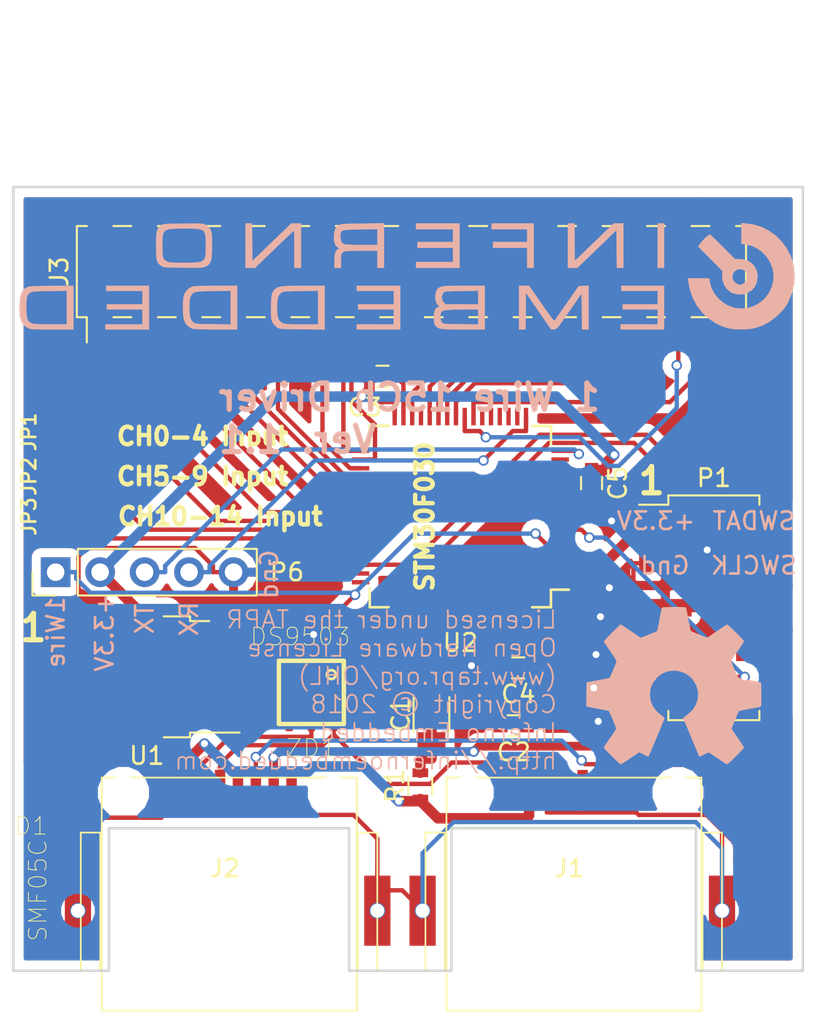
<source format=kicad_pcb>
(kicad_pcb (version 20171130) (host pcbnew "(5.0.1)-3")

  (general
    (thickness 1.6)
    (drawings 30)
    (tracks 361)
    (zones 0)
    (modules 20)
    (nets 67)
  )

  (page A4)
  (title_block
    (title "1Wire 15 Channel SSR Controller")
    (date 2018-10-26)
    (rev 1.1)
    (company "Inferno Embedded")
    (comment 1 "Licensed under the TAPR Open Hardware License (www.tapr.org/OHL)")
    (comment 2 "Copyright © 2018 Inferno Embedded")
  )

  (layers
    (0 F.Cu signal)
    (31 B.Cu signal hide)
    (32 B.Adhes user hide)
    (33 F.Adhes user hide)
    (34 B.Paste user hide)
    (35 F.Paste user hide)
    (36 B.SilkS user)
    (37 F.SilkS user)
    (38 B.Mask user hide)
    (39 F.Mask user hide)
    (40 Dwgs.User user hide)
    (41 Cmts.User user hide)
    (42 Eco1.User user hide)
    (43 Eco2.User user hide)
    (44 Edge.Cuts user)
    (45 Margin user hide)
    (46 B.CrtYd user hide)
    (47 F.CrtYd user)
    (48 B.Fab user hide)
    (49 F.Fab user hide)
  )

  (setup
    (last_trace_width 0.25)
    (trace_clearance 0.2)
    (zone_clearance 0.508)
    (zone_45_only no)
    (trace_min 0.2)
    (segment_width 0.15)
    (edge_width 0.15)
    (via_size 0.6)
    (via_drill 0.4)
    (via_min_size 0.4)
    (via_min_drill 0.3)
    (uvia_size 0.3)
    (uvia_drill 0.1)
    (uvias_allowed no)
    (uvia_min_size 0.2)
    (uvia_min_drill 0.1)
    (pcb_text_width 0.3)
    (pcb_text_size 1.5 1.5)
    (mod_edge_width 0.15)
    (mod_text_size 1 1)
    (mod_text_width 0.15)
    (pad_size 1.7272 1.7272)
    (pad_drill 1.016)
    (pad_to_mask_clearance 0.2)
    (solder_mask_min_width 0.25)
    (aux_axis_origin 130.175 110.998)
    (visible_elements 7FFFFFFF)
    (pcbplotparams
      (layerselection 0x010f0_ffffffff)
      (usegerberextensions true)
      (usegerberattributes false)
      (usegerberadvancedattributes false)
      (creategerberjobfile false)
      (excludeedgelayer true)
      (linewidth 0.100000)
      (plotframeref false)
      (viasonmask false)
      (mode 1)
      (useauxorigin true)
      (hpglpennumber 1)
      (hpglpenspeed 20)
      (hpglpendiameter 15.000000)
      (psnegative false)
      (psa4output false)
      (plotreference true)
      (plotvalue true)
      (plotinvisibletext false)
      (padsonsilk false)
      (subtractmaskfromsilk false)
      (outputformat 1)
      (mirror false)
      (drillshape 0)
      (scaleselection 1)
      (outputdirectory "gerbers/"))
  )

  (net 0 "")
  (net 1 +5V)
  (net 2 GND)
  (net 3 +3V3)
  (net 4 "Net-(J1-Pad7)")
  (net 5 "Net-(J1-Pad6)")
  (net 6 /1W-DATA)
  (net 7 /UART_TX)
  (net 8 /UART_RX)
  (net 9 "Net-(C1-Pad1)")
  (net 10 "Net-(P1-Pad10)")
  (net 11 /SWDAT)
  (net 12 /SWCLK)
  (net 13 /CH0)
  (net 14 /CH1)
  (net 15 /CH2)
  (net 16 /CH3)
  (net 17 /CH4)
  (net 18 /CH5)
  (net 19 /CH6)
  (net 20 /CH7)
  (net 21 /CH8)
  (net 22 /CH9)
  (net 23 /CH10)
  (net 24 /CH11)
  (net 25 /CH12)
  (net 26 /CH13)
  (net 27 /CH14)
  (net 28 "Net-(J1-Pad1)")
  (net 29 "Net-(J1-Pad4)")
  (net 30 "Net-(P1-Pad6)")
  (net 31 "Net-(P1-Pad7)")
  (net 32 "Net-(P1-Pad8)")
  (net 33 "Net-(U2-Pad2)")
  (net 34 "Net-(U2-Pad3)")
  (net 35 "Net-(U2-Pad4)")
  (net 36 "Net-(U2-Pad6)")
  (net 37 "Net-(U2-Pad8)")
  (net 38 "Net-(U2-Pad9)")
  (net 39 "Net-(U2-Pad10)")
  (net 40 "Net-(U2-Pad11)")
  (net 41 "Net-(U2-Pad14)")
  (net 42 "Net-(U2-Pad15)")
  (net 43 "Net-(U2-Pad18)")
  (net 44 "Net-(U2-Pad19)")
  (net 45 "Net-(U2-Pad20)")
  (net 46 "Net-(U2-Pad21)")
  (net 47 "Net-(U2-Pad22)")
  (net 48 "Net-(U2-Pad29)")
  (net 49 "Net-(U2-Pad44)")
  (net 50 "Net-(U2-Pad45)")
  (net 51 "Net-(U2-Pad47)")
  (net 52 "Net-(U2-Pad48)")
  (net 53 "Net-(U2-Pad50)")
  (net 54 "Net-(U2-Pad51)")
  (net 55 "Net-(U2-Pad52)")
  (net 56 "Net-(U2-Pad53)")
  (net 57 "Net-(U2-Pad55)")
  (net 58 "Net-(U2-Pad56)")
  (net 59 "Net-(U2-Pad57)")
  (net 60 "Net-(U2-Pad58)")
  (net 61 "Net-(U2-Pad59)")
  (net 62 "Net-(U2-Pad61)")
  (net 63 "Net-(U2-Pad62)")
  (net 64 "Net-(JP1-Pad1)")
  (net 65 "Net-(JP2-Pad1)")
  (net 66 "Net-(JP3-Pad1)")

  (net_class Default "This is the default net class."
    (clearance 0.2)
    (trace_width 0.25)
    (via_dia 0.6)
    (via_drill 0.4)
    (uvia_dia 0.3)
    (uvia_drill 0.1)
    (add_net /1W-DATA)
    (add_net /CH0)
    (add_net /CH1)
    (add_net /CH10)
    (add_net /CH11)
    (add_net /CH12)
    (add_net /CH13)
    (add_net /CH14)
    (add_net /CH2)
    (add_net /CH3)
    (add_net /CH4)
    (add_net /CH5)
    (add_net /CH6)
    (add_net /CH7)
    (add_net /CH8)
    (add_net /CH9)
    (add_net /SWCLK)
    (add_net /SWDAT)
    (add_net /UART_RX)
    (add_net /UART_TX)
    (add_net GND)
    (add_net "Net-(J1-Pad1)")
    (add_net "Net-(J1-Pad4)")
    (add_net "Net-(J1-Pad6)")
    (add_net "Net-(J1-Pad7)")
    (add_net "Net-(JP1-Pad1)")
    (add_net "Net-(JP2-Pad1)")
    (add_net "Net-(JP3-Pad1)")
    (add_net "Net-(P1-Pad10)")
    (add_net "Net-(P1-Pad6)")
    (add_net "Net-(P1-Pad7)")
    (add_net "Net-(P1-Pad8)")
    (add_net "Net-(U2-Pad10)")
    (add_net "Net-(U2-Pad11)")
    (add_net "Net-(U2-Pad14)")
    (add_net "Net-(U2-Pad15)")
    (add_net "Net-(U2-Pad18)")
    (add_net "Net-(U2-Pad19)")
    (add_net "Net-(U2-Pad2)")
    (add_net "Net-(U2-Pad20)")
    (add_net "Net-(U2-Pad21)")
    (add_net "Net-(U2-Pad22)")
    (add_net "Net-(U2-Pad29)")
    (add_net "Net-(U2-Pad3)")
    (add_net "Net-(U2-Pad4)")
    (add_net "Net-(U2-Pad44)")
    (add_net "Net-(U2-Pad45)")
    (add_net "Net-(U2-Pad47)")
    (add_net "Net-(U2-Pad48)")
    (add_net "Net-(U2-Pad50)")
    (add_net "Net-(U2-Pad51)")
    (add_net "Net-(U2-Pad52)")
    (add_net "Net-(U2-Pad53)")
    (add_net "Net-(U2-Pad55)")
    (add_net "Net-(U2-Pad56)")
    (add_net "Net-(U2-Pad57)")
    (add_net "Net-(U2-Pad58)")
    (add_net "Net-(U2-Pad59)")
    (add_net "Net-(U2-Pad6)")
    (add_net "Net-(U2-Pad61)")
    (add_net "Net-(U2-Pad62)")
    (add_net "Net-(U2-Pad8)")
    (add_net "Net-(U2-Pad9)")
  )

  (net_class "High Power" ""
    (clearance 0.2)
    (trace_width 0.5)
    (via_dia 0.6)
    (via_drill 0.4)
    (uvia_dia 0.3)
    (uvia_drill 0.1)
  )

  (net_class Power ""
    (clearance 0.2)
    (trace_width 0.5)
    (via_dia 0.6)
    (via_drill 0.4)
    (uvia_dia 0.3)
    (uvia_drill 0.1)
    (add_net +3V3)
    (add_net +5V)
    (add_net "Net-(C1-Pad1)")
  )

  (module Doragasu:JUMPER_0805 (layer F.Cu) (tedit 5BD6DFFE) (tstamp 5BD724B3)
    (at 133.906 129.794 180)
    (descr "Jumper for solderin")
    (tags Jumper)
    (path /5BD6CEA2)
    (attr smd)
    (fp_text reference JP3 (at 2.842 0 270) (layer F.SilkS)
      (effects (font (size 0.8 0.8) (thickness 0.15)))
    )
    (fp_text value SolderJumper_2_Open (at 16.558 2.032 180) (layer F.SilkS) hide
      (effects (font (size 1 1) (thickness 0.15)))
    )
    (fp_line (start -1.8 -1) (end 1.8 -1) (layer F.CrtYd) (width 0.05))
    (fp_line (start -1.8 1) (end 1.8 1) (layer F.CrtYd) (width 0.05))
    (fp_line (start -1.8 -1) (end -1.8 1) (layer F.CrtYd) (width 0.05))
    (fp_line (start 1.8 -1) (end 1.8 1) (layer F.CrtYd) (width 0.05))
    (pad 1 smd rect (at -0.81 0 180) (size 1.38 1.25) (layers F.Cu F.Paste F.Mask)
      (net 66 "Net-(JP3-Pad1)"))
    (pad 2 smd rect (at 0.81 0 180) (size 1.38 1.25) (layers F.Cu F.Paste F.Mask)
      (net 2 GND))
    (model Capacitors_SMD/C_0805.wrl
      (at (xyz 0 0 0))
      (scale (xyz 1 1 1))
      (rotate (xyz 0 0 0))
    )
  )

  (module Doragasu:JUMPER_0805 (layer F.Cu) (tedit 5BD6DFF9) (tstamp 5BD724A9)
    (at 133.906 127.508 180)
    (descr "Jumper for solderin")
    (tags Jumper)
    (path /5BD6CE64)
    (attr smd)
    (fp_text reference JP2 (at 2.842 0 270) (layer F.SilkS)
      (effects (font (size 0.8 0.8) (thickness 0.15)))
    )
    (fp_text value SolderJumper_2_Open (at 17.574 1.778 180) (layer F.SilkS) hide
      (effects (font (size 1 1) (thickness 0.15)))
    )
    (fp_line (start 1.8 -1) (end 1.8 1) (layer F.CrtYd) (width 0.05))
    (fp_line (start -1.8 -1) (end -1.8 1) (layer F.CrtYd) (width 0.05))
    (fp_line (start -1.8 1) (end 1.8 1) (layer F.CrtYd) (width 0.05))
    (fp_line (start -1.8 -1) (end 1.8 -1) (layer F.CrtYd) (width 0.05))
    (pad 2 smd rect (at 0.81 0 180) (size 1.38 1.25) (layers F.Cu F.Paste F.Mask)
      (net 2 GND))
    (pad 1 smd rect (at -0.81 0 180) (size 1.38 1.25) (layers F.Cu F.Paste F.Mask)
      (net 65 "Net-(JP2-Pad1)"))
    (model Capacitors_SMD/C_0805.wrl
      (at (xyz 0 0 0))
      (scale (xyz 1 1 1))
      (rotate (xyz 0 0 0))
    )
  )

  (module Doragasu:JUMPER_0805 (layer F.Cu) (tedit 5BD6DFF4) (tstamp 5BD76B3C)
    (at 133.906 125.222 180)
    (descr "Jumper for solderin")
    (tags Jumper)
    (path /5BD6CE0C)
    (attr smd)
    (fp_text reference JP1 (at 2.842 0.254 270) (layer F.SilkS)
      (effects (font (size 0.8 0.8) (thickness 0.15)))
    )
    (fp_text value SolderJumper_2_Open (at 15.796 1.524 180) (layer F.SilkS) hide
      (effects (font (size 1 1) (thickness 0.15)))
    )
    (fp_line (start -1.8 -1) (end 1.8 -1) (layer F.CrtYd) (width 0.05))
    (fp_line (start -1.8 1) (end 1.8 1) (layer F.CrtYd) (width 0.05))
    (fp_line (start -1.8 -1) (end -1.8 1) (layer F.CrtYd) (width 0.05))
    (fp_line (start 1.8 -1) (end 1.8 1) (layer F.CrtYd) (width 0.05))
    (pad 1 smd rect (at -0.81 0 180) (size 1.38 1.25) (layers F.Cu F.Paste F.Mask)
      (net 64 "Net-(JP1-Pad1)"))
    (pad 2 smd rect (at 0.81 0 180) (size 1.38 1.25) (layers F.Cu F.Paste F.Mask)
      (net 2 GND))
    (model Capacitors_SMD/C_0805.wrl
      (at (xyz 0 0 0))
      (scale (xyz 1 1 1))
      (rotate (xyz 0 0 0))
    )
  )

  (module SMF05C:SC70-6 (layer F.Cu) (tedit 0) (tstamp 5BD4C64A)
    (at 132.334 145.288 180)
    (descr "<b>6-Lead Thin Shrink Small Outline Transistor Package SC70</b><p>Source: http://www.analog.com/static/imported-files/data_sheets/ADA4853-1_4853-2_4853-3.pdf")
    (path /5BD4B1DB)
    (attr smd)
    (fp_text reference D1 (at 1.14447 -2.16176 180) (layer F.SilkS)
      (effects (font (size 1.00128 1.00128) (thickness 0.05)))
    )
    (fp_text value SMF05C (at 0.762 -5.842 270) (layer F.SilkS)
      (effects (font (size 1.00147 1.00147) (thickness 0.05)))
    )
    (fp_line (start 1.022 0.585) (end -1.022 0.585) (layer Dwgs.User) (width 0.1524))
    (fp_line (start -1.022 -0.585) (end 1.022 -0.585) (layer Dwgs.User) (width 0.1524))
    (fp_poly (pts (xy -0.150005 0.625) (xy 0.15 0.625) (xy 0.15 1.20004) (xy -0.150005 1.20004)) (layer Dwgs.User) (width 0))
    (fp_poly (pts (xy -0.8015 0.625) (xy -0.5 0.625) (xy -0.5 1.20225) (xy -0.8015 1.20225)) (layer Dwgs.User) (width 0))
    (fp_poly (pts (xy 0.500367 0.625) (xy 0.8 0.625) (xy 0.8 1.20088) (xy 0.500367 1.20088)) (layer Dwgs.User) (width 0))
    (fp_poly (pts (xy 0.8 -0.625846) (xy 0.500677 -0.625846) (xy 0.500677 -1.2) (xy 0.8 -1.2)) (layer Dwgs.User) (width 0))
    (fp_poly (pts (xy 0.15 -0.62577) (xy -0.150185 -0.62577) (xy -0.150185 -1.2) (xy 0.15 -1.2)) (layer Dwgs.User) (width 0))
    (fp_poly (pts (xy -0.875436 0.5) (xy -0.425 0.5) (xy -0.425 1.4007) (xy -0.875436 1.4007)) (layer F.Mask) (width 0))
    (fp_poly (pts (xy -0.800555 0.575) (xy -0.5 0.575) (xy -0.5 1.32592) (xy -0.800555 1.32592)) (layer F.Paste) (width 0))
    (fp_poly (pts (xy -0.225131 0.5) (xy 0.225 0.5) (xy 0.225 1.40082) (xy -0.225131 1.40082)) (layer F.Mask) (width 0))
    (fp_poly (pts (xy -0.150142 0.575) (xy 0.15 0.575) (xy 0.15 1.32625) (xy -0.150142 1.32625)) (layer F.Paste) (width 0))
    (fp_poly (pts (xy 0.425551 0.5) (xy 0.875 0.5) (xy 0.875 1.40181) (xy 0.425551 1.40181)) (layer F.Mask) (width 0))
    (fp_poly (pts (xy 0.500413 0.575) (xy 0.8 0.575) (xy 0.8 1.32609) (xy 0.500413 1.32609)) (layer F.Paste) (width 0))
    (fp_poly (pts (xy 0.875 -0.500308) (xy 0.425262 -0.500308) (xy 0.425262 -1.4) (xy 0.875 -1.4)) (layer F.Mask) (width 0))
    (fp_poly (pts (xy 0.8 -0.575043) (xy 0.500037 -0.575043) (xy 0.500037 -1.325) (xy 0.8 -1.325)) (layer F.Paste) (width 0))
    (fp_poly (pts (xy 0.225 -0.500565) (xy -0.225254 -0.500565) (xy -0.225254 -1.4) (xy 0.225 -1.4)) (layer F.Mask) (width 0))
    (fp_poly (pts (xy 0.15 -0.575076) (xy -0.15002 -0.575076) (xy -0.15002 -1.325) (xy 0.15 -1.325)) (layer F.Paste) (width 0))
    (fp_poly (pts (xy -0.5 -0.625807) (xy -0.801033 -0.625807) (xy -0.801033 -1.2) (xy -0.5 -1.2)) (layer Dwgs.User) (width 0))
    (fp_poly (pts (xy -0.425 -0.500083) (xy -0.875145 -0.500083) (xy -0.875145 -1.4) (xy -0.425 -1.4)) (layer F.Mask) (width 0))
    (fp_poly (pts (xy -0.5 -0.576111) (xy -0.801546 -0.576111) (xy -0.801546 -1.325) (xy -0.5 -1.325)) (layer F.Paste) (width 0))
    (pad 1 smd rect (at -0.65 0.95 180) (size 0.35 0.8) (layers F.Cu F.Paste F.Mask)
      (net 1 +5V))
    (pad 2 smd rect (at 0 0.95 180) (size 0.35 0.8) (layers F.Cu F.Paste F.Mask)
      (net 2 GND))
    (pad 3 smd rect (at 0.65 0.95 180) (size 0.35 0.8) (layers F.Cu F.Paste F.Mask)
      (net 1 +5V))
    (pad 4 smd rect (at 0.65 -0.95 180) (size 0.35 0.8) (layers F.Cu F.Paste F.Mask)
      (net 1 +5V))
    (pad 5 smd rect (at 0 -0.95 180) (size 0.35 0.8) (layers F.Cu F.Paste F.Mask)
      (net 1 +5V))
    (pad 6 smd rect (at -0.65 -0.95 180) (size 0.35 0.8) (layers F.Cu F.Paste F.Mask)
      (net 1 +5V))
  )

  (module DS9503:TSOC6 (layer F.Cu) (tedit 0) (tstamp 5BD39F5B)
    (at 147.193 139.827 180)
    (descr "<b>TSOC 6</b>")
    (path /5BD349F8)
    (attr smd)
    (fp_text reference ZD1 (at 0 -3.1752 180) (layer F.SilkS)
      (effects (font (size 1.00006 1.00006) (thickness 0.05)))
    )
    (fp_text value DS9503 (at 0.63533 3.17659 180) (layer F.SilkS)
      (effects (font (size 1.0005 1.0005) (thickness 0.05)))
    )
    (fp_line (start -1.8542 -1.8034) (end 1.8542 -1.8034) (layer F.SilkS) (width 0.254))
    (fp_line (start 1.8542 -1.8034) (end 1.8542 1.8034) (layer F.SilkS) (width 0.254))
    (fp_line (start 1.8542 1.8034) (end -1.8542 1.8034) (layer F.SilkS) (width 0.254))
    (fp_line (start -1.8542 1.8034) (end -1.8542 -1.8034) (layer F.SilkS) (width 0.254))
    (fp_circle (center -1.143 1.016) (end -0.889 1.016) (layer F.SilkS) (width 0.1524))
    (fp_poly (pts (xy -1.37307 1.0668) (xy -1.1684 1.0668) (xy -1.1684 2.08504) (xy -1.37307 2.08504)) (layer Dwgs.User) (width 0))
    (fp_poly (pts (xy -0.101769 1.0668) (xy 0.1016 1.0668) (xy 0.1016 2.08626) (xy -0.101769 2.08626)) (layer Dwgs.User) (width 0))
    (fp_poly (pts (xy 1.16894 1.0668) (xy 1.3716 1.0668) (xy 1.3716 2.08377) (xy 1.16894 2.08377)) (layer Dwgs.User) (width 0))
    (fp_poly (pts (xy 1.16908 -2.0828) (xy 1.3716 -2.0828) (xy 1.3716 -1.06742) (xy 1.16908 -1.06742)) (layer Dwgs.User) (width 0))
    (fp_poly (pts (xy -0.101691 -2.0828) (xy 0.1016 -2.0828) (xy 0.1016 -1.06776) (xy -0.101691 -1.06776)) (layer Dwgs.User) (width 0))
    (fp_poly (pts (xy -1.37197 -2.0828) (xy -1.1684 -2.0828) (xy -1.1684 -1.06709) (xy -1.37197 -1.06709)) (layer Dwgs.User) (width 0))
    (pad 1 smd rect (at -1.27 1.6002 180) (size 0.4064 1.2192) (layers F.Cu F.Paste F.Mask)
      (net 6 /1W-DATA))
    (pad 2 smd rect (at 0 1.6002 180) (size 0.4064 1.2192) (layers F.Cu F.Paste F.Mask)
      (net 2 GND))
    (pad 3 smd rect (at 1.27 1.6002 180) (size 0.4064 1.2192) (layers F.Cu F.Paste F.Mask))
    (pad 4 smd rect (at 1.27 -1.6002 180) (size 0.4064 1.2192) (layers F.Cu F.Paste F.Mask))
    (pad 5 smd rect (at 0 -1.6002 180) (size 0.4064 1.2192) (layers F.Cu F.Paste F.Mask)
      (net 28 "Net-(J1-Pad1)"))
    (pad 6 smd rect (at -1.27 -1.6002 180) (size 0.4064 1.2192) (layers F.Cu F.Paste F.Mask)
      (net 29 "Net-(J1-Pad4)"))
  )

  (module Pin_Headers:Pin_Header_Straight_2x15_Pitch2.54mm_SMD (layer F.Cu) (tedit 59650533) (tstamp 5BD39C72)
    (at 152.908 115.824 90)
    (descr "surface-mounted straight pin header, 2x15, 2.54mm pitch, double rows")
    (tags "Surface mounted pin header SMD 2x15 2.54mm double row")
    (path /5950E4E2)
    (attr smd)
    (fp_text reference J3 (at 0 -20.11 90) (layer F.SilkS)
      (effects (font (size 1 1) (thickness 0.15)))
    )
    (fp_text value CONN_02X15 (at 0 20.11 90) (layer F.Fab)
      (effects (font (size 1 1) (thickness 0.15)))
    )
    (fp_text user %R (at 0 0 180) (layer F.Fab)
      (effects (font (size 1 1) (thickness 0.15)))
    )
    (fp_line (start 5.9 -19.6) (end -5.9 -19.6) (layer F.CrtYd) (width 0.05))
    (fp_line (start 5.9 19.6) (end 5.9 -19.6) (layer F.CrtYd) (width 0.05))
    (fp_line (start -5.9 19.6) (end 5.9 19.6) (layer F.CrtYd) (width 0.05))
    (fp_line (start -5.9 -19.6) (end -5.9 19.6) (layer F.CrtYd) (width 0.05))
    (fp_line (start 2.6 16) (end 2.6 17.02) (layer F.SilkS) (width 0.12))
    (fp_line (start -2.6 16) (end -2.6 17.02) (layer F.SilkS) (width 0.12))
    (fp_line (start 2.6 13.46) (end 2.6 14.48) (layer F.SilkS) (width 0.12))
    (fp_line (start -2.6 13.46) (end -2.6 14.48) (layer F.SilkS) (width 0.12))
    (fp_line (start 2.6 10.92) (end 2.6 11.94) (layer F.SilkS) (width 0.12))
    (fp_line (start -2.6 10.92) (end -2.6 11.94) (layer F.SilkS) (width 0.12))
    (fp_line (start 2.6 8.38) (end 2.6 9.4) (layer F.SilkS) (width 0.12))
    (fp_line (start -2.6 8.38) (end -2.6 9.4) (layer F.SilkS) (width 0.12))
    (fp_line (start 2.6 5.84) (end 2.6 6.86) (layer F.SilkS) (width 0.12))
    (fp_line (start -2.6 5.84) (end -2.6 6.86) (layer F.SilkS) (width 0.12))
    (fp_line (start 2.6 3.3) (end 2.6 4.32) (layer F.SilkS) (width 0.12))
    (fp_line (start -2.6 3.3) (end -2.6 4.32) (layer F.SilkS) (width 0.12))
    (fp_line (start 2.6 0.76) (end 2.6 1.78) (layer F.SilkS) (width 0.12))
    (fp_line (start -2.6 0.76) (end -2.6 1.78) (layer F.SilkS) (width 0.12))
    (fp_line (start 2.6 -1.78) (end 2.6 -0.76) (layer F.SilkS) (width 0.12))
    (fp_line (start -2.6 -1.78) (end -2.6 -0.76) (layer F.SilkS) (width 0.12))
    (fp_line (start 2.6 -4.32) (end 2.6 -3.3) (layer F.SilkS) (width 0.12))
    (fp_line (start -2.6 -4.32) (end -2.6 -3.3) (layer F.SilkS) (width 0.12))
    (fp_line (start 2.6 -6.86) (end 2.6 -5.84) (layer F.SilkS) (width 0.12))
    (fp_line (start -2.6 -6.86) (end -2.6 -5.84) (layer F.SilkS) (width 0.12))
    (fp_line (start 2.6 -9.4) (end 2.6 -8.38) (layer F.SilkS) (width 0.12))
    (fp_line (start -2.6 -9.4) (end -2.6 -8.38) (layer F.SilkS) (width 0.12))
    (fp_line (start 2.6 -11.94) (end 2.6 -10.92) (layer F.SilkS) (width 0.12))
    (fp_line (start -2.6 -11.94) (end -2.6 -10.92) (layer F.SilkS) (width 0.12))
    (fp_line (start 2.6 -14.48) (end 2.6 -13.46) (layer F.SilkS) (width 0.12))
    (fp_line (start -2.6 -14.48) (end -2.6 -13.46) (layer F.SilkS) (width 0.12))
    (fp_line (start 2.6 -17.02) (end 2.6 -16) (layer F.SilkS) (width 0.12))
    (fp_line (start -2.6 -17.02) (end -2.6 -16) (layer F.SilkS) (width 0.12))
    (fp_line (start 2.6 18.54) (end 2.6 19.11) (layer F.SilkS) (width 0.12))
    (fp_line (start -2.6 18.54) (end -2.6 19.11) (layer F.SilkS) (width 0.12))
    (fp_line (start 2.6 -19.11) (end 2.6 -18.54) (layer F.SilkS) (width 0.12))
    (fp_line (start -2.6 -19.11) (end -2.6 -18.54) (layer F.SilkS) (width 0.12))
    (fp_line (start -4.04 -18.54) (end -2.6 -18.54) (layer F.SilkS) (width 0.12))
    (fp_line (start -2.6 19.11) (end 2.6 19.11) (layer F.SilkS) (width 0.12))
    (fp_line (start -2.6 -19.11) (end 2.6 -19.11) (layer F.SilkS) (width 0.12))
    (fp_line (start 3.6 18.1) (end 2.54 18.1) (layer F.Fab) (width 0.1))
    (fp_line (start 3.6 17.46) (end 3.6 18.1) (layer F.Fab) (width 0.1))
    (fp_line (start 2.54 17.46) (end 3.6 17.46) (layer F.Fab) (width 0.1))
    (fp_line (start -3.6 18.1) (end -2.54 18.1) (layer F.Fab) (width 0.1))
    (fp_line (start -3.6 17.46) (end -3.6 18.1) (layer F.Fab) (width 0.1))
    (fp_line (start -2.54 17.46) (end -3.6 17.46) (layer F.Fab) (width 0.1))
    (fp_line (start 3.6 15.56) (end 2.54 15.56) (layer F.Fab) (width 0.1))
    (fp_line (start 3.6 14.92) (end 3.6 15.56) (layer F.Fab) (width 0.1))
    (fp_line (start 2.54 14.92) (end 3.6 14.92) (layer F.Fab) (width 0.1))
    (fp_line (start -3.6 15.56) (end -2.54 15.56) (layer F.Fab) (width 0.1))
    (fp_line (start -3.6 14.92) (end -3.6 15.56) (layer F.Fab) (width 0.1))
    (fp_line (start -2.54 14.92) (end -3.6 14.92) (layer F.Fab) (width 0.1))
    (fp_line (start 3.6 13.02) (end 2.54 13.02) (layer F.Fab) (width 0.1))
    (fp_line (start 3.6 12.38) (end 3.6 13.02) (layer F.Fab) (width 0.1))
    (fp_line (start 2.54 12.38) (end 3.6 12.38) (layer F.Fab) (width 0.1))
    (fp_line (start -3.6 13.02) (end -2.54 13.02) (layer F.Fab) (width 0.1))
    (fp_line (start -3.6 12.38) (end -3.6 13.02) (layer F.Fab) (width 0.1))
    (fp_line (start -2.54 12.38) (end -3.6 12.38) (layer F.Fab) (width 0.1))
    (fp_line (start 3.6 10.48) (end 2.54 10.48) (layer F.Fab) (width 0.1))
    (fp_line (start 3.6 9.84) (end 3.6 10.48) (layer F.Fab) (width 0.1))
    (fp_line (start 2.54 9.84) (end 3.6 9.84) (layer F.Fab) (width 0.1))
    (fp_line (start -3.6 10.48) (end -2.54 10.48) (layer F.Fab) (width 0.1))
    (fp_line (start -3.6 9.84) (end -3.6 10.48) (layer F.Fab) (width 0.1))
    (fp_line (start -2.54 9.84) (end -3.6 9.84) (layer F.Fab) (width 0.1))
    (fp_line (start 3.6 7.94) (end 2.54 7.94) (layer F.Fab) (width 0.1))
    (fp_line (start 3.6 7.3) (end 3.6 7.94) (layer F.Fab) (width 0.1))
    (fp_line (start 2.54 7.3) (end 3.6 7.3) (layer F.Fab) (width 0.1))
    (fp_line (start -3.6 7.94) (end -2.54 7.94) (layer F.Fab) (width 0.1))
    (fp_line (start -3.6 7.3) (end -3.6 7.94) (layer F.Fab) (width 0.1))
    (fp_line (start -2.54 7.3) (end -3.6 7.3) (layer F.Fab) (width 0.1))
    (fp_line (start 3.6 5.4) (end 2.54 5.4) (layer F.Fab) (width 0.1))
    (fp_line (start 3.6 4.76) (end 3.6 5.4) (layer F.Fab) (width 0.1))
    (fp_line (start 2.54 4.76) (end 3.6 4.76) (layer F.Fab) (width 0.1))
    (fp_line (start -3.6 5.4) (end -2.54 5.4) (layer F.Fab) (width 0.1))
    (fp_line (start -3.6 4.76) (end -3.6 5.4) (layer F.Fab) (width 0.1))
    (fp_line (start -2.54 4.76) (end -3.6 4.76) (layer F.Fab) (width 0.1))
    (fp_line (start 3.6 2.86) (end 2.54 2.86) (layer F.Fab) (width 0.1))
    (fp_line (start 3.6 2.22) (end 3.6 2.86) (layer F.Fab) (width 0.1))
    (fp_line (start 2.54 2.22) (end 3.6 2.22) (layer F.Fab) (width 0.1))
    (fp_line (start -3.6 2.86) (end -2.54 2.86) (layer F.Fab) (width 0.1))
    (fp_line (start -3.6 2.22) (end -3.6 2.86) (layer F.Fab) (width 0.1))
    (fp_line (start -2.54 2.22) (end -3.6 2.22) (layer F.Fab) (width 0.1))
    (fp_line (start 3.6 0.32) (end 2.54 0.32) (layer F.Fab) (width 0.1))
    (fp_line (start 3.6 -0.32) (end 3.6 0.32) (layer F.Fab) (width 0.1))
    (fp_line (start 2.54 -0.32) (end 3.6 -0.32) (layer F.Fab) (width 0.1))
    (fp_line (start -3.6 0.32) (end -2.54 0.32) (layer F.Fab) (width 0.1))
    (fp_line (start -3.6 -0.32) (end -3.6 0.32) (layer F.Fab) (width 0.1))
    (fp_line (start -2.54 -0.32) (end -3.6 -0.32) (layer F.Fab) (width 0.1))
    (fp_line (start 3.6 -2.22) (end 2.54 -2.22) (layer F.Fab) (width 0.1))
    (fp_line (start 3.6 -2.86) (end 3.6 -2.22) (layer F.Fab) (width 0.1))
    (fp_line (start 2.54 -2.86) (end 3.6 -2.86) (layer F.Fab) (width 0.1))
    (fp_line (start -3.6 -2.22) (end -2.54 -2.22) (layer F.Fab) (width 0.1))
    (fp_line (start -3.6 -2.86) (end -3.6 -2.22) (layer F.Fab) (width 0.1))
    (fp_line (start -2.54 -2.86) (end -3.6 -2.86) (layer F.Fab) (width 0.1))
    (fp_line (start 3.6 -4.76) (end 2.54 -4.76) (layer F.Fab) (width 0.1))
    (fp_line (start 3.6 -5.4) (end 3.6 -4.76) (layer F.Fab) (width 0.1))
    (fp_line (start 2.54 -5.4) (end 3.6 -5.4) (layer F.Fab) (width 0.1))
    (fp_line (start -3.6 -4.76) (end -2.54 -4.76) (layer F.Fab) (width 0.1))
    (fp_line (start -3.6 -5.4) (end -3.6 -4.76) (layer F.Fab) (width 0.1))
    (fp_line (start -2.54 -5.4) (end -3.6 -5.4) (layer F.Fab) (width 0.1))
    (fp_line (start 3.6 -7.3) (end 2.54 -7.3) (layer F.Fab) (width 0.1))
    (fp_line (start 3.6 -7.94) (end 3.6 -7.3) (layer F.Fab) (width 0.1))
    (fp_line (start 2.54 -7.94) (end 3.6 -7.94) (layer F.Fab) (width 0.1))
    (fp_line (start -3.6 -7.3) (end -2.54 -7.3) (layer F.Fab) (width 0.1))
    (fp_line (start -3.6 -7.94) (end -3.6 -7.3) (layer F.Fab) (width 0.1))
    (fp_line (start -2.54 -7.94) (end -3.6 -7.94) (layer F.Fab) (width 0.1))
    (fp_line (start 3.6 -9.84) (end 2.54 -9.84) (layer F.Fab) (width 0.1))
    (fp_line (start 3.6 -10.48) (end 3.6 -9.84) (layer F.Fab) (width 0.1))
    (fp_line (start 2.54 -10.48) (end 3.6 -10.48) (layer F.Fab) (width 0.1))
    (fp_line (start -3.6 -9.84) (end -2.54 -9.84) (layer F.Fab) (width 0.1))
    (fp_line (start -3.6 -10.48) (end -3.6 -9.84) (layer F.Fab) (width 0.1))
    (fp_line (start -2.54 -10.48) (end -3.6 -10.48) (layer F.Fab) (width 0.1))
    (fp_line (start 3.6 -12.38) (end 2.54 -12.38) (layer F.Fab) (width 0.1))
    (fp_line (start 3.6 -13.02) (end 3.6 -12.38) (layer F.Fab) (width 0.1))
    (fp_line (start 2.54 -13.02) (end 3.6 -13.02) (layer F.Fab) (width 0.1))
    (fp_line (start -3.6 -12.38) (end -2.54 -12.38) (layer F.Fab) (width 0.1))
    (fp_line (start -3.6 -13.02) (end -3.6 -12.38) (layer F.Fab) (width 0.1))
    (fp_line (start -2.54 -13.02) (end -3.6 -13.02) (layer F.Fab) (width 0.1))
    (fp_line (start 3.6 -14.92) (end 2.54 -14.92) (layer F.Fab) (width 0.1))
    (fp_line (start 3.6 -15.56) (end 3.6 -14.92) (layer F.Fab) (width 0.1))
    (fp_line (start 2.54 -15.56) (end 3.6 -15.56) (layer F.Fab) (width 0.1))
    (fp_line (start -3.6 -14.92) (end -2.54 -14.92) (layer F.Fab) (width 0.1))
    (fp_line (start -3.6 -15.56) (end -3.6 -14.92) (layer F.Fab) (width 0.1))
    (fp_line (start -2.54 -15.56) (end -3.6 -15.56) (layer F.Fab) (width 0.1))
    (fp_line (start 3.6 -17.46) (end 2.54 -17.46) (layer F.Fab) (width 0.1))
    (fp_line (start 3.6 -18.1) (end 3.6 -17.46) (layer F.Fab) (width 0.1))
    (fp_line (start 2.54 -18.1) (end 3.6 -18.1) (layer F.Fab) (width 0.1))
    (fp_line (start -3.6 -17.46) (end -2.54 -17.46) (layer F.Fab) (width 0.1))
    (fp_line (start -3.6 -18.1) (end -3.6 -17.46) (layer F.Fab) (width 0.1))
    (fp_line (start -2.54 -18.1) (end -3.6 -18.1) (layer F.Fab) (width 0.1))
    (fp_line (start 2.54 -19.05) (end 2.54 19.05) (layer F.Fab) (width 0.1))
    (fp_line (start -2.54 -18.1) (end -1.59 -19.05) (layer F.Fab) (width 0.1))
    (fp_line (start -2.54 19.05) (end -2.54 -18.1) (layer F.Fab) (width 0.1))
    (fp_line (start -1.59 -19.05) (end 2.54 -19.05) (layer F.Fab) (width 0.1))
    (fp_line (start 2.54 19.05) (end -2.54 19.05) (layer F.Fab) (width 0.1))
    (pad 30 smd rect (at 2.525 17.78 90) (size 3.15 1) (layers F.Cu F.Paste F.Mask)
      (net 2 GND))
    (pad 29 smd rect (at -2.525 17.78 90) (size 3.15 1) (layers F.Cu F.Paste F.Mask)
      (net 27 /CH14))
    (pad 28 smd rect (at 2.525 15.24 90) (size 3.15 1) (layers F.Cu F.Paste F.Mask)
      (net 2 GND))
    (pad 27 smd rect (at -2.525 15.24 90) (size 3.15 1) (layers F.Cu F.Paste F.Mask)
      (net 26 /CH13))
    (pad 26 smd rect (at 2.525 12.7 90) (size 3.15 1) (layers F.Cu F.Paste F.Mask)
      (net 2 GND))
    (pad 25 smd rect (at -2.525 12.7 90) (size 3.15 1) (layers F.Cu F.Paste F.Mask)
      (net 25 /CH12))
    (pad 24 smd rect (at 2.525 10.16 90) (size 3.15 1) (layers F.Cu F.Paste F.Mask)
      (net 2 GND))
    (pad 23 smd rect (at -2.525 10.16 90) (size 3.15 1) (layers F.Cu F.Paste F.Mask)
      (net 24 /CH11))
    (pad 22 smd rect (at 2.525 7.62 90) (size 3.15 1) (layers F.Cu F.Paste F.Mask)
      (net 2 GND))
    (pad 21 smd rect (at -2.525 7.62 90) (size 3.15 1) (layers F.Cu F.Paste F.Mask)
      (net 23 /CH10))
    (pad 20 smd rect (at 2.525 5.08 90) (size 3.15 1) (layers F.Cu F.Paste F.Mask)
      (net 2 GND))
    (pad 19 smd rect (at -2.525 5.08 90) (size 3.15 1) (layers F.Cu F.Paste F.Mask)
      (net 22 /CH9))
    (pad 18 smd rect (at 2.525 2.54 90) (size 3.15 1) (layers F.Cu F.Paste F.Mask)
      (net 2 GND))
    (pad 17 smd rect (at -2.525 2.54 90) (size 3.15 1) (layers F.Cu F.Paste F.Mask)
      (net 21 /CH8))
    (pad 16 smd rect (at 2.525 0 90) (size 3.15 1) (layers F.Cu F.Paste F.Mask)
      (net 2 GND))
    (pad 15 smd rect (at -2.525 0 90) (size 3.15 1) (layers F.Cu F.Paste F.Mask)
      (net 20 /CH7))
    (pad 14 smd rect (at 2.525 -2.54 90) (size 3.15 1) (layers F.Cu F.Paste F.Mask)
      (net 2 GND))
    (pad 13 smd rect (at -2.525 -2.54 90) (size 3.15 1) (layers F.Cu F.Paste F.Mask)
      (net 19 /CH6))
    (pad 12 smd rect (at 2.525 -5.08 90) (size 3.15 1) (layers F.Cu F.Paste F.Mask)
      (net 2 GND))
    (pad 11 smd rect (at -2.525 -5.08 90) (size 3.15 1) (layers F.Cu F.Paste F.Mask)
      (net 18 /CH5))
    (pad 10 smd rect (at 2.525 -7.62 90) (size 3.15 1) (layers F.Cu F.Paste F.Mask)
      (net 2 GND))
    (pad 9 smd rect (at -2.525 -7.62 90) (size 3.15 1) (layers F.Cu F.Paste F.Mask)
      (net 17 /CH4))
    (pad 8 smd rect (at 2.525 -10.16 90) (size 3.15 1) (layers F.Cu F.Paste F.Mask)
      (net 2 GND))
    (pad 7 smd rect (at -2.525 -10.16 90) (size 3.15 1) (layers F.Cu F.Paste F.Mask)
      (net 16 /CH3))
    (pad 6 smd rect (at 2.525 -12.7 90) (size 3.15 1) (layers F.Cu F.Paste F.Mask)
      (net 2 GND))
    (pad 5 smd rect (at -2.525 -12.7 90) (size 3.15 1) (layers F.Cu F.Paste F.Mask)
      (net 15 /CH2))
    (pad 4 smd rect (at 2.525 -15.24 90) (size 3.15 1) (layers F.Cu F.Paste F.Mask)
      (net 2 GND))
    (pad 3 smd rect (at -2.525 -15.24 90) (size 3.15 1) (layers F.Cu F.Paste F.Mask)
      (net 14 /CH1))
    (pad 2 smd rect (at 2.525 -17.78 90) (size 3.15 1) (layers F.Cu F.Paste F.Mask)
      (net 2 GND))
    (pad 1 smd rect (at -2.525 -17.78 90) (size 3.15 1) (layers F.Cu F.Paste F.Mask)
      (net 13 /CH0))
    (model ${KISYS3DMOD}/Pin_Headers.3dshapes/Pin_Header_Straight_2x15_Pitch2.54mm_SMD.wrl
      (at (xyz 0 0 0))
      (scale (xyz 1 1 1))
      (rotate (xyz 0 0 0))
    )
  )

  (module Capacitors_SMD:C_0603 (layer F.Cu) (tedit 58AA844E) (tstamp 5939E45A)
    (at 158.75 141.732 180)
    (descr "Capacitor SMD 0603, reflow soldering, AVX (see smccp.pdf)")
    (tags "capacitor 0603")
    (path /58259010)
    (attr smd)
    (fp_text reference C2 (at 0 -1.5 180) (layer F.SilkS)
      (effects (font (size 1 1) (thickness 0.15)))
    )
    (fp_text value 4.7uF (at 0 1.5 180) (layer F.Fab)
      (effects (font (size 1 1) (thickness 0.15)))
    )
    (fp_text user %R (at 0 -1.5 180) (layer F.Fab)
      (effects (font (size 1 1) (thickness 0.15)))
    )
    (fp_line (start -0.8 0.4) (end -0.8 -0.4) (layer F.Fab) (width 0.1))
    (fp_line (start 0.8 0.4) (end -0.8 0.4) (layer F.Fab) (width 0.1))
    (fp_line (start 0.8 -0.4) (end 0.8 0.4) (layer F.Fab) (width 0.1))
    (fp_line (start -0.8 -0.4) (end 0.8 -0.4) (layer F.Fab) (width 0.1))
    (fp_line (start -0.35 -0.6) (end 0.35 -0.6) (layer F.SilkS) (width 0.12))
    (fp_line (start 0.35 0.6) (end -0.35 0.6) (layer F.SilkS) (width 0.12))
    (fp_line (start -1.4 -0.65) (end 1.4 -0.65) (layer F.CrtYd) (width 0.05))
    (fp_line (start -1.4 -0.65) (end -1.4 0.65) (layer F.CrtYd) (width 0.05))
    (fp_line (start 1.4 0.65) (end 1.4 -0.65) (layer F.CrtYd) (width 0.05))
    (fp_line (start 1.4 0.65) (end -1.4 0.65) (layer F.CrtYd) (width 0.05))
    (pad 1 smd rect (at -0.75 0 180) (size 0.8 0.75) (layers F.Cu F.Paste F.Mask)
      (net 3 +3V3))
    (pad 2 smd rect (at 0.75 0 180) (size 0.8 0.75) (layers F.Cu F.Paste F.Mask)
      (net 2 GND))
    (model Capacitors_SMD.3dshapes/C_0603.wrl
      (at (xyz 0 0 0))
      (scale (xyz 1 1 1))
      (rotate (xyz 0 0 0))
    )
  )

  (module Capacitors_SMD:C_0603 (layer F.Cu) (tedit 58AA844E) (tstamp 5939E460)
    (at 151.257 121.793)
    (descr "Capacitor SMD 0603, reflow soldering, AVX (see smccp.pdf)")
    (tags "capacitor 0603")
    (path /582589CF)
    (attr smd)
    (fp_text reference C3 (at -1.016 1.778) (layer F.SilkS)
      (effects (font (size 1 1) (thickness 0.15)))
    )
    (fp_text value 100nF (at 0 1.5) (layer F.Fab)
      (effects (font (size 1 1) (thickness 0.15)))
    )
    (fp_text user %R (at 0 -1.5) (layer F.Fab)
      (effects (font (size 1 1) (thickness 0.15)))
    )
    (fp_line (start -0.8 0.4) (end -0.8 -0.4) (layer F.Fab) (width 0.1))
    (fp_line (start 0.8 0.4) (end -0.8 0.4) (layer F.Fab) (width 0.1))
    (fp_line (start 0.8 -0.4) (end 0.8 0.4) (layer F.Fab) (width 0.1))
    (fp_line (start -0.8 -0.4) (end 0.8 -0.4) (layer F.Fab) (width 0.1))
    (fp_line (start -0.35 -0.6) (end 0.35 -0.6) (layer F.SilkS) (width 0.12))
    (fp_line (start 0.35 0.6) (end -0.35 0.6) (layer F.SilkS) (width 0.12))
    (fp_line (start -1.4 -0.65) (end 1.4 -0.65) (layer F.CrtYd) (width 0.05))
    (fp_line (start -1.4 -0.65) (end -1.4 0.65) (layer F.CrtYd) (width 0.05))
    (fp_line (start 1.4 0.65) (end 1.4 -0.65) (layer F.CrtYd) (width 0.05))
    (fp_line (start 1.4 0.65) (end -1.4 0.65) (layer F.CrtYd) (width 0.05))
    (pad 1 smd rect (at -0.75 0) (size 0.8 0.75) (layers F.Cu F.Paste F.Mask)
      (net 3 +3V3))
    (pad 2 smd rect (at 0.75 0) (size 0.8 0.75) (layers F.Cu F.Paste F.Mask)
      (net 2 GND))
    (model Capacitors_SMD.3dshapes/C_0603.wrl
      (at (xyz 0 0 0))
      (scale (xyz 1 1 1))
      (rotate (xyz 0 0 0))
    )
  )

  (module Capacitors_SMD:C_0603 (layer F.Cu) (tedit 58AA844E) (tstamp 5939E466)
    (at 159.004 138.43 180)
    (descr "Capacitor SMD 0603, reflow soldering, AVX (see smccp.pdf)")
    (tags "capacitor 0603")
    (path /58258CB3)
    (attr smd)
    (fp_text reference C4 (at 0 -1.5 180) (layer F.SilkS)
      (effects (font (size 1 1) (thickness 0.15)))
    )
    (fp_text value 100nF (at 0 1.5 180) (layer F.Fab)
      (effects (font (size 1 1) (thickness 0.15)))
    )
    (fp_text user %R (at 0 -1.5 180) (layer F.Fab)
      (effects (font (size 1 1) (thickness 0.15)))
    )
    (fp_line (start -0.8 0.4) (end -0.8 -0.4) (layer F.Fab) (width 0.1))
    (fp_line (start 0.8 0.4) (end -0.8 0.4) (layer F.Fab) (width 0.1))
    (fp_line (start 0.8 -0.4) (end 0.8 0.4) (layer F.Fab) (width 0.1))
    (fp_line (start -0.8 -0.4) (end 0.8 -0.4) (layer F.Fab) (width 0.1))
    (fp_line (start -0.35 -0.6) (end 0.35 -0.6) (layer F.SilkS) (width 0.12))
    (fp_line (start 0.35 0.6) (end -0.35 0.6) (layer F.SilkS) (width 0.12))
    (fp_line (start -1.4 -0.65) (end 1.4 -0.65) (layer F.CrtYd) (width 0.05))
    (fp_line (start -1.4 -0.65) (end -1.4 0.65) (layer F.CrtYd) (width 0.05))
    (fp_line (start 1.4 0.65) (end 1.4 -0.65) (layer F.CrtYd) (width 0.05))
    (fp_line (start 1.4 0.65) (end -1.4 0.65) (layer F.CrtYd) (width 0.05))
    (pad 1 smd rect (at -0.75 0 180) (size 0.8 0.75) (layers F.Cu F.Paste F.Mask)
      (net 3 +3V3))
    (pad 2 smd rect (at 0.75 0 180) (size 0.8 0.75) (layers F.Cu F.Paste F.Mask)
      (net 2 GND))
    (model Capacitors_SMD.3dshapes/C_0603.wrl
      (at (xyz 0 0 0))
      (scale (xyz 1 1 1))
      (rotate (xyz 0 0 0))
    )
  )

  (module Capacitors_SMD:C_0603 (layer F.Cu) (tedit 58AA844E) (tstamp 5939E46C)
    (at 163.195 127.889 270)
    (descr "Capacitor SMD 0603, reflow soldering, AVX (see smccp.pdf)")
    (tags "capacitor 0603")
    (path /5827DCB8)
    (attr smd)
    (fp_text reference C5 (at 0 -1.5 270) (layer F.SilkS)
      (effects (font (size 1 1) (thickness 0.15)))
    )
    (fp_text value 100nF (at 0 1.5 270) (layer F.Fab)
      (effects (font (size 1 1) (thickness 0.15)))
    )
    (fp_text user %R (at 0 -1.5 270) (layer F.Fab)
      (effects (font (size 1 1) (thickness 0.15)))
    )
    (fp_line (start -0.8 0.4) (end -0.8 -0.4) (layer F.Fab) (width 0.1))
    (fp_line (start 0.8 0.4) (end -0.8 0.4) (layer F.Fab) (width 0.1))
    (fp_line (start 0.8 -0.4) (end 0.8 0.4) (layer F.Fab) (width 0.1))
    (fp_line (start -0.8 -0.4) (end 0.8 -0.4) (layer F.Fab) (width 0.1))
    (fp_line (start -0.35 -0.6) (end 0.35 -0.6) (layer F.SilkS) (width 0.12))
    (fp_line (start 0.35 0.6) (end -0.35 0.6) (layer F.SilkS) (width 0.12))
    (fp_line (start -1.4 -0.65) (end 1.4 -0.65) (layer F.CrtYd) (width 0.05))
    (fp_line (start -1.4 -0.65) (end -1.4 0.65) (layer F.CrtYd) (width 0.05))
    (fp_line (start 1.4 0.65) (end 1.4 -0.65) (layer F.CrtYd) (width 0.05))
    (fp_line (start 1.4 0.65) (end -1.4 0.65) (layer F.CrtYd) (width 0.05))
    (pad 1 smd rect (at -0.75 0 270) (size 0.8 0.75) (layers F.Cu F.Paste F.Mask)
      (net 3 +3V3))
    (pad 2 smd rect (at 0.75 0 270) (size 0.8 0.75) (layers F.Cu F.Paste F.Mask)
      (net 2 GND))
    (model Capacitors_SMD.3dshapes/C_0603.wrl
      (at (xyz 0 0 0))
      (scale (xyz 1 1 1))
      (rotate (xyz 0 0 0))
    )
  )

  (module RJ45:RJ45-ChinaSMD (layer F.Cu) (tedit 5827AA76) (tstamp 5939E47E)
    (at 169.545 144.78 180)
    (path /5824359A)
    (fp_text reference J1 (at 7.61 -5.08 180) (layer F.SilkS)
      (effects (font (size 1 1) (thickness 0.15)))
    )
    (fp_text value RJ45 (at 7.61 -6.08 180) (layer F.Fab)
      (effects (font (size 1 1) (thickness 0.15)))
    )
    (fp_line (start 0.074929 -13.198479) (end 14.639375 -13.198479) (layer F.SilkS) (width 0.1))
    (fp_line (start 14.639375 -13.198479) (end 14.639375 0.093448) (layer F.SilkS) (width 0.1))
    (fp_line (start 14.639375 0.093448) (end 0.074929 0.093448) (layer F.SilkS) (width 0.1))
    (fp_line (start 0.074929 0.093448) (end 0.074929 -13.198479) (layer F.SilkS) (width 0.1))
    (fp_line (start 5.190088 -13.19858) (end 9.612409 -13.19858) (layer Dwgs.User) (width 0.1))
    (fp_line (start 9.612409 -13.19858) (end 9.612409 -11.762271) (layer Dwgs.User) (width 0.1))
    (fp_line (start 9.612409 -11.762271) (end 5.190088 -11.762271) (layer Dwgs.User) (width 0.1))
    (fp_line (start 5.190088 -11.762271) (end 5.190088 -13.19858) (layer Dwgs.User) (width 0.1))
    (fp_line (start 4.585327 -11.720309) (end 5.051497 -11.720309) (layer Dwgs.User) (width 0.1))
    (fp_line (start 5.051497 -11.720309) (end 5.051497 -7.0964) (layer Dwgs.User) (width 0.1))
    (fp_line (start 5.051497 -7.0964) (end 4.585327 -7.0964) (layer Dwgs.User) (width 0.1))
    (fp_line (start 4.585327 -7.0964) (end 4.585327 -11.720309) (layer Dwgs.User) (width 0.1))
    (fp_line (start 5.63736 -11.720309) (end 6.10353 -11.720309) (layer Dwgs.User) (width 0.1))
    (fp_line (start 6.10353 -11.720309) (end 6.10353 -7.0964) (layer Dwgs.User) (width 0.1))
    (fp_line (start 6.10353 -7.0964) (end 5.63736 -7.0964) (layer Dwgs.User) (width 0.1))
    (fp_line (start 5.63736 -7.0964) (end 5.63736 -11.720309) (layer Dwgs.User) (width 0.1))
    (fp_line (start 6.666086 -11.720309) (end 7.132256 -11.720309) (layer Dwgs.User) (width 0.1))
    (fp_line (start 7.132256 -11.720309) (end 7.132256 -7.0964) (layer Dwgs.User) (width 0.1))
    (fp_line (start 7.132256 -7.0964) (end 6.666086 -7.0964) (layer Dwgs.User) (width 0.1))
    (fp_line (start 6.666086 -7.0964) (end 6.666086 -11.720309) (layer Dwgs.User) (width 0.1))
    (fp_line (start 7.718119 -11.720309) (end 8.184289 -11.720309) (layer Dwgs.User) (width 0.1))
    (fp_line (start 8.184289 -11.720309) (end 8.184289 -7.0964) (layer Dwgs.User) (width 0.1))
    (fp_line (start 8.184289 -7.0964) (end 7.718119 -7.0964) (layer Dwgs.User) (width 0.1))
    (fp_line (start 7.718119 -7.0964) (end 7.718119 -11.720309) (layer Dwgs.User) (width 0.1))
    (fp_line (start 8.702118 -11.720309) (end 9.168288 -11.720309) (layer Dwgs.User) (width 0.1))
    (fp_line (start 9.168288 -11.720309) (end 9.168288 -7.0964) (layer Dwgs.User) (width 0.1))
    (fp_line (start 9.168288 -7.0964) (end 8.702118 -7.0964) (layer Dwgs.User) (width 0.1))
    (fp_line (start 8.702118 -7.0964) (end 8.702118 -11.720309) (layer Dwgs.User) (width 0.1))
    (fp_line (start 9.75415 -11.720309) (end 10.22032 -11.720309) (layer Dwgs.User) (width 0.1))
    (fp_line (start 10.22032 -11.720309) (end 10.22032 -7.0964) (layer Dwgs.User) (width 0.1))
    (fp_line (start 10.22032 -7.0964) (end 9.75415 -7.0964) (layer Dwgs.User) (width 0.1))
    (fp_line (start 9.75415 -7.0964) (end 9.75415 -11.720309) (layer Dwgs.User) (width 0.1))
    (fp_line (start -1.096916 -10.905525) (end 0.011814 -10.905525) (layer F.SilkS) (width 0.1))
    (fp_line (start 0.011814 -10.905525) (end 0.011814 -3.04362) (layer F.SilkS) (width 0.1))
    (fp_line (start 0.011814 -3.04362) (end -1.096916 -3.04362) (layer F.SilkS) (width 0.1))
    (fp_line (start -1.096916 -3.04362) (end -1.096916 -10.905525) (layer F.SilkS) (width 0.1))
    (fp_line (start 14.727688 -10.905302) (end 15.836418 -10.905302) (layer F.SilkS) (width 0.1))
    (fp_line (start 15.836418 -10.905302) (end 15.836418 -3.043397) (layer F.SilkS) (width 0.1))
    (fp_line (start 15.836418 -3.043397) (end 14.727688 -3.043397) (layer F.SilkS) (width 0.1))
    (fp_line (start 14.727688 -3.043397) (end 14.727688 -10.905302) (layer F.SilkS) (width 0.1))
    (fp_line (start 0.63444 -13.205921) (end 14.079864 -13.205921) (layer Cmts.User) (width 0.1))
    (fp_line (start 14.079864 -13.205921) (end 14.079864 -2.771708) (layer Cmts.User) (width 0.1))
    (fp_line (start 14.079864 -2.771708) (end 0.63444 -2.771708) (layer Cmts.User) (width 0.1))
    (fp_line (start 0.63444 -2.771708) (end 0.63444 -13.205921) (layer Cmts.User) (width 0.1))
    (pad 9 smd rect (at 16 -7.5 180) (size 1.5 4) (layers F.Cu F.Paste F.Mask)
      (net 28 "Net-(J1-Pad1)"))
    (pad 9 thru_hole circle (at 16 -7.5 180) (size 0.9 0.9) (drill 0.8) (layers *.Cu *.Mask)
      (net 28 "Net-(J1-Pad1)"))
    (pad "" np_thru_hole circle (at 13.4 -0.76 180) (size 1.9 1.9) (drill 1.9) (layers *.Cu *.Mask))
    (pad "" np_thru_hole circle (at 1.41 -0.76 180) (size 1.9 1.9) (drill 1.9) (layers *.Cu *.Mask))
    (pad 8 smd rect (at 3.8 -0.52 180) (size 0.6 2.1) (layers F.Cu F.Paste F.Mask)
      (net 28 "Net-(J1-Pad1)"))
    (pad 7 smd rect (at 4.82 -0.52 180) (size 0.6 2.1) (layers F.Cu F.Paste F.Mask)
      (net 4 "Net-(J1-Pad7)"))
    (pad 6 smd rect (at 5.84 -0.52 180) (size 0.6 2.1) (layers F.Cu F.Paste F.Mask)
      (net 5 "Net-(J1-Pad6)"))
    (pad 5 smd rect (at 6.86 -0.52 180) (size 0.6 2.1) (layers F.Cu F.Paste F.Mask)
      (net 28 "Net-(J1-Pad1)"))
    (pad 4 smd rect (at 7.88 -0.52 180) (size 0.6 2.1) (layers F.Cu F.Paste F.Mask)
      (net 29 "Net-(J1-Pad4)"))
    (pad 3 smd rect (at 8.9 -0.52 180) (size 0.6 2.1) (layers F.Cu F.Paste F.Mask)
      (net 28 "Net-(J1-Pad1)"))
    (pad 2 smd rect (at 9.92 -0.52 180) (size 0.6 2.1) (layers F.Cu F.Paste F.Mask)
      (net 1 +5V))
    (pad 1 smd rect (at 10.94 -0.52 180) (size 0.6 2.1) (layers F.Cu F.Paste F.Mask)
      (net 28 "Net-(J1-Pad1)"))
    (pad 9 thru_hole circle (at -1.1 -7.5 180) (size 0.9 0.9) (drill 0.8) (layers *.Cu *.Mask)
      (net 28 "Net-(J1-Pad1)"))
    (pad 9 smd rect (at -1.1 -7.5 180) (size 1.5 4) (layers F.Cu F.Paste F.Mask)
      (net 28 "Net-(J1-Pad1)"))
  )

  (module RJ45:RJ45-ChinaSMD (layer F.Cu) (tedit 5827AA76) (tstamp 5939E490)
    (at 149.86 144.78 180)
    (path /5827B786)
    (fp_text reference J2 (at 7.61 -5.08 180) (layer F.SilkS)
      (effects (font (size 1 1) (thickness 0.15)))
    )
    (fp_text value RJ45 (at 7.61 -6.08 180) (layer F.Fab)
      (effects (font (size 1 1) (thickness 0.15)))
    )
    (fp_line (start 0.074929 -13.198479) (end 14.639375 -13.198479) (layer F.SilkS) (width 0.1))
    (fp_line (start 14.639375 -13.198479) (end 14.639375 0.093448) (layer F.SilkS) (width 0.1))
    (fp_line (start 14.639375 0.093448) (end 0.074929 0.093448) (layer F.SilkS) (width 0.1))
    (fp_line (start 0.074929 0.093448) (end 0.074929 -13.198479) (layer F.SilkS) (width 0.1))
    (fp_line (start 5.190088 -13.19858) (end 9.612409 -13.19858) (layer Dwgs.User) (width 0.1))
    (fp_line (start 9.612409 -13.19858) (end 9.612409 -11.762271) (layer Dwgs.User) (width 0.1))
    (fp_line (start 9.612409 -11.762271) (end 5.190088 -11.762271) (layer Dwgs.User) (width 0.1))
    (fp_line (start 5.190088 -11.762271) (end 5.190088 -13.19858) (layer Dwgs.User) (width 0.1))
    (fp_line (start 4.585327 -11.720309) (end 5.051497 -11.720309) (layer Dwgs.User) (width 0.1))
    (fp_line (start 5.051497 -11.720309) (end 5.051497 -7.0964) (layer Dwgs.User) (width 0.1))
    (fp_line (start 5.051497 -7.0964) (end 4.585327 -7.0964) (layer Dwgs.User) (width 0.1))
    (fp_line (start 4.585327 -7.0964) (end 4.585327 -11.720309) (layer Dwgs.User) (width 0.1))
    (fp_line (start 5.63736 -11.720309) (end 6.10353 -11.720309) (layer Dwgs.User) (width 0.1))
    (fp_line (start 6.10353 -11.720309) (end 6.10353 -7.0964) (layer Dwgs.User) (width 0.1))
    (fp_line (start 6.10353 -7.0964) (end 5.63736 -7.0964) (layer Dwgs.User) (width 0.1))
    (fp_line (start 5.63736 -7.0964) (end 5.63736 -11.720309) (layer Dwgs.User) (width 0.1))
    (fp_line (start 6.666086 -11.720309) (end 7.132256 -11.720309) (layer Dwgs.User) (width 0.1))
    (fp_line (start 7.132256 -11.720309) (end 7.132256 -7.0964) (layer Dwgs.User) (width 0.1))
    (fp_line (start 7.132256 -7.0964) (end 6.666086 -7.0964) (layer Dwgs.User) (width 0.1))
    (fp_line (start 6.666086 -7.0964) (end 6.666086 -11.720309) (layer Dwgs.User) (width 0.1))
    (fp_line (start 7.718119 -11.720309) (end 8.184289 -11.720309) (layer Dwgs.User) (width 0.1))
    (fp_line (start 8.184289 -11.720309) (end 8.184289 -7.0964) (layer Dwgs.User) (width 0.1))
    (fp_line (start 8.184289 -7.0964) (end 7.718119 -7.0964) (layer Dwgs.User) (width 0.1))
    (fp_line (start 7.718119 -7.0964) (end 7.718119 -11.720309) (layer Dwgs.User) (width 0.1))
    (fp_line (start 8.702118 -11.720309) (end 9.168288 -11.720309) (layer Dwgs.User) (width 0.1))
    (fp_line (start 9.168288 -11.720309) (end 9.168288 -7.0964) (layer Dwgs.User) (width 0.1))
    (fp_line (start 9.168288 -7.0964) (end 8.702118 -7.0964) (layer Dwgs.User) (width 0.1))
    (fp_line (start 8.702118 -7.0964) (end 8.702118 -11.720309) (layer Dwgs.User) (width 0.1))
    (fp_line (start 9.75415 -11.720309) (end 10.22032 -11.720309) (layer Dwgs.User) (width 0.1))
    (fp_line (start 10.22032 -11.720309) (end 10.22032 -7.0964) (layer Dwgs.User) (width 0.1))
    (fp_line (start 10.22032 -7.0964) (end 9.75415 -7.0964) (layer Dwgs.User) (width 0.1))
    (fp_line (start 9.75415 -7.0964) (end 9.75415 -11.720309) (layer Dwgs.User) (width 0.1))
    (fp_line (start -1.096916 -10.905525) (end 0.011814 -10.905525) (layer F.SilkS) (width 0.1))
    (fp_line (start 0.011814 -10.905525) (end 0.011814 -3.04362) (layer F.SilkS) (width 0.1))
    (fp_line (start 0.011814 -3.04362) (end -1.096916 -3.04362) (layer F.SilkS) (width 0.1))
    (fp_line (start -1.096916 -3.04362) (end -1.096916 -10.905525) (layer F.SilkS) (width 0.1))
    (fp_line (start 14.727688 -10.905302) (end 15.836418 -10.905302) (layer F.SilkS) (width 0.1))
    (fp_line (start 15.836418 -10.905302) (end 15.836418 -3.043397) (layer F.SilkS) (width 0.1))
    (fp_line (start 15.836418 -3.043397) (end 14.727688 -3.043397) (layer F.SilkS) (width 0.1))
    (fp_line (start 14.727688 -3.043397) (end 14.727688 -10.905302) (layer F.SilkS) (width 0.1))
    (fp_line (start 0.63444 -13.205921) (end 14.079864 -13.205921) (layer Cmts.User) (width 0.1))
    (fp_line (start 14.079864 -13.205921) (end 14.079864 -2.771708) (layer Cmts.User) (width 0.1))
    (fp_line (start 14.079864 -2.771708) (end 0.63444 -2.771708) (layer Cmts.User) (width 0.1))
    (fp_line (start 0.63444 -2.771708) (end 0.63444 -13.205921) (layer Cmts.User) (width 0.1))
    (pad 9 smd rect (at 16 -7.5 180) (size 1.5 4) (layers F.Cu F.Paste F.Mask)
      (net 28 "Net-(J1-Pad1)"))
    (pad 9 thru_hole circle (at 16 -7.5 180) (size 0.9 0.9) (drill 0.8) (layers *.Cu *.Mask)
      (net 28 "Net-(J1-Pad1)"))
    (pad "" np_thru_hole circle (at 13.4 -0.76 180) (size 1.9 1.9) (drill 1.9) (layers *.Cu *.Mask))
    (pad "" np_thru_hole circle (at 1.41 -0.76 180) (size 1.9 1.9) (drill 1.9) (layers *.Cu *.Mask))
    (pad 8 smd rect (at 3.8 -0.52 180) (size 0.6 2.1) (layers F.Cu F.Paste F.Mask)
      (net 28 "Net-(J1-Pad1)"))
    (pad 7 smd rect (at 4.82 -0.52 180) (size 0.6 2.1) (layers F.Cu F.Paste F.Mask)
      (net 4 "Net-(J1-Pad7)"))
    (pad 6 smd rect (at 5.84 -0.52 180) (size 0.6 2.1) (layers F.Cu F.Paste F.Mask)
      (net 5 "Net-(J1-Pad6)"))
    (pad 5 smd rect (at 6.86 -0.52 180) (size 0.6 2.1) (layers F.Cu F.Paste F.Mask)
      (net 28 "Net-(J1-Pad1)"))
    (pad 4 smd rect (at 7.88 -0.52 180) (size 0.6 2.1) (layers F.Cu F.Paste F.Mask)
      (net 29 "Net-(J1-Pad4)"))
    (pad 3 smd rect (at 8.9 -0.52 180) (size 0.6 2.1) (layers F.Cu F.Paste F.Mask)
      (net 28 "Net-(J1-Pad1)"))
    (pad 2 smd rect (at 9.92 -0.52 180) (size 0.6 2.1) (layers F.Cu F.Paste F.Mask)
      (net 1 +5V))
    (pad 1 smd rect (at 10.94 -0.52 180) (size 0.6 2.1) (layers F.Cu F.Paste F.Mask)
      (net 28 "Net-(J1-Pad1)"))
    (pad 9 thru_hole circle (at -1.1 -7.5 180) (size 0.9 0.9) (drill 0.8) (layers *.Cu *.Mask)
      (net 28 "Net-(J1-Pad1)"))
    (pad 9 smd rect (at -1.1 -7.5 180) (size 1.5 4) (layers F.Cu F.Paste F.Mask)
      (net 28 "Net-(J1-Pad1)"))
  )

  (module Pin_Headers:Pin_Header_Straight_1x05_Pitch2.54mm (layer F.Cu) (tedit 58CD4EC1) (tstamp 5939E4B4)
    (at 132.588 132.969 90)
    (descr "Through hole straight pin header, 1x05, 2.54mm pitch, single row")
    (tags "Through hole pin header THT 1x05 2.54mm single row")
    (path /58B297A3)
    (fp_text reference P6 (at 0 13.208 180) (layer F.SilkS)
      (effects (font (size 1 1) (thickness 0.15)))
    )
    (fp_text value CONN_01X05 (at 0 12.49 90) (layer F.Fab)
      (effects (font (size 1 1) (thickness 0.15)))
    )
    (fp_line (start -1.27 -1.27) (end -1.27 11.43) (layer F.Fab) (width 0.1))
    (fp_line (start -1.27 11.43) (end 1.27 11.43) (layer F.Fab) (width 0.1))
    (fp_line (start 1.27 11.43) (end 1.27 -1.27) (layer F.Fab) (width 0.1))
    (fp_line (start 1.27 -1.27) (end -1.27 -1.27) (layer F.Fab) (width 0.1))
    (fp_line (start -1.33 1.27) (end -1.33 11.49) (layer F.SilkS) (width 0.12))
    (fp_line (start -1.33 11.49) (end 1.33 11.49) (layer F.SilkS) (width 0.12))
    (fp_line (start 1.33 11.49) (end 1.33 1.27) (layer F.SilkS) (width 0.12))
    (fp_line (start 1.33 1.27) (end -1.33 1.27) (layer F.SilkS) (width 0.12))
    (fp_line (start -1.33 0) (end -1.33 -1.33) (layer F.SilkS) (width 0.12))
    (fp_line (start -1.33 -1.33) (end 0 -1.33) (layer F.SilkS) (width 0.12))
    (fp_line (start -1.8 -1.8) (end -1.8 11.95) (layer F.CrtYd) (width 0.05))
    (fp_line (start -1.8 11.95) (end 1.8 11.95) (layer F.CrtYd) (width 0.05))
    (fp_line (start 1.8 11.95) (end 1.8 -1.8) (layer F.CrtYd) (width 0.05))
    (fp_line (start 1.8 -1.8) (end -1.8 -1.8) (layer F.CrtYd) (width 0.05))
    (fp_text user %R (at 0 -2.33 90) (layer F.Fab)
      (effects (font (size 1 1) (thickness 0.15)))
    )
    (pad 1 thru_hole rect (at 0 0 90) (size 1.7 1.7) (drill 1) (layers *.Cu *.Mask)
      (net 6 /1W-DATA))
    (pad 2 thru_hole oval (at 0 2.54 90) (size 1.7 1.7) (drill 1) (layers *.Cu *.Mask)
      (net 3 +3V3))
    (pad 3 thru_hole oval (at 0 5.08 90) (size 1.7 1.7) (drill 1) (layers *.Cu *.Mask)
      (net 7 /UART_TX))
    (pad 4 thru_hole oval (at 0 7.62 90) (size 1.7 1.7) (drill 1) (layers *.Cu *.Mask)
      (net 8 /UART_RX))
    (pad 5 thru_hole oval (at 0 10.16 90) (size 1.7 1.7) (drill 1) (layers *.Cu *.Mask)
      (net 2 GND))
    (model ${KISYS3DMOD}/Pin_Headers.3dshapes/Pin_Header_Straight_1x05_Pitch2.54mm.wrl
      (offset (xyz 0 -5.079999923706055 0))
      (scale (xyz 1 1 1))
      (rotate (xyz 0 0 90))
    )
  )

  (module Resistors_SMD:R_0603 (layer F.Cu) (tedit 58E0A804) (tstamp 5939E4BA)
    (at 153.416 145.161 90)
    (descr "Resistor SMD 0603, reflow soldering, Vishay (see dcrcw.pdf)")
    (tags "resistor 0603")
    (path /58B28CDC)
    (attr smd)
    (fp_text reference R1 (at 0 -1.45 90) (layer F.SilkS)
      (effects (font (size 1 1) (thickness 0.15)))
    )
    (fp_text value 33R (at 0 1.5 90) (layer F.Fab)
      (effects (font (size 1 1) (thickness 0.15)))
    )
    (fp_text user %R (at 0 0 90) (layer F.Fab)
      (effects (font (size 0.5 0.5) (thickness 0.075)))
    )
    (fp_line (start -0.8 0.4) (end -0.8 -0.4) (layer F.Fab) (width 0.1))
    (fp_line (start 0.8 0.4) (end -0.8 0.4) (layer F.Fab) (width 0.1))
    (fp_line (start 0.8 -0.4) (end 0.8 0.4) (layer F.Fab) (width 0.1))
    (fp_line (start -0.8 -0.4) (end 0.8 -0.4) (layer F.Fab) (width 0.1))
    (fp_line (start 0.5 0.68) (end -0.5 0.68) (layer F.SilkS) (width 0.12))
    (fp_line (start -0.5 -0.68) (end 0.5 -0.68) (layer F.SilkS) (width 0.12))
    (fp_line (start -1.25 -0.7) (end 1.25 -0.7) (layer F.CrtYd) (width 0.05))
    (fp_line (start -1.25 -0.7) (end -1.25 0.7) (layer F.CrtYd) (width 0.05))
    (fp_line (start 1.25 0.7) (end 1.25 -0.7) (layer F.CrtYd) (width 0.05))
    (fp_line (start 1.25 0.7) (end -1.25 0.7) (layer F.CrtYd) (width 0.05))
    (pad 1 smd rect (at -0.75 0 90) (size 0.5 0.9) (layers F.Cu F.Paste F.Mask)
      (net 1 +5V))
    (pad 2 smd rect (at 0.75 0 90) (size 0.5 0.9) (layers F.Cu F.Paste F.Mask)
      (net 9 "Net-(C1-Pad1)"))
    (model ${KISYS3DMOD}/Resistors_SMD.3dshapes/R_0603.wrl
      (at (xyz 0 0 0))
      (scale (xyz 1 1 1))
      (rotate (xyz 0 0 0))
    )
  )

  (module Housings_QFP:LQFP-64_10x10mm_Pitch0.5mm (layer F.Cu) (tedit 58CC9A47) (tstamp 5939E52E)
    (at 155.702 129.794 180)
    (descr "64 LEAD LQFP 10x10mm (see MICREL LQFP10x10-64LD-PL-1.pdf)")
    (tags "QFP 0.5")
    (path /58244F90)
    (attr smd)
    (fp_text reference U2 (at 0 -7.2 180) (layer F.SilkS)
      (effects (font (size 1 1) (thickness 0.15)))
    )
    (fp_text value STM32F030R8 (at 0 7.2 180) (layer F.Fab)
      (effects (font (size 1 1) (thickness 0.15)))
    )
    (fp_text user %R (at 0 0 180) (layer F.Fab)
      (effects (font (size 1 1) (thickness 0.15)))
    )
    (fp_line (start -4 -5) (end 5 -5) (layer F.Fab) (width 0.15))
    (fp_line (start 5 -5) (end 5 5) (layer F.Fab) (width 0.15))
    (fp_line (start 5 5) (end -5 5) (layer F.Fab) (width 0.15))
    (fp_line (start -5 5) (end -5 -4) (layer F.Fab) (width 0.15))
    (fp_line (start -5 -4) (end -4 -5) (layer F.Fab) (width 0.15))
    (fp_line (start -6.45 -6.45) (end -6.45 6.45) (layer F.CrtYd) (width 0.05))
    (fp_line (start 6.45 -6.45) (end 6.45 6.45) (layer F.CrtYd) (width 0.05))
    (fp_line (start -6.45 -6.45) (end 6.45 -6.45) (layer F.CrtYd) (width 0.05))
    (fp_line (start -6.45 6.45) (end 6.45 6.45) (layer F.CrtYd) (width 0.05))
    (fp_line (start -5.175 -5.175) (end -5.175 -4.175) (layer F.SilkS) (width 0.15))
    (fp_line (start 5.175 -5.175) (end 5.175 -4.1) (layer F.SilkS) (width 0.15))
    (fp_line (start 5.175 5.175) (end 5.175 4.1) (layer F.SilkS) (width 0.15))
    (fp_line (start -5.175 5.175) (end -5.175 4.1) (layer F.SilkS) (width 0.15))
    (fp_line (start -5.175 -5.175) (end -4.1 -5.175) (layer F.SilkS) (width 0.15))
    (fp_line (start -5.175 5.175) (end -4.1 5.175) (layer F.SilkS) (width 0.15))
    (fp_line (start 5.175 5.175) (end 4.1 5.175) (layer F.SilkS) (width 0.15))
    (fp_line (start 5.175 -5.175) (end 4.1 -5.175) (layer F.SilkS) (width 0.15))
    (fp_line (start -5.175 -4.175) (end -6.2 -4.175) (layer F.SilkS) (width 0.15))
    (pad 1 smd rect (at -5.7 -3.75 180) (size 1 0.25) (layers F.Cu F.Paste F.Mask)
      (net 3 +3V3))
    (pad 2 smd rect (at -5.7 -3.25 180) (size 1 0.25) (layers F.Cu F.Paste F.Mask)
      (net 33 "Net-(U2-Pad2)"))
    (pad 3 smd rect (at -5.7 -2.75 180) (size 1 0.25) (layers F.Cu F.Paste F.Mask)
      (net 34 "Net-(U2-Pad3)"))
    (pad 4 smd rect (at -5.7 -2.25 180) (size 1 0.25) (layers F.Cu F.Paste F.Mask)
      (net 35 "Net-(U2-Pad4)"))
    (pad 5 smd rect (at -5.7 -1.75 180) (size 1 0.25) (layers F.Cu F.Paste F.Mask)
      (net 6 /1W-DATA))
    (pad 6 smd rect (at -5.7 -1.25 180) (size 1 0.25) (layers F.Cu F.Paste F.Mask)
      (net 36 "Net-(U2-Pad6)"))
    (pad 7 smd rect (at -5.7 -0.75 180) (size 1 0.25) (layers F.Cu F.Paste F.Mask)
      (net 10 "Net-(P1-Pad10)"))
    (pad 8 smd rect (at -5.7 -0.25 180) (size 1 0.25) (layers F.Cu F.Paste F.Mask)
      (net 37 "Net-(U2-Pad8)"))
    (pad 9 smd rect (at -5.7 0.25 180) (size 1 0.25) (layers F.Cu F.Paste F.Mask)
      (net 38 "Net-(U2-Pad9)"))
    (pad 10 smd rect (at -5.7 0.75 180) (size 1 0.25) (layers F.Cu F.Paste F.Mask)
      (net 39 "Net-(U2-Pad10)"))
    (pad 11 smd rect (at -5.7 1.25 180) (size 1 0.25) (layers F.Cu F.Paste F.Mask)
      (net 40 "Net-(U2-Pad11)"))
    (pad 12 smd rect (at -5.7 1.75 180) (size 1 0.25) (layers F.Cu F.Paste F.Mask)
      (net 2 GND))
    (pad 13 smd rect (at -5.7 2.25 180) (size 1 0.25) (layers F.Cu F.Paste F.Mask)
      (net 3 +3V3))
    (pad 14 smd rect (at -5.7 2.75 180) (size 1 0.25) (layers F.Cu F.Paste F.Mask)
      (net 41 "Net-(U2-Pad14)"))
    (pad 15 smd rect (at -5.7 3.25 180) (size 1 0.25) (layers F.Cu F.Paste F.Mask)
      (net 42 "Net-(U2-Pad15)"))
    (pad 16 smd rect (at -5.7 3.75 180) (size 1 0.25) (layers F.Cu F.Paste F.Mask)
      (net 7 /UART_TX))
    (pad 17 smd rect (at -3.75 5.7 270) (size 1 0.25) (layers F.Cu F.Paste F.Mask)
      (net 8 /UART_RX))
    (pad 18 smd rect (at -3.25 5.7 270) (size 1 0.25) (layers F.Cu F.Paste F.Mask)
      (net 43 "Net-(U2-Pad18)"))
    (pad 19 smd rect (at -2.75 5.7 270) (size 1 0.25) (layers F.Cu F.Paste F.Mask)
      (net 44 "Net-(U2-Pad19)"))
    (pad 20 smd rect (at -2.25 5.7 270) (size 1 0.25) (layers F.Cu F.Paste F.Mask)
      (net 45 "Net-(U2-Pad20)"))
    (pad 21 smd rect (at -1.75 5.7 270) (size 1 0.25) (layers F.Cu F.Paste F.Mask)
      (net 46 "Net-(U2-Pad21)"))
    (pad 22 smd rect (at -1.25 5.7 270) (size 1 0.25) (layers F.Cu F.Paste F.Mask)
      (net 47 "Net-(U2-Pad22)"))
    (pad 23 smd rect (at -0.75 5.7 270) (size 1 0.25) (layers F.Cu F.Paste F.Mask)
      (net 27 /CH14))
    (pad 24 smd rect (at -0.25 5.7 270) (size 1 0.25) (layers F.Cu F.Paste F.Mask)
      (net 26 /CH13))
    (pad 25 smd rect (at 0.25 5.7 270) (size 1 0.25) (layers F.Cu F.Paste F.Mask)
      (net 25 /CH12))
    (pad 26 smd rect (at 0.75 5.7 270) (size 1 0.25) (layers F.Cu F.Paste F.Mask)
      (net 24 /CH11))
    (pad 27 smd rect (at 1.25 5.7 270) (size 1 0.25) (layers F.Cu F.Paste F.Mask)
      (net 23 /CH10))
    (pad 28 smd rect (at 1.75 5.7 270) (size 1 0.25) (layers F.Cu F.Paste F.Mask)
      (net 22 /CH9))
    (pad 29 smd rect (at 2.25 5.7 270) (size 1 0.25) (layers F.Cu F.Paste F.Mask)
      (net 48 "Net-(U2-Pad29)"))
    (pad 30 smd rect (at 2.75 5.7 270) (size 1 0.25) (layers F.Cu F.Paste F.Mask)
      (net 21 /CH8))
    (pad 31 smd rect (at 3.25 5.7 270) (size 1 0.25) (layers F.Cu F.Paste F.Mask)
      (net 2 GND))
    (pad 32 smd rect (at 3.75 5.7 270) (size 1 0.25) (layers F.Cu F.Paste F.Mask)
      (net 3 +3V3))
    (pad 33 smd rect (at 5.7 3.75 180) (size 1 0.25) (layers F.Cu F.Paste F.Mask)
      (net 20 /CH7))
    (pad 34 smd rect (at 5.7 3.25 180) (size 1 0.25) (layers F.Cu F.Paste F.Mask)
      (net 19 /CH6))
    (pad 35 smd rect (at 5.7 2.75 180) (size 1 0.25) (layers F.Cu F.Paste F.Mask)
      (net 18 /CH5))
    (pad 36 smd rect (at 5.7 2.25 180) (size 1 0.25) (layers F.Cu F.Paste F.Mask)
      (net 17 /CH4))
    (pad 37 smd rect (at 5.7 1.75 180) (size 1 0.25) (layers F.Cu F.Paste F.Mask)
      (net 16 /CH3))
    (pad 38 smd rect (at 5.7 1.25 180) (size 1 0.25) (layers F.Cu F.Paste F.Mask)
      (net 15 /CH2))
    (pad 39 smd rect (at 5.7 0.75 180) (size 1 0.25) (layers F.Cu F.Paste F.Mask)
      (net 14 /CH1))
    (pad 40 smd rect (at 5.7 0.25 180) (size 1 0.25) (layers F.Cu F.Paste F.Mask)
      (net 13 /CH0))
    (pad 41 smd rect (at 5.7 -0.25 180) (size 1 0.25) (layers F.Cu F.Paste F.Mask)
      (net 64 "Net-(JP1-Pad1)"))
    (pad 42 smd rect (at 5.7 -0.75 180) (size 1 0.25) (layers F.Cu F.Paste F.Mask)
      (net 65 "Net-(JP2-Pad1)"))
    (pad 43 smd rect (at 5.7 -1.25 180) (size 1 0.25) (layers F.Cu F.Paste F.Mask)
      (net 66 "Net-(JP3-Pad1)"))
    (pad 44 smd rect (at 5.7 -1.75 180) (size 1 0.25) (layers F.Cu F.Paste F.Mask)
      (net 49 "Net-(U2-Pad44)"))
    (pad 45 smd rect (at 5.7 -2.25 180) (size 1 0.25) (layers F.Cu F.Paste F.Mask)
      (net 50 "Net-(U2-Pad45)"))
    (pad 46 smd rect (at 5.7 -2.75 180) (size 1 0.25) (layers F.Cu F.Paste F.Mask)
      (net 11 /SWDAT))
    (pad 47 smd rect (at 5.7 -3.25 180) (size 1 0.25) (layers F.Cu F.Paste F.Mask)
      (net 51 "Net-(U2-Pad47)"))
    (pad 48 smd rect (at 5.7 -3.75 180) (size 1 0.25) (layers F.Cu F.Paste F.Mask)
      (net 52 "Net-(U2-Pad48)"))
    (pad 49 smd rect (at 3.75 -5.7 270) (size 1 0.25) (layers F.Cu F.Paste F.Mask)
      (net 12 /SWCLK))
    (pad 50 smd rect (at 3.25 -5.7 270) (size 1 0.25) (layers F.Cu F.Paste F.Mask)
      (net 53 "Net-(U2-Pad50)"))
    (pad 51 smd rect (at 2.75 -5.7 270) (size 1 0.25) (layers F.Cu F.Paste F.Mask)
      (net 54 "Net-(U2-Pad51)"))
    (pad 52 smd rect (at 2.25 -5.7 270) (size 1 0.25) (layers F.Cu F.Paste F.Mask)
      (net 55 "Net-(U2-Pad52)"))
    (pad 53 smd rect (at 1.75 -5.7 270) (size 1 0.25) (layers F.Cu F.Paste F.Mask)
      (net 56 "Net-(U2-Pad53)"))
    (pad 54 smd rect (at 1.25 -5.7 270) (size 1 0.25) (layers F.Cu F.Paste F.Mask))
    (pad 55 smd rect (at 0.75 -5.7 270) (size 1 0.25) (layers F.Cu F.Paste F.Mask)
      (net 57 "Net-(U2-Pad55)"))
    (pad 56 smd rect (at 0.25 -5.7 270) (size 1 0.25) (layers F.Cu F.Paste F.Mask)
      (net 58 "Net-(U2-Pad56)"))
    (pad 57 smd rect (at -0.25 -5.7 270) (size 1 0.25) (layers F.Cu F.Paste F.Mask)
      (net 59 "Net-(U2-Pad57)"))
    (pad 58 smd rect (at -0.75 -5.7 270) (size 1 0.25) (layers F.Cu F.Paste F.Mask)
      (net 60 "Net-(U2-Pad58)"))
    (pad 59 smd rect (at -1.25 -5.7 270) (size 1 0.25) (layers F.Cu F.Paste F.Mask)
      (net 61 "Net-(U2-Pad59)"))
    (pad 60 smd rect (at -1.75 -5.7 270) (size 1 0.25) (layers F.Cu F.Paste F.Mask)
      (net 2 GND))
    (pad 61 smd rect (at -2.25 -5.7 270) (size 1 0.25) (layers F.Cu F.Paste F.Mask)
      (net 62 "Net-(U2-Pad61)"))
    (pad 62 smd rect (at -2.75 -5.7 270) (size 1 0.25) (layers F.Cu F.Paste F.Mask)
      (net 63 "Net-(U2-Pad62)"))
    (pad 63 smd rect (at -3.25 -5.7 270) (size 1 0.25) (layers F.Cu F.Paste F.Mask)
      (net 2 GND))
    (pad 64 smd rect (at -3.75 -5.7 270) (size 1 0.25) (layers F.Cu F.Paste F.Mask)
      (net 3 +3V3))
    (model Housings_QFP.3dshapes/LQFP-64_10x10mm_Pitch0.5mm.wrl
      (at (xyz 0 0 0))
      (scale (xyz 1 1 1))
      (rotate (xyz 0 0 0))
    )
  )

  (module TO_SOT_Packages_SMD:TO-252-2 (layer F.Cu) (tedit 590079C0) (tstamp 593CF74A)
    (at 137.795 138.938 180)
    (descr "TO-252 / DPAK SMD package, http://www.infineon.com/cms/en/product/packages/PG-TO252/PG-TO252-3-1/")
    (tags "DPAK TO-252 DPAK-3 TO-252-3 SOT-428")
    (path /582584AD)
    (attr smd)
    (fp_text reference U1 (at 0 -4.5 180) (layer F.SilkS)
      (effects (font (size 1 1) (thickness 0.15)))
    )
    (fp_text value LP2950 (at 0 4.5 180) (layer F.Fab)
      (effects (font (size 1 1) (thickness 0.15)))
    )
    (fp_line (start 3.95 -2.7) (end 4.95 -2.7) (layer F.Fab) (width 0.1))
    (fp_line (start 4.95 -2.7) (end 4.95 2.7) (layer F.Fab) (width 0.1))
    (fp_line (start 4.95 2.7) (end 3.95 2.7) (layer F.Fab) (width 0.1))
    (fp_line (start 3.95 -3.25) (end 3.95 3.25) (layer F.Fab) (width 0.1))
    (fp_line (start 3.95 3.25) (end -2.27 3.25) (layer F.Fab) (width 0.1))
    (fp_line (start -2.27 3.25) (end -2.27 -2.25) (layer F.Fab) (width 0.1))
    (fp_line (start -2.27 -2.25) (end -1.27 -3.25) (layer F.Fab) (width 0.1))
    (fp_line (start -1.27 -3.25) (end 3.95 -3.25) (layer F.Fab) (width 0.1))
    (fp_line (start -1.865 -2.655) (end -4.97 -2.655) (layer F.Fab) (width 0.1))
    (fp_line (start -4.97 -2.655) (end -4.97 -1.905) (layer F.Fab) (width 0.1))
    (fp_line (start -4.97 -1.905) (end -2.27 -1.905) (layer F.Fab) (width 0.1))
    (fp_line (start -2.27 1.905) (end -4.97 1.905) (layer F.Fab) (width 0.1))
    (fp_line (start -4.97 1.905) (end -4.97 2.655) (layer F.Fab) (width 0.1))
    (fp_line (start -4.97 2.655) (end -2.27 2.655) (layer F.Fab) (width 0.1))
    (fp_line (start -0.97 -3.45) (end -2.47 -3.45) (layer F.SilkS) (width 0.12))
    (fp_line (start -2.47 -3.45) (end -2.47 -3.18) (layer F.SilkS) (width 0.12))
    (fp_line (start -2.47 -3.18) (end -5.3 -3.18) (layer F.SilkS) (width 0.12))
    (fp_line (start -0.97 3.45) (end -2.47 3.45) (layer F.SilkS) (width 0.12))
    (fp_line (start -2.47 3.45) (end -2.47 3.18) (layer F.SilkS) (width 0.12))
    (fp_line (start -2.47 3.18) (end -3.57 3.18) (layer F.SilkS) (width 0.12))
    (fp_line (start -5.55 -3.5) (end -5.55 3.5) (layer F.CrtYd) (width 0.05))
    (fp_line (start -5.55 3.5) (end 5.55 3.5) (layer F.CrtYd) (width 0.05))
    (fp_line (start 5.55 3.5) (end 5.55 -3.5) (layer F.CrtYd) (width 0.05))
    (fp_line (start 5.55 -3.5) (end -5.55 -3.5) (layer F.CrtYd) (width 0.05))
    (fp_text user %R (at 0 0 180) (layer F.Fab)
      (effects (font (size 1 1) (thickness 0.15)))
    )
    (pad 1 smd rect (at -4.2 -2.28 180) (size 2.2 1.2) (layers F.Cu F.Paste F.Mask)
      (net 9 "Net-(C1-Pad1)"))
    (pad 3 smd rect (at -4.2 2.28 180) (size 2.2 1.2) (layers F.Cu F.Paste F.Mask)
      (net 3 +3V3))
    (pad 2 smd rect (at 2.1 0 180) (size 6.4 5.8) (layers F.Cu F.Mask)
      (net 2 GND))
    (pad 2 smd rect (at 3.775 1.525 180) (size 3.05 2.75) (layers F.Cu F.Paste)
      (net 2 GND))
    (pad 2 smd rect (at 0.425 -1.525 180) (size 3.05 2.75) (layers F.Cu F.Paste)
      (net 2 GND))
    (pad 2 smd rect (at 3.775 -1.525 180) (size 3.05 2.75) (layers F.Cu F.Paste)
      (net 2 GND))
    (pad 2 smd rect (at 0.425 1.525 180) (size 3.05 2.75) (layers F.Cu F.Paste)
      (net 2 GND))
    (model ${KISYS3DMOD}/TO_SOT_Packages_SMD.3dshapes/TO-252-2.wrl
      (at (xyz 0 0 0))
      (scale (xyz 1 1 1))
      (rotate (xyz 0 0 0))
    )
  )

  (module Capacitors_SMD:C_1206 (layer F.Cu) (tedit 58AA84B8) (tstamp 593CF875)
    (at 154.051 141.097 90)
    (descr "Capacitor SMD 1206, reflow soldering, AVX (see smccp.pdf)")
    (tags "capacitor 1206")
    (path /582587E1)
    (attr smd)
    (fp_text reference C1 (at 0 -1.75 90) (layer F.SilkS)
      (effects (font (size 1 1) (thickness 0.15)))
    )
    (fp_text value 100uF (at 0 2 90) (layer F.Fab)
      (effects (font (size 1 1) (thickness 0.15)))
    )
    (fp_text user %R (at 0 -1.75 90) (layer F.Fab)
      (effects (font (size 1 1) (thickness 0.15)))
    )
    (fp_line (start -1.6 0.8) (end -1.6 -0.8) (layer F.Fab) (width 0.1))
    (fp_line (start 1.6 0.8) (end -1.6 0.8) (layer F.Fab) (width 0.1))
    (fp_line (start 1.6 -0.8) (end 1.6 0.8) (layer F.Fab) (width 0.1))
    (fp_line (start -1.6 -0.8) (end 1.6 -0.8) (layer F.Fab) (width 0.1))
    (fp_line (start 1 -1.02) (end -1 -1.02) (layer F.SilkS) (width 0.12))
    (fp_line (start -1 1.02) (end 1 1.02) (layer F.SilkS) (width 0.12))
    (fp_line (start -2.25 -1.05) (end 2.25 -1.05) (layer F.CrtYd) (width 0.05))
    (fp_line (start -2.25 -1.05) (end -2.25 1.05) (layer F.CrtYd) (width 0.05))
    (fp_line (start 2.25 1.05) (end 2.25 -1.05) (layer F.CrtYd) (width 0.05))
    (fp_line (start 2.25 1.05) (end -2.25 1.05) (layer F.CrtYd) (width 0.05))
    (pad 1 smd rect (at -1.5 0 90) (size 1 1.6) (layers F.Cu F.Paste F.Mask)
      (net 9 "Net-(C1-Pad1)"))
    (pad 2 smd rect (at 1.5 0 90) (size 1 1.6) (layers F.Cu F.Paste F.Mask)
      (net 2 GND))
    (model Capacitors_SMD.3dshapes/C_1206.wrl
      (at (xyz 0 0 0))
      (scale (xyz 1 1 1))
      (rotate (xyz 0 0 0))
    )
  )

  (module Pin_Headers:Pin_Header_Straight_2x05_Pitch2.54mm_SMD (layer F.Cu) (tedit 58CD4EC5) (tstamp 593CF8BB)
    (at 170.18 135.001)
    (descr "surface-mounted straight pin header, 2x05, 2.54mm pitch, double rows")
    (tags "Surface mounted pin header SMD 2x05 2.54mm double row")
    (path /58245605)
    (attr smd)
    (fp_text reference P1 (at 0 -7.41) (layer F.SilkS)
      (effects (font (size 1 1) (thickness 0.15)))
    )
    (fp_text value CONN_02X05 (at 0 7.41) (layer F.Fab)
      (effects (font (size 1 1) (thickness 0.15)))
    )
    (fp_line (start -2.54 -6.35) (end -2.54 6.35) (layer F.Fab) (width 0.1))
    (fp_line (start -2.54 6.35) (end 2.54 6.35) (layer F.Fab) (width 0.1))
    (fp_line (start 2.54 6.35) (end 2.54 -6.35) (layer F.Fab) (width 0.1))
    (fp_line (start 2.54 -6.35) (end -2.54 -6.35) (layer F.Fab) (width 0.1))
    (fp_line (start -2.54 -5.4) (end -2.54 -4.76) (layer F.Fab) (width 0.1))
    (fp_line (start -2.54 -4.76) (end -3.92 -4.76) (layer F.Fab) (width 0.1))
    (fp_line (start -3.92 -4.76) (end -3.92 -5.4) (layer F.Fab) (width 0.1))
    (fp_line (start -3.92 -5.4) (end -2.54 -5.4) (layer F.Fab) (width 0.1))
    (fp_line (start 2.54 -5.4) (end 2.54 -4.76) (layer F.Fab) (width 0.1))
    (fp_line (start 2.54 -4.76) (end 3.92 -4.76) (layer F.Fab) (width 0.1))
    (fp_line (start 3.92 -4.76) (end 3.92 -5.4) (layer F.Fab) (width 0.1))
    (fp_line (start 3.92 -5.4) (end 2.54 -5.4) (layer F.Fab) (width 0.1))
    (fp_line (start -2.54 -2.86) (end -2.54 -2.22) (layer F.Fab) (width 0.1))
    (fp_line (start -2.54 -2.22) (end -3.92 -2.22) (layer F.Fab) (width 0.1))
    (fp_line (start -3.92 -2.22) (end -3.92 -2.86) (layer F.Fab) (width 0.1))
    (fp_line (start -3.92 -2.86) (end -2.54 -2.86) (layer F.Fab) (width 0.1))
    (fp_line (start 2.54 -2.86) (end 2.54 -2.22) (layer F.Fab) (width 0.1))
    (fp_line (start 2.54 -2.22) (end 3.92 -2.22) (layer F.Fab) (width 0.1))
    (fp_line (start 3.92 -2.22) (end 3.92 -2.86) (layer F.Fab) (width 0.1))
    (fp_line (start 3.92 -2.86) (end 2.54 -2.86) (layer F.Fab) (width 0.1))
    (fp_line (start -2.54 -0.32) (end -2.54 0.32) (layer F.Fab) (width 0.1))
    (fp_line (start -2.54 0.32) (end -3.92 0.32) (layer F.Fab) (width 0.1))
    (fp_line (start -3.92 0.32) (end -3.92 -0.32) (layer F.Fab) (width 0.1))
    (fp_line (start -3.92 -0.32) (end -2.54 -0.32) (layer F.Fab) (width 0.1))
    (fp_line (start 2.54 -0.32) (end 2.54 0.32) (layer F.Fab) (width 0.1))
    (fp_line (start 2.54 0.32) (end 3.92 0.32) (layer F.Fab) (width 0.1))
    (fp_line (start 3.92 0.32) (end 3.92 -0.32) (layer F.Fab) (width 0.1))
    (fp_line (start 3.92 -0.32) (end 2.54 -0.32) (layer F.Fab) (width 0.1))
    (fp_line (start -2.54 2.22) (end -2.54 2.86) (layer F.Fab) (width 0.1))
    (fp_line (start -2.54 2.86) (end -3.92 2.86) (layer F.Fab) (width 0.1))
    (fp_line (start -3.92 2.86) (end -3.92 2.22) (layer F.Fab) (width 0.1))
    (fp_line (start -3.92 2.22) (end -2.54 2.22) (layer F.Fab) (width 0.1))
    (fp_line (start 2.54 2.22) (end 2.54 2.86) (layer F.Fab) (width 0.1))
    (fp_line (start 2.54 2.86) (end 3.92 2.86) (layer F.Fab) (width 0.1))
    (fp_line (start 3.92 2.86) (end 3.92 2.22) (layer F.Fab) (width 0.1))
    (fp_line (start 3.92 2.22) (end 2.54 2.22) (layer F.Fab) (width 0.1))
    (fp_line (start -2.54 4.76) (end -2.54 5.4) (layer F.Fab) (width 0.1))
    (fp_line (start -2.54 5.4) (end -3.92 5.4) (layer F.Fab) (width 0.1))
    (fp_line (start -3.92 5.4) (end -3.92 4.76) (layer F.Fab) (width 0.1))
    (fp_line (start -3.92 4.76) (end -2.54 4.76) (layer F.Fab) (width 0.1))
    (fp_line (start 2.54 4.76) (end 2.54 5.4) (layer F.Fab) (width 0.1))
    (fp_line (start 2.54 5.4) (end 3.92 5.4) (layer F.Fab) (width 0.1))
    (fp_line (start 3.92 5.4) (end 3.92 4.76) (layer F.Fab) (width 0.1))
    (fp_line (start 3.92 4.76) (end 2.54 4.76) (layer F.Fab) (width 0.1))
    (fp_line (start -2.6 -5.88) (end -2.6 -6.41) (layer F.SilkS) (width 0.12))
    (fp_line (start -2.6 -6.41) (end 2.6 -6.41) (layer F.SilkS) (width 0.12))
    (fp_line (start 2.6 -6.41) (end 2.6 -5.88) (layer F.SilkS) (width 0.12))
    (fp_line (start -2.6 5.88) (end -2.6 6.41) (layer F.SilkS) (width 0.12))
    (fp_line (start -2.6 6.41) (end 2.6 6.41) (layer F.SilkS) (width 0.12))
    (fp_line (start 2.6 6.41) (end 2.6 5.88) (layer F.SilkS) (width 0.12))
    (fp_line (start -4.27 -5.88) (end -2.6 -5.88) (layer F.SilkS) (width 0.12))
    (fp_line (start -4.8 -6.85) (end -4.8 6.85) (layer F.CrtYd) (width 0.05))
    (fp_line (start -4.8 6.85) (end 4.8 6.85) (layer F.CrtYd) (width 0.05))
    (fp_line (start 4.8 6.85) (end 4.8 -6.85) (layer F.CrtYd) (width 0.05))
    (fp_line (start 4.8 -6.85) (end -4.8 -6.85) (layer F.CrtYd) (width 0.05))
    (fp_text user %R (at 0 -7.41) (layer F.Fab)
      (effects (font (size 1 1) (thickness 0.15)))
    )
    (pad 1 smd rect (at -2.77 -5.08) (size 3 1) (layers F.Cu F.Paste F.Mask)
      (net 3 +3V3))
    (pad 2 smd rect (at 2.77 -5.08) (size 3 1) (layers F.Cu F.Paste F.Mask)
      (net 11 /SWDAT))
    (pad 3 smd rect (at -2.77 -2.54) (size 3 1) (layers F.Cu F.Paste F.Mask)
      (net 2 GND))
    (pad 4 smd rect (at 2.77 -2.54) (size 3 1) (layers F.Cu F.Paste F.Mask)
      (net 12 /SWCLK))
    (pad 5 smd rect (at -2.77 0) (size 3 1) (layers F.Cu F.Paste F.Mask)
      (net 2 GND))
    (pad 6 smd rect (at 2.77 0) (size 3 1) (layers F.Cu F.Paste F.Mask)
      (net 30 "Net-(P1-Pad6)"))
    (pad 7 smd rect (at -2.77 2.54) (size 3 1) (layers F.Cu F.Paste F.Mask)
      (net 31 "Net-(P1-Pad7)"))
    (pad 8 smd rect (at 2.77 2.54) (size 3 1) (layers F.Cu F.Paste F.Mask)
      (net 32 "Net-(P1-Pad8)"))
    (pad 9 smd rect (at -2.77 5.08) (size 3 1) (layers F.Cu F.Paste F.Mask)
      (net 2 GND))
    (pad 10 smd rect (at 2.77 5.08) (size 3 1) (layers F.Cu F.Paste F.Mask)
      (net 10 "Net-(P1-Pad10)"))
    (model ${KISYS3DMOD}/Pin_Headers.3dshapes/Pin_Header_Straight_2x05_Pitch2.54mm_SMD.wrl
      (at (xyz 0 0 0))
      (scale (xyz 1 1 1))
      (rotate (xyz 0 0 0))
    )
  )

  (module "OSHW Logo:OSHW-logo_silkscreen-back_10mm" (layer B.Cu) (tedit 0) (tstamp 5BD7650D)
    (at 167.894 139.446 180)
    (fp_text reference G*** (at 0 -5.30352 180) (layer B.SilkS) hide
      (effects (font (size 0.45466 0.45466) (thickness 0.0889)) (justify mirror))
    )
    (fp_text value OSHW-logo_silkscreen-back_10mm (at 0 5.30352 180) (layer B.SilkS) hide
      (effects (font (size 0.45466 0.45466) (thickness 0.0889)) (justify mirror))
    )
    (fp_poly (pts (xy 3.03022 -4.49072) (xy 2.97942 -4.46278) (xy 2.86004 -4.38912) (xy 2.69494 -4.2799)
      (xy 2.49682 -4.14782) (xy 2.2987 -4.01574) (xy 2.13614 -3.90652) (xy 2.02184 -3.83286)
      (xy 1.97358 -3.80492) (xy 1.94818 -3.81508) (xy 1.8542 -3.8608) (xy 1.71704 -3.93192)
      (xy 1.6383 -3.97256) (xy 1.51384 -4.0259) (xy 1.45034 -4.0386) (xy 1.44018 -4.02082)
      (xy 1.39446 -3.9243) (xy 1.32334 -3.76174) (xy 1.22936 -3.5433) (xy 1.12014 -3.2893)
      (xy 1.00584 -3.01752) (xy 0.889 -2.73812) (xy 0.77724 -2.47142) (xy 0.68072 -2.23266)
      (xy 0.60198 -2.03708) (xy 0.55118 -1.90246) (xy 0.53086 -1.84404) (xy 0.53594 -1.83134)
      (xy 0.59944 -1.77038) (xy 0.70866 -1.6891) (xy 0.94488 -1.49606) (xy 1.17856 -1.20396)
      (xy 1.3208 -0.87376) (xy 1.36906 -0.50546) (xy 1.32842 -0.1651) (xy 1.1938 0.16256)
      (xy 0.9652 0.4572) (xy 0.68834 0.67818) (xy 0.36322 0.81534) (xy 0 0.86106)
      (xy -0.34798 0.82042) (xy -0.68326 0.68834) (xy -0.9779 0.46482) (xy -1.10236 0.32004)
      (xy -1.27508 0.02286) (xy -1.3716 -0.29718) (xy -1.38176 -0.37846) (xy -1.36906 -0.72898)
      (xy -1.26492 -1.0668) (xy -1.0795 -1.36906) (xy -0.82042 -1.61544) (xy -0.78994 -1.6383)
      (xy -0.67056 -1.7272) (xy -0.58928 -1.78816) (xy -0.52832 -1.83896) (xy -0.97536 -2.91592)
      (xy -1.04648 -3.0861) (xy -1.1684 -3.38074) (xy -1.27762 -3.63474) (xy -1.36144 -3.8354)
      (xy -1.4224 -3.97002) (xy -1.4478 -4.0259) (xy -1.45034 -4.02844) (xy -1.49098 -4.03606)
      (xy -1.57226 -4.00558) (xy -1.72212 -3.93192) (xy -1.82118 -3.88112) (xy -1.93548 -3.82524)
      (xy -1.98882 -3.80492) (xy -2.032 -3.83032) (xy -2.14122 -3.90144) (xy -2.30124 -4.00812)
      (xy -2.49428 -4.13766) (xy -2.67716 -4.26212) (xy -2.8448 -4.37388) (xy -2.96926 -4.45262)
      (xy -3.02768 -4.48564) (xy -3.03784 -4.48564) (xy -3.09118 -4.45516) (xy -3.1877 -4.37388)
      (xy -3.33502 -4.23672) (xy -3.54076 -4.03098) (xy -3.57378 -4.0005) (xy -3.74396 -3.82524)
      (xy -3.88112 -3.68046) (xy -3.9751 -3.57632) (xy -4.00812 -3.5306) (xy -3.97764 -3.47218)
      (xy -3.90144 -3.35026) (xy -3.78968 -3.17754) (xy -3.65252 -2.97942) (xy -3.29692 -2.46126)
      (xy -3.4925 -1.97104) (xy -3.55092 -1.82118) (xy -3.62712 -1.64084) (xy -3.68554 -1.5113)
      (xy -3.71348 -1.45542) (xy -3.76682 -1.4351) (xy -3.90144 -1.40462) (xy -4.09448 -1.36398)
      (xy -4.32562 -1.3208) (xy -4.5466 -1.28016) (xy -4.74472 -1.24206) (xy -4.8895 -1.21412)
      (xy -4.953 -1.20142) (xy -4.96824 -1.19126) (xy -4.98348 -1.16078) (xy -4.9911 -1.0922)
      (xy -4.99618 -0.97282) (xy -4.99872 -0.78232) (xy -4.99872 -0.50546) (xy -4.99872 -0.47498)
      (xy -4.99618 -0.21336) (xy -4.9911 -0.00254) (xy -4.98348 0.13462) (xy -4.97586 0.18796)
      (xy -4.97332 0.18796) (xy -4.91236 0.2032) (xy -4.77266 0.23368) (xy -4.572 0.27178)
      (xy -4.33578 0.3175) (xy -4.32054 0.32004) (xy -4.08432 0.36576) (xy -3.8862 0.4064)
      (xy -3.7465 0.43942) (xy -3.68808 0.4572) (xy -3.67538 0.47498) (xy -3.62966 0.56642)
      (xy -3.56108 0.71374) (xy -3.48234 0.89154) (xy -3.40614 1.07696) (xy -3.33756 1.2446)
      (xy -3.29438 1.36906) (xy -3.27914 1.42494) (xy -3.28168 1.42748) (xy -3.31724 1.48336)
      (xy -3.39852 1.60528) (xy -3.51282 1.77546) (xy -3.64998 1.97866) (xy -3.66014 1.9939)
      (xy -3.7973 2.19202) (xy -3.90652 2.3622) (xy -3.98018 2.48158) (xy -4.00812 2.53746)
      (xy -4.00812 2.54) (xy -3.9624 2.60096) (xy -3.8608 2.71272) (xy -3.71602 2.86512)
      (xy -3.54076 3.04292) (xy -3.48488 3.09626) (xy -3.2893 3.28676) (xy -3.15468 3.41122)
      (xy -3.07086 3.47726) (xy -3.03022 3.4925) (xy -3.03022 3.48996) (xy -2.96926 3.4544)
      (xy -2.84226 3.37312) (xy -2.67208 3.25628) (xy -2.46888 3.11912) (xy -2.45364 3.10896)
      (xy -2.25552 2.9718) (xy -2.08788 2.86004) (xy -1.97104 2.7813) (xy -1.9177 2.75082)
      (xy -1.91008 2.75082) (xy -1.8288 2.77368) (xy -1.68656 2.82448) (xy -1.5113 2.89306)
      (xy -1.32588 2.96672) (xy -1.15824 3.03784) (xy -1.03124 3.09372) (xy -0.97282 3.12928)
      (xy -0.97028 3.13182) (xy -0.94996 3.20294) (xy -0.9144 3.3528) (xy -0.87376 3.55854)
      (xy -0.8255 3.80238) (xy -0.81788 3.84302) (xy -0.7747 4.08178) (xy -0.7366 4.27736)
      (xy -0.70866 4.41452) (xy -0.69342 4.4704) (xy -0.6604 4.47802) (xy -0.54356 4.48564)
      (xy -0.36576 4.49072) (xy -0.14986 4.49326) (xy 0.0762 4.49072) (xy 0.29718 4.48564)
      (xy 0.48514 4.48056) (xy 0.61976 4.4704) (xy 0.67564 4.46024) (xy 0.67818 4.45516)
      (xy 0.6985 4.3815) (xy 0.73152 4.23164) (xy 0.7747 4.0259) (xy 0.82042 3.77952)
      (xy 0.83058 3.73634) (xy 0.87376 3.50012) (xy 0.9144 3.30454) (xy 0.94234 3.16992)
      (xy 0.95758 3.11658) (xy 0.98044 3.10642) (xy 1.07696 3.06324) (xy 1.23698 2.9972)
      (xy 1.4351 2.91846) (xy 1.8923 2.73304) (xy 2.45364 3.11658) (xy 2.50444 3.15214)
      (xy 2.70764 3.2893) (xy 2.87274 3.39852) (xy 2.98704 3.47472) (xy 3.0353 3.50012)
      (xy 3.04038 3.50012) (xy 3.09626 3.44932) (xy 3.20548 3.34518) (xy 3.35788 3.19786)
      (xy 3.53568 3.0226) (xy 3.66522 2.89052) (xy 3.82016 2.73304) (xy 3.91922 2.6289)
      (xy 3.97256 2.56032) (xy 3.99034 2.51968) (xy 3.98526 2.49174) (xy 3.9497 2.43332)
      (xy 3.86842 2.3114) (xy 3.75158 2.14122) (xy 3.61442 1.9431) (xy 3.50266 1.77546)
      (xy 3.38074 1.5875) (xy 3.302 1.45288) (xy 3.27406 1.38684) (xy 3.28168 1.36144)
      (xy 3.31978 1.24968) (xy 3.38836 1.08458) (xy 3.47218 0.88646) (xy 3.66776 0.44196)
      (xy 3.95732 0.38608) (xy 4.13512 0.35306) (xy 4.3815 0.3048) (xy 4.61772 0.25908)
      (xy 4.98602 0.18796) (xy 4.99872 -1.16586) (xy 4.94284 -1.19126) (xy 4.88696 -1.2065)
      (xy 4.7498 -1.23698) (xy 4.55676 -1.27508) (xy 4.32562 -1.31826) (xy 4.13004 -1.35382)
      (xy 3.93192 -1.39192) (xy 3.78968 -1.41986) (xy 3.72872 -1.43256) (xy 3.71094 -1.45542)
      (xy 3.66268 -1.5494) (xy 3.59156 -1.7018) (xy 3.51282 -1.88468) (xy 3.43408 -2.07518)
      (xy 3.3655 -2.25044) (xy 3.31724 -2.38252) (xy 3.29692 -2.4511) (xy 3.32486 -2.50444)
      (xy 3.39852 -2.62128) (xy 3.50774 -2.78638) (xy 3.64236 -2.98196) (xy 3.77698 -3.17754)
      (xy 3.89128 -3.34518) (xy 3.97002 -3.4671) (xy 4.00304 -3.52298) (xy 3.98526 -3.55854)
      (xy 3.90652 -3.65506) (xy 3.7592 -3.80746) (xy 3.53822 -4.0259) (xy 3.50266 -4.06146)
      (xy 3.3274 -4.2291) (xy 3.18008 -4.36626) (xy 3.07594 -4.4577) (xy 3.03022 -4.49072)) (layer B.SilkS) (width 0.00254))
  )

  (module InfernoEmbedded:inferno_embedded (layer B.Cu) (tedit 0) (tstamp 5BD768DF)
    (at 152.654 116.078 180)
    (fp_text reference G*** (at 0 0 180) (layer B.SilkS) hide
      (effects (font (size 1.524 1.524) (thickness 0.3)) (justify mirror))
    )
    (fp_text value LOGO (at 0.75 0 180) (layer B.SilkS) hide
      (effects (font (size 1.524 1.524) (thickness 0.3)) (justify mirror))
    )
    (fp_poly (pts (xy 12.33302 3.001524) (xy 12.638058 2.998834) (xy 12.799145 2.997077) (xy 13.13786 2.992966)
      (xy 13.402458 2.988557) (xy 13.60349 2.982986) (xy 13.751504 2.975389) (xy 13.857049 2.964903)
      (xy 13.930673 2.950665) (xy 13.982926 2.931811) (xy 14.024356 2.907477) (xy 14.041077 2.895408)
      (xy 14.13601 2.818261) (xy 14.207658 2.738793) (xy 14.259251 2.644038) (xy 14.294018 2.521029)
      (xy 14.315186 2.356799) (xy 14.325985 2.138381) (xy 14.329643 1.852809) (xy 14.329833 1.735666)
      (xy 14.32808 1.424277) (xy 14.320708 1.184744) (xy 14.304551 1.004289) (xy 14.276442 0.870138)
      (xy 14.233214 0.769515) (xy 14.171701 0.689643) (xy 14.088736 0.617747) (xy 14.044722 0.585421)
      (xy 14.000635 0.555761) (xy 13.954404 0.532607) (xy 13.895325 0.515022) (xy 13.812699 0.502071)
      (xy 13.695823 0.492819) (xy 13.533996 0.486328) (xy 13.316516 0.481664) (xy 13.032682 0.477891)
      (xy 12.784667 0.475237) (xy 12.445638 0.472044) (xy 12.180174 0.470754) (xy 11.977181 0.472028)
      (xy 11.825566 0.476525) (xy 11.714235 0.484908) (xy 11.632095 0.497838) (xy 11.568054 0.515975)
      (xy 11.511017 0.539981) (xy 11.485066 0.55268) (xy 11.371557 0.619007) (xy 11.284985 0.697468)
      (xy 11.221851 0.799843) (xy 11.178657 0.93791) (xy 11.151904 1.12345) (xy 11.138092 1.36824)
      (xy 11.133724 1.68406) (xy 11.133667 1.735666) (xy 11.133726 1.752768) (xy 11.4935 1.752768)
      (xy 11.49486 1.467717) (xy 11.504992 1.243516) (xy 11.532972 1.072847) (xy 11.587877 0.948393)
      (xy 11.678785 0.862835) (xy 11.814772 0.808857) (xy 12.004916 0.779139) (xy 12.258292 0.766365)
      (xy 12.583979 0.763216) (xy 12.721167 0.76303) (xy 13.019947 0.763667) (xy 13.246863 0.766927)
      (xy 13.414702 0.773749) (xy 13.536249 0.785073) (xy 13.624291 0.801839) (xy 13.691614 0.824989)
      (xy 13.715411 0.836149) (xy 13.806439 0.889593) (xy 13.872872 0.953956) (xy 13.918489 1.042654)
      (xy 13.947066 1.169098) (xy 13.962381 1.346702) (xy 13.968212 1.588879) (xy 13.968752 1.735666)
      (xy 13.966905 2.01611) (xy 13.95532 2.236752) (xy 13.924933 2.404765) (xy 13.866679 2.52732)
      (xy 13.771492 2.611588) (xy 13.630308 2.66474) (xy 13.434062 2.693948) (xy 13.173688 2.706384)
      (xy 12.840122 2.709218) (xy 12.738067 2.709267) (xy 12.381327 2.708274) (xy 12.100239 2.700613)
      (xy 11.885787 2.679356) (xy 11.728956 2.637574) (xy 11.620731 2.568338) (xy 11.552096 2.464721)
      (xy 11.514038 2.319794) (xy 11.49754 2.126627) (xy 11.493587 1.878294) (xy 11.4935 1.752768)
      (xy 11.133726 1.752768) (xy 11.134619 2.008981) (xy 11.138429 2.21261) (xy 11.146522 2.361523)
      (xy 11.160323 2.470687) (xy 11.181259 2.555074) (xy 11.210756 2.62965) (xy 11.220878 2.65109)
      (xy 11.323267 2.803995) (xy 11.471667 2.910124) (xy 11.492362 2.920449) (xy 11.551793 2.947312)
      (xy 11.612862 2.967991) (xy 11.68672 2.983141) (xy 11.784516 2.993416) (xy 11.917398 2.999469)
      (xy 12.096517 3.001954) (xy 12.33302 3.001524)) (layer B.SilkS) (width 0.01))
    (fp_poly (pts (xy 7.716482 1.93675) (xy 8.8265 0.867833) (xy 8.83781 1.93675) (xy 8.84912 3.005666)
      (xy 9.228667 3.005666) (xy 9.228667 0.465666) (xy 8.678831 0.465666) (xy 7.581852 1.524)
      (xy 7.32915 1.767149) (xy 7.095608 1.990617) (xy 6.888204 2.187819) (xy 6.71392 2.352172)
      (xy 6.579736 2.477091) (xy 6.492633 2.555992) (xy 6.459769 2.582333) (xy 6.452908 2.54189)
      (xy 6.446761 2.428116) (xy 6.441599 2.252346) (xy 6.437689 2.025916) (xy 6.435301 1.760161)
      (xy 6.434667 1.524) (xy 6.434667 0.465666) (xy 6.053667 0.465666) (xy 6.053667 3.005666)
      (xy 6.606464 3.005666) (xy 7.716482 1.93675)) (layer B.SilkS) (width 0.01))
    (fp_poly (pts (xy 2.529417 2.997989) (xy 2.889445 2.993487) (xy 3.174863 2.988426) (xy 3.395727 2.982147)
      (xy 3.562095 2.973995) (xy 3.684021 2.963313) (xy 3.771564 2.949443) (xy 3.834778 2.93173)
      (xy 3.883684 2.909536) (xy 4.009691 2.821121) (xy 4.092929 2.707143) (xy 4.144392 2.546865)
      (xy 4.170333 2.368851) (xy 4.177616 2.081683) (xy 4.133498 1.860051) (xy 4.038223 1.704839)
      (xy 3.972905 1.653279) (xy 3.890907 1.600163) (xy 3.875938 1.571749) (xy 3.921935 1.550009)
      (xy 3.936588 1.545297) (xy 4.03235 1.474922) (xy 4.099044 1.33216) (xy 4.137503 1.11427)
      (xy 4.148667 0.848026) (xy 4.148667 0.465666) (xy 3.767667 0.465666) (xy 3.767667 0.860454)
      (xy 3.767425 1.033385) (xy 3.760419 1.167951) (xy 3.737225 1.268957) (xy 3.688418 1.341209)
      (xy 3.604575 1.389514) (xy 3.476271 1.418676) (xy 3.294084 1.433501) (xy 3.048589 1.438796)
      (xy 2.730363 1.439366) (xy 2.632521 1.439333) (xy 1.693333 1.439333) (xy 1.693333 0.465666)
      (xy 1.312333 0.465666) (xy 1.312333 1.778) (xy 1.693333 1.778) (xy 2.601508 1.778)
      (xy 2.962332 1.7805) (xy 3.24828 1.78791) (xy 3.456568 1.800098) (xy 3.584417 1.816931)
      (xy 3.616283 1.82657) (xy 3.715729 1.915003) (xy 3.780788 2.06152) (xy 3.803588 2.2438)
      (xy 3.796992 2.339093) (xy 3.782964 2.43186) (xy 3.762157 2.503756) (xy 3.724579 2.557603)
      (xy 3.660239 2.596222) (xy 3.559146 2.622434) (xy 3.411309 2.639063) (xy 3.206735 2.648929)
      (xy 2.935435 2.654855) (xy 2.665572 2.658629) (xy 1.693333 2.671424) (xy 1.693333 1.778)
      (xy 1.312333 1.778) (xy 1.312333 3.011478) (xy 2.529417 2.997989)) (layer B.SilkS) (width 0.01))
    (fp_poly (pts (xy -0.508 2.667) (xy -2.624667 2.667) (xy -2.624667 1.947333) (xy -0.592667 1.947333)
      (xy -0.592667 1.608666) (xy -2.624667 1.608666) (xy -2.624667 0.804333) (xy -0.508 0.804333)
      (xy -0.508 0.465666) (xy -3.005667 0.465666) (xy -3.005667 3.005666) (xy -0.508 3.005666)
      (xy -0.508 2.667)) (layer B.SilkS) (width 0.01))
    (fp_poly (pts (xy -4.826 2.667) (xy -6.858 2.667) (xy -6.858 1.947333) (xy -4.910667 1.947333)
      (xy -4.910667 1.608666) (xy -6.858 1.608666) (xy -6.858 0.465666) (xy -7.239 0.465666)
      (xy -7.239 3.005666) (xy -4.826 3.005666) (xy -4.826 2.667)) (layer B.SilkS) (width 0.01))
    (fp_poly (pts (xy -9.5885 0.87188) (xy -9.56588 3.005666) (xy -9.186333 3.005666) (xy -9.186333 0.465666)
      (xy -9.729917 0.465666) (xy -10.844542 1.53856) (xy -11.959167 2.611453) (xy -11.970465 1.53856)
      (xy -11.981763 0.465666) (xy -12.361333 0.465666) (xy -12.361333 3.005666) (xy -11.80441 3.005666)
      (xy -9.5885 0.87188)) (layer B.SilkS) (width 0.01))
    (fp_poly (pts (xy -14.308667 0.465666) (xy -14.689667 0.465666) (xy -14.689667 3.005666) (xy -14.308667 3.005666)
      (xy -14.308667 0.465666)) (layer B.SilkS) (width 0.01))
    (fp_poly (pts (xy -17.229869 2.340568) (xy -17.12443 2.26113) (xy -17.001349 2.148639) (xy -16.878553 2.019381)
      (xy -16.781178 1.899566) (xy -16.624273 1.685818) (xy -17.325532 0.980492) (xy -18.02679 0.275166)
      (xy -18.004288 0.057549) (xy -18.016118 -0.220737) (xy -18.102952 -0.485736) (xy -18.255237 -0.719795)
      (xy -18.463424 -0.905263) (xy -18.554219 -0.958819) (xy -18.669765 -0.998945) (xy -18.830584 -1.031252)
      (xy -18.964996 -1.045836) (xy -19.143846 -1.049264) (xy -19.282435 -1.028172) (xy -19.423429 -0.975108)
      (xy -19.455167 -0.960245) (xy -19.699449 -0.801704) (xy -19.875993 -0.592585) (xy -19.98421 -0.333875)
      (xy -20.021846 -0.03958) (xy -19.448788 -0.03958) (xy -19.418284 -0.198748) (xy -19.328957 -0.334711)
      (xy -19.229968 -0.420205) (xy -19.136444 -0.473613) (xy -19.118252 -0.478888) (xy -19.041631 -0.495339)
      (xy -19.01689 -0.502235) (xy -18.974163 -0.49144) (xy -18.884197 -0.457435) (xy -18.863673 -0.448972)
      (xy -18.707818 -0.345613) (xy -18.614278 -0.204553) (xy -18.582309 -0.044591) (xy -18.611169 0.115475)
      (xy -18.700114 0.256845) (xy -18.848403 0.360722) (xy -18.896398 0.379206) (xy -19.068498 0.39914)
      (xy -19.219497 0.351204) (xy -19.339685 0.251421) (xy -19.419352 0.115818) (xy -19.448788 -0.03958)
      (xy -20.021846 -0.03958) (xy -20.023511 -0.026566) (xy -20.023667 -0.004312) (xy -19.984865 0.27328)
      (xy -19.874649 0.516509) (xy -19.702305 0.716628) (xy -19.477116 0.86489) (xy -19.208369 0.952546)
      (xy -18.986019 0.973253) (xy -18.731538 0.973666) (xy -18.034 1.672166) (xy -17.834838 1.870091)
      (xy -17.654687 2.046246) (xy -17.502354 2.192254) (xy -17.386648 2.299737) (xy -17.316373 2.360317)
      (xy -17.29974 2.370666) (xy -17.229869 2.340568)) (layer B.SilkS) (width 0.01))
    (fp_poly (pts (xy 20.309417 -0.558597) (xy 20.671477 -0.562617) (xy 20.959108 -0.566909) (xy 21.182544 -0.572201)
      (xy 21.35202 -0.57922) (xy 21.477774 -0.588693) (xy 21.570039 -0.601347) (xy 21.639051 -0.617909)
      (xy 21.695046 -0.639107) (xy 21.737652 -0.66005) (xy 21.879844 -0.758418) (xy 21.985235 -0.891376)
      (xy 22.058769 -1.071009) (xy 22.105391 -1.309401) (xy 22.130048 -1.618637) (xy 22.130062 -1.618972)
      (xy 22.133334 -1.99627) (xy 22.104779 -2.30234) (xy 22.041562 -2.545504) (xy 21.940853 -2.73408)
      (xy 21.799817 -2.876389) (xy 21.675938 -2.95275) (xy 21.618245 -2.98039) (xy 21.560229 -3.002094)
      (xy 21.491303 -3.018578) (xy 21.400882 -3.030559) (xy 21.27838 -3.038754) (xy 21.113211 -3.043879)
      (xy 20.89479 -3.046651) (xy 20.61253 -3.047786) (xy 20.268697 -3.048) (xy 19.05 -3.048)
      (xy 19.05 -2.751667) (xy 19.431 -2.751667) (xy 20.363693 -2.751667) (xy 20.698817 -2.750235)
      (xy 20.959401 -2.745563) (xy 21.155531 -2.737088) (xy 21.29729 -2.724247) (xy 21.394764 -2.706475)
      (xy 21.440381 -2.691502) (xy 21.550405 -2.631781) (xy 21.630567 -2.549694) (xy 21.685139 -2.432441)
      (xy 21.718393 -2.267219) (xy 21.7346 -2.041229) (xy 21.738167 -1.799167) (xy 21.735956 -1.555803)
      (xy 21.728115 -1.380282) (xy 21.712825 -1.255864) (xy 21.688271 -1.165811) (xy 21.663645 -1.112505)
      (xy 21.620207 -1.039178) (xy 21.572611 -0.982099) (xy 21.510151 -0.939052) (xy 21.422118 -0.907816)
      (xy 21.297806 -0.886173) (xy 21.126508 -0.871905) (xy 20.897516 -0.862794) (xy 20.600124 -0.85662)
      (xy 20.41525 -0.85384) (xy 19.431 -0.839846) (xy 19.431 -2.751667) (xy 19.05 -2.751667)
      (xy 19.05 -0.545694) (xy 20.309417 -0.558597)) (layer B.SilkS) (width 0.01))
    (fp_poly (pts (xy 17.187333 -0.846667) (xy 15.113 -0.846667) (xy 15.113 -1.608667) (xy 17.145 -1.608667)
      (xy 17.145 -1.905) (xy 15.113 -1.905) (xy 15.113 -2.751667) (xy 17.229667 -2.751667)
      (xy 17.229667 -3.048) (xy 14.732 -3.048) (xy 14.732 -0.550334) (xy 17.187333 -0.550334)
      (xy 17.187333 -0.846667)) (layer B.SilkS) (width 0.01))
    (fp_poly (pts (xy 10.89025 -0.55057) (xy 11.273064 -0.552398) (xy 11.604942 -0.55755) (xy 11.878315 -0.565768)
      (xy 12.085612 -0.57679) (xy 12.219266 -0.590359) (xy 12.253513 -0.597266) (xy 12.447935 -0.691841)
      (xy 12.612531 -0.848573) (xy 12.725836 -1.045363) (xy 12.745052 -1.103224) (xy 12.773415 -1.260227)
      (xy 12.791516 -1.474956) (xy 12.799353 -1.721741) (xy 12.796925 -1.974908) (xy 12.784228 -2.208787)
      (xy 12.76126 -2.397706) (xy 12.745179 -2.469926) (xy 12.647547 -2.687904) (xy 12.498511 -2.864022)
      (xy 12.314853 -2.98011) (xy 12.255005 -3.000655) (xy 12.155475 -3.015653) (xy 11.978291 -3.028072)
      (xy 11.730432 -3.037671) (xy 11.418879 -3.04421) (xy 11.050611 -3.047448) (xy 10.89025 -3.047764)
      (xy 9.694333 -3.048) (xy 9.694333 -2.757206) (xy 10.075333 -2.757206) (xy 11.086977 -2.743853)
      (xy 11.407247 -2.739205) (xy 11.653795 -2.734139) (xy 11.837563 -2.727686) (xy 11.969494 -2.718875)
      (xy 12.060531 -2.706737) (xy 12.121617 -2.690302) (xy 12.163694 -2.668601) (xy 12.191978 -2.645933)
      (xy 12.285012 -2.549296) (xy 12.349817 -2.44476) (xy 12.391143 -2.314907) (xy 12.413744 -2.142318)
      (xy 12.422371 -1.909571) (xy 12.422975 -1.799167) (xy 12.420247 -1.56223) (xy 12.41072 -1.392252)
      (xy 12.392377 -1.271658) (xy 12.363201 -1.182877) (xy 12.34894 -1.153982) (xy 12.299712 -1.068791)
      (xy 12.247825 -1.002373) (xy 12.182496 -0.95222) (xy 12.09294 -0.915822) (xy 11.968375 -0.89067)
      (xy 11.798015 -0.874256) (xy 11.571078 -0.864068) (xy 11.27678 -0.8576) (xy 11.061581 -0.854435)
      (xy 10.075333 -0.841037) (xy 10.075333 -2.757206) (xy 9.694333 -2.757206) (xy 9.694333 -0.550334)
      (xy 10.89025 -0.55057)) (layer B.SilkS) (width 0.01))
    (fp_poly (pts (xy 5.87375 -0.551343) (xy 6.266177 -0.552728) (xy 6.58371 -0.556771) (xy 6.836107 -0.564425)
      (xy 7.033123 -0.576641) (xy 7.184514 -0.594371) (xy 7.300036 -0.618567) (xy 7.389446 -0.650182)
      (xy 7.4625 -0.690166) (xy 7.489723 -0.709005) (xy 7.586563 -0.792177) (xy 7.658725 -0.889472)
      (xy 7.709565 -1.014037) (xy 7.742443 -1.17902) (xy 7.760716 -1.397569) (xy 7.767743 -1.68283)
      (xy 7.768167 -1.799167) (xy 7.767244 -2.058168) (xy 7.763317 -2.2483) (xy 7.754646 -2.385353)
      (xy 7.739494 -2.485115) (xy 7.716121 -2.563376) (xy 7.682788 -2.635925) (xy 7.674232 -2.652151)
      (xy 7.578053 -2.786339) (xy 7.45462 -2.903502) (xy 7.420232 -2.927317) (xy 7.372685 -2.955534)
      (xy 7.324291 -2.977955) (xy 7.265027 -2.99536) (xy 7.184866 -3.008533) (xy 7.073783 -3.018256)
      (xy 6.921753 -3.02531) (xy 6.71875 -3.030478) (xy 6.454749 -3.034542) (xy 6.119725 -3.038284)
      (xy 5.979583 -3.039705) (xy 4.699 -3.052577) (xy 4.699 -2.751667) (xy 5.08 -2.751667)
      (xy 6.021917 -2.751601) (xy 6.337315 -2.75079) (xy 6.579997 -2.747867) (xy 6.7619 -2.742021)
      (xy 6.894965 -2.732439) (xy 6.991131 -2.71831) (xy 7.062336 -2.698823) (xy 7.112 -2.677518)
      (xy 7.2343 -2.595844) (xy 7.321802 -2.483381) (xy 7.379017 -2.327356) (xy 7.410457 -2.114991)
      (xy 7.420633 -1.833512) (xy 7.420659 -1.803416) (xy 7.412148 -1.515362) (xy 7.385044 -1.297575)
      (xy 7.335529 -1.136953) (xy 7.259783 -1.020394) (xy 7.17045 -0.94521) (xy 7.12396 -0.920068)
      (xy 7.063191 -0.900586) (xy 6.976864 -0.885836) (xy 6.853699 -0.874891) (xy 6.682415 -0.866823)
      (xy 6.451732 -0.860705) (xy 6.150371 -0.855609) (xy 6.066247 -0.854435) (xy 5.08 -0.841037)
      (xy 5.08 -2.751667) (xy 4.699 -2.751667) (xy 4.699 -0.550334) (xy 5.87375 -0.551343)) (layer B.SilkS) (width 0.01))
    (fp_poly (pts (xy 2.878667 -0.846667) (xy 0.762 -0.846667) (xy 0.762 -1.608667) (xy 2.794 -1.608667)
      (xy 2.794 -1.905) (xy 0.762 -1.905) (xy 0.762 -2.751667) (xy 2.878667 -2.751667)
      (xy 2.878667 -3.048) (xy 0.381 -3.048) (xy 0.381 -0.550334) (xy 2.878667 -0.550334)
      (xy 2.878667 -0.846667)) (layer B.SilkS) (width 0.01))
    (fp_poly (pts (xy -3.249083 -0.550399) (xy -2.863569 -0.551223) (xy -2.553349 -0.554827) (xy -2.309061 -0.562984)
      (xy -2.12134 -0.577464) (xy -1.980819 -0.600039) (xy -1.878136 -0.632481) (xy -1.803924 -0.67656)
      (xy -1.748819 -0.734049) (xy -1.703457 -0.806719) (xy -1.682816 -0.846667) (xy -1.630299 -1.005941)
      (xy -1.613586 -1.183748) (xy -1.628816 -1.360676) (xy -1.672132 -1.517312) (xy -1.739673 -1.634246)
      (xy -1.82758 -1.692063) (xy -1.851461 -1.694991) (xy -1.87126 -1.708832) (xy -1.817533 -1.743323)
      (xy -1.791323 -1.755295) (xy -1.660908 -1.841456) (xy -1.576849 -1.972403) (xy -1.534796 -2.159133)
      (xy -1.530399 -2.412641) (xy -1.530493 -2.414722) (xy -1.5446 -2.60342) (xy -1.569662 -2.729273)
      (xy -1.610759 -2.813895) (xy -1.629951 -2.837862) (xy -1.685905 -2.895444) (xy -1.746481 -2.941464)
      (xy -1.821392 -2.97721) (xy -1.920348 -3.003967) (xy -2.05306 -3.023024) (xy -2.229239 -3.035665)
      (xy -2.458597 -3.043179) (xy -2.750844 -3.046851) (xy -3.115692 -3.047969) (xy -3.215974 -3.048)
      (xy -4.445 -3.048) (xy -4.445 -2.756016) (xy -4.064 -2.756016) (xy -3.065359 -2.743258)
      (xy -2.749643 -2.739027) (xy -2.5077 -2.734679) (xy -2.328644 -2.729077) (xy -2.201587 -2.721085)
      (xy -2.115642 -2.709566) (xy -2.059922 -2.693382) (xy -2.023541 -2.671399) (xy -1.995611 -2.642479)
      (xy -1.985859 -2.63056) (xy -1.931209 -2.513275) (xy -1.906098 -2.356332) (xy -1.912169 -2.196719)
      (xy -1.951059 -2.071425) (xy -1.960426 -2.05705) (xy -2.012001 -2.010754) (xy -2.097102 -1.974489)
      (xy -2.224625 -1.947202) (xy -2.403464 -1.927837) (xy -2.642515 -1.915342) (xy -2.950672 -1.908662)
      (xy -3.227917 -1.906844) (xy -4.064 -1.905) (xy -4.064 -2.756016) (xy -4.445 -2.756016)
      (xy -4.445 -1.608667) (xy -4.064 -1.608667) (xy -2.197485 -1.608667) (xy -2.093576 -1.504758)
      (xy -2.011544 -1.368162) (xy -1.988485 -1.202459) (xy -2.025815 -1.040635) (xy -2.070526 -0.967773)
      (xy -2.098732 -0.935554) (xy -2.131837 -0.910957) (xy -2.181005 -0.892759) (xy -2.257402 -0.879741)
      (xy -2.372195 -0.870681) (xy -2.53655 -0.864357) (xy -2.761633 -0.859548) (xy -3.05861 -0.855034)
      (xy -3.107692 -0.85434) (xy -4.064 -0.840847) (xy -4.064 -1.608667) (xy -4.445 -1.608667)
      (xy -4.445 -0.550334) (xy -3.249083 -0.550399)) (layer B.SilkS) (width 0.01))
    (fp_poly (pts (xy -10.087609 -0.558983) (xy -9.803552 -0.5715) (xy -9.163669 -1.488893) (xy -8.98911 -1.739325)
      (xy -8.827851 -1.970995) (xy -8.687066 -2.173574) (xy -8.573924 -2.336734) (xy -8.495599 -2.450146)
      (xy -8.460724 -2.501261) (xy -8.441024 -2.526114) (xy -8.41845 -2.535597) (xy -8.387415 -2.523028)
      (xy -8.342332 -2.481723) (xy -8.277611 -2.405001) (xy -8.187668 -2.286178) (xy -8.066913 -2.118572)
      (xy -7.909761 -1.895501) (xy -7.710622 -1.610281) (xy -7.68484 -1.573285) (xy -6.972018 -0.550334)
      (xy -6.392333 -0.550334) (xy -6.392333 -3.048) (xy -6.771854 -3.048) (xy -6.783177 -2.003432)
      (xy -6.7945 -0.958863) (xy -7.514167 -2.003775) (xy -8.233833 -3.048686) (xy -8.399145 -3.03776)
      (xy -8.447564 -3.033363) (xy -8.491028 -3.022164) (xy -8.535899 -2.99664) (xy -8.588537 -2.949267)
      (xy -8.655304 -2.872521) (xy -8.742563 -2.758879) (xy -8.856674 -2.600815) (xy -9.003999 -2.390808)
      (xy -9.1909 -2.121332) (xy -9.266979 -2.011376) (xy -9.9695 -0.995919) (xy -9.980836 -2.02196)
      (xy -9.992172 -3.048) (xy -10.371667 -3.048) (xy -10.371667 -0.546465) (xy -10.087609 -0.558983)) (layer B.SilkS) (width 0.01))
    (fp_poly (pts (xy -12.234333 -0.846667) (xy -14.308667 -0.846667) (xy -14.308667 -1.608667) (xy -12.319 -1.608667)
      (xy -12.319 -1.905) (xy -14.308667 -1.905) (xy -14.308667 -2.751667) (xy -12.192 -2.751667)
      (xy -12.192 -3.048) (xy -14.689667 -3.048) (xy -14.689667 -0.550334) (xy -12.234333 -0.550334)
      (xy -12.234333 -0.846667)) (layer B.SilkS) (width 0.01))
    (fp_poly (pts (xy -19.092333 1.831269) (xy -19.339785 1.803273) (xy -19.689911 1.722973) (xy -20.012747 1.570891)
      (xy -20.300235 1.357698) (xy -20.544316 1.094068) (xy -20.736931 0.790671) (xy -20.870022 0.458179)
      (xy -20.93553 0.107265) (xy -20.925395 -0.251401) (xy -20.91965 -0.288866) (xy -20.81819 -0.66231)
      (xy -20.649668 -0.996179) (xy -20.423416 -1.284282) (xy -20.148764 -1.520428) (xy -19.835042 -1.698425)
      (xy -19.491582 -1.812082) (xy -19.127715 -1.855208) (xy -18.752771 -1.821613) (xy -18.646144 -1.797374)
      (xy -18.315174 -1.672349) (xy -18.010518 -1.481827) (xy -17.743953 -1.238533) (xy -17.527259 -0.955191)
      (xy -17.372215 -0.644524) (xy -17.292713 -0.335366) (xy -17.264055 -0.127) (xy -16.045953 -0.127)
      (xy -16.070122 -0.328084) (xy -16.169239 -0.823765) (xy -16.34011 -1.287956) (xy -16.576571 -1.713551)
      (xy -16.872458 -2.093446) (xy -17.221607 -2.420537) (xy -17.617855 -2.687717) (xy -18.055037 -2.887884)
      (xy -18.372667 -2.982119) (xy -18.640366 -3.02485) (xy -18.95697 -3.044116) (xy -19.290155 -3.040332)
      (xy -19.607596 -3.013912) (xy -19.876969 -2.96527) (xy -19.886951 -2.962694) (xy -20.331273 -2.808039)
      (xy -20.740335 -2.583876) (xy -21.124627 -2.284048) (xy -21.256827 -2.158492) (xy -21.431378 -1.978959)
      (xy -21.560435 -1.828168) (xy -21.66303 -1.680043) (xy -21.758196 -1.508512) (xy -21.814173 -1.394939)
      (xy -22.007596 -0.902892) (xy -22.116504 -0.408278) (xy -22.141041 0.090151) (xy -22.08135 0.593646)
      (xy -22.054735 0.714422) (xy -21.90554 1.165763) (xy -21.68669 1.58451) (xy -21.406754 1.963245)
      (xy -21.074302 2.294548) (xy -20.697901 2.571003) (xy -20.286119 2.785189) (xy -19.847526 2.929689)
      (xy -19.420417 2.995216) (xy -19.092333 3.017764) (xy -19.092333 1.831269)) (layer B.SilkS) (width 0.01))
  )

  (gr_text STM30F030 (at 153.67 129.794 90) (layer F.SilkS)
    (effects (font (size 1 1) (thickness 0.25)))
  )
  (gr_text SWCLK (at 172.466 132.588) (layer B.SilkS) (tstamp 5BD76C2C)
    (effects (font (size 1 1) (thickness 0.15)) (justify mirror))
  )
  (gr_text SWDAT (at 172.466 130.048) (layer B.SilkS) (tstamp 5BD76C29)
    (effects (font (size 1 1) (thickness 0.15)) (justify mirror))
  )
  (gr_text +3.3V (at 166.878 130.048) (layer B.SilkS) (tstamp 5BD76C24)
    (effects (font (size 1 1) (thickness 0.15)) (justify mirror))
  )
  (gr_text Gnd (at 167.386 132.588) (layer B.SilkS) (tstamp 5BD76C1E)
    (effects (font (size 1 1) (thickness 0.15)) (justify mirror))
  )
  (gr_text 1Wire (at 132.588 136.398 90) (layer B.SilkS) (tstamp 5BD76C18)
    (effects (font (size 1 1) (thickness 0.15)) (justify mirror))
  )
  (gr_text +3.3V (at 135.382 136.398 90) (layer B.SilkS) (tstamp 5BD76C12)
    (effects (font (size 1 1) (thickness 0.15)) (justify mirror))
  )
  (gr_text TX (at 137.668 135.636 90) (layer B.SilkS) (tstamp 5BD76C0F)
    (effects (font (size 1 1) (thickness 0.15)) (justify mirror))
  )
  (gr_text RX (at 140.208 135.636 90) (layer B.SilkS) (tstamp 5BD76BC4)
    (effects (font (size 1 1) (thickness 0.15)) (justify mirror))
  )
  (gr_text Gnd (at 144.78 133.096 90) (layer B.SilkS)
    (effects (font (size 1 1) (thickness 0.15)) (justify mirror))
  )
  (gr_text 1 (at 131.318 136.144) (layer F.SilkS) (tstamp 5BD76BBB)
    (effects (font (size 1.5 1.5) (thickness 0.3)))
  )
  (gr_text 1 (at 166.624 127.762) (layer F.SilkS)
    (effects (font (size 1.5 1.5) (thickness 0.3)))
  )
  (gr_text "CH10-14 Input" (at 141.986 129.794) (layer F.SilkS) (tstamp 5BD76A6C)
    (effects (font (size 1 1) (thickness 0.25)))
  )
  (gr_text "CH5-9 Input" (at 140.97 127.508) (layer F.SilkS)
    (effects (font (size 1 1) (thickness 0.25)))
  )
  (gr_text "CH0-4 Input" (at 140.97 125.222) (layer F.SilkS)
    (effects (font (size 1 1) (thickness 0.25)))
  )
  (gr_line (start 149.352 147.574) (end 135.636 147.574) (layer Edge.Cuts) (width 0.15))
  (gr_line (start 149.352 155.702) (end 149.352 147.574) (layer Edge.Cuts) (width 0.15))
  (gr_line (start 155.194 155.702) (end 149.352 155.702) (layer Edge.Cuts) (width 0.15))
  (gr_line (start 155.194 147.574) (end 155.194 155.702) (layer Edge.Cuts) (width 0.15))
  (gr_line (start 169.164 147.574) (end 155.194 147.574) (layer Edge.Cuts) (width 0.15))
  (gr_line (start 169.164 155.702) (end 169.164 147.574) (layer Edge.Cuts) (width 0.15))
  (gr_line (start 175.26 155.702) (end 169.164 155.702) (layer Edge.Cuts) (width 0.15))
  (gr_line (start 175.26 110.998) (end 175.26 155.702) (layer Edge.Cuts) (width 0.15))
  (gr_line (start 174.879 110.998) (end 175.26 110.998) (layer Edge.Cuts) (width 0.15))
  (gr_line (start 130.175 110.998) (end 174.879 110.998) (layer Edge.Cuts) (width 0.15))
  (gr_line (start 130.175 155.702) (end 130.175 110.998) (layer Edge.Cuts) (width 0.15))
  (gr_line (start 135.636 155.702) (end 135.636 147.574) (layer Edge.Cuts) (width 0.15))
  (gr_line (start 135.636 155.702) (end 130.175 155.702) (layer Edge.Cuts) (width 0.15))
  (gr_text "1 Wire 15Ch Driver\nVer. 1.1" (at 141.732 124.206) (layer B.SilkS)
    (effects (font (size 1.5 1.5) (thickness 0.3)) (justify right mirror))
  )
  (gr_text "Licensed under the TAPR\nOpen Hardware License\n(www.tapr.org/OHL)\nCopyright © 2018\nInferno Embedded \nhttp://infernoembedded.com" (at 161.29 139.7) (layer B.SilkS) (tstamp 5BD3A492)
    (effects (font (size 1 1) (thickness 0.1)) (justify left mirror))
  )

  (segment (start 141.0848 142.7478) (end 142.6722 144.3352) (width 0.6) (layer B.Cu) (net 1))
  (segment (start 142.6722 144.3352) (end 147.0035 144.3352) (width 0.6) (layer B.Cu) (net 1))
  (segment (start 147.0035 144.3352) (end 147.2886 144.0501) (width 0.6) (layer B.Cu) (net 1))
  (segment (start 147.2886 144.0501) (end 150.195 144.0501) (width 0.6) (layer B.Cu) (net 1))
  (segment (start 150.195 144.0501) (end 152.1797 146.0348) (width 0.6) (layer B.Cu) (net 1))
  (segment (start 153.416 146.0047) (end 154.42 147.0087) (width 0.6) (layer F.Cu) (net 1))
  (segment (start 154.42 147.0087) (end 159.4666 147.0087) (width 0.6) (layer F.Cu) (net 1))
  (segment (start 159.4666 147.0087) (end 159.625 146.8503) (width 0.6) (layer F.Cu) (net 1))
  (segment (start 159.625 145.3) (end 159.625 146.8503) (width 0.6) (layer F.Cu) (net 1))
  (segment (start 153.416 146.0047) (end 153.3859 146.0348) (width 0.6) (layer F.Cu) (net 1))
  (segment (start 153.3859 146.0348) (end 152.1797 146.0348) (width 0.6) (layer F.Cu) (net 1))
  (segment (start 139.94 145.3) (end 139.94 143.7497) (width 0.6) (layer F.Cu) (net 1))
  (segment (start 141.0848 142.7478) (end 140.0829 143.7497) (width 0.6) (layer F.Cu) (net 1))
  (segment (start 140.0829 143.7497) (end 139.94 143.7497) (width 0.6) (layer F.Cu) (net 1))
  (segment (start 153.416 145.911) (end 153.416 146.0047) (width 0.6) (layer F.Cu) (net 1))
  (via (at 141.0848 142.7478) (size 0.6) (layers F.Cu B.Cu) (net 1))
  (via (at 152.1797 146.0348) (size 0.6) (layers F.Cu B.Cu) (net 1))
  (segment (start 134.2473 143.7497) (end 139.94 143.7497) (width 0.5) (layer F.Cu) (net 1))
  (segment (start 133.659 144.338) (end 134.2473 143.7497) (width 0.5) (layer F.Cu) (net 1))
  (segment (start 132.984 144.338) (end 133.659 144.338) (width 0.5) (layer F.Cu) (net 1))
  (segment (start 132.984 144.338) (end 132.984 146.238) (width 0.5) (layer F.Cu) (net 1))
  (segment (start 132.984 146.238) (end 132.334 146.238) (width 0.5) (layer F.Cu) (net 1))
  (segment (start 132.334 146.238) (end 131.684 146.238) (width 0.5) (layer F.Cu) (net 1))
  (segment (start 131.684 146.238) (end 131.684 144.338) (width 0.5) (layer F.Cu) (net 1))
  (segment (start 134.02 138.938) (end 134.02 137.413) (width 0.25) (layer F.Cu) (net 2))
  (segment (start 134.02 140.463) (end 134.02 138.938) (width 0.25) (layer F.Cu) (net 2))
  (segment (start 157.176 140.208) (end 156.565 139.597) (width 0.25) (layer F.Cu) (net 2))
  (segment (start 156.565 139.597) (end 154.051 139.597) (width 0.25) (layer F.Cu) (net 2))
  (segment (start 142.748 132.969) (end 141.573 132.969) (width 0.25) (layer F.Cu) (net 2))
  (segment (start 141.573 132.969) (end 141.573 132.602) (width 0.25) (layer F.Cu) (net 2))
  (segment (start 141.573 132.602) (end 140.562 131.591) (width 0.25) (layer F.Cu) (net 2))
  (segment (start 140.562 131.591) (end 134.377 131.591) (width 0.25) (layer F.Cu) (net 2))
  (segment (start 134.377 131.591) (end 133.892 132.076) (width 0.25) (layer F.Cu) (net 2))
  (segment (start 133.892 132.076) (end 133.892 135.584) (width 0.25) (layer F.Cu) (net 2))
  (segment (start 133.892 135.584) (end 134.02 135.713) (width 0.25) (layer F.Cu) (net 2))
  (segment (start 134.02 135.713) (end 134.02 137.413) (width 0.25) (layer F.Cu) (net 2))
  (segment (start 167.41 140.081) (end 165.697 140.081) (width 0.25) (layer F.Cu) (net 2))
  (segment (start 165.697 140.081) (end 165.585 139.968) (width 0.25) (layer F.Cu) (net 2))
  (segment (start 165.585 139.968) (end 165.585 135.914) (width 0.25) (layer F.Cu) (net 2))
  (segment (start 165.585 135.914) (end 166.497 135.001) (width 0.25) (layer F.Cu) (net 2))
  (segment (start 166.497 135.001) (end 165.585 134.088) (width 0.25) (layer F.Cu) (net 2))
  (segment (start 165.585 134.088) (end 165.585 132.461) (width 0.25) (layer F.Cu) (net 2))
  (segment (start 165.585 132.461) (end 167.41 132.461) (width 0.25) (layer F.Cu) (net 2))
  (segment (start 167.41 135.001) (end 166.497 135.001) (width 0.25) (layer F.Cu) (net 2))
  (segment (start 158.952 134.669) (end 158.952 135.494) (width 0.25) (layer F.Cu) (net 2))
  (segment (start 161.402 128.044) (end 160.577 128.044) (width 0.25) (layer F.Cu) (net 2))
  (segment (start 160.577 128.044) (end 158.952 129.669) (width 0.25) (layer F.Cu) (net 2))
  (segment (start 158.952 129.669) (end 158.952 134.669) (width 0.25) (layer F.Cu) (net 2))
  (segment (start 158.952 134.669) (end 157.452 134.669) (width 0.25) (layer F.Cu) (net 2))
  (segment (start 157.452 134.669) (end 157.452 135.494) (width 0.25) (layer F.Cu) (net 2))
  (segment (start 161.402 128.044) (end 162.6 128.044) (width 0.25) (layer F.Cu) (net 2))
  (segment (start 162.6 128.044) (end 163.195 128.639) (width 0.25) (layer F.Cu) (net 2))
  (segment (start 158.254 138.43) (end 158.254 139.13) (width 0.25) (layer F.Cu) (net 2))
  (segment (start 158.254 139.13) (end 157.176 140.208) (width 0.25) (layer F.Cu) (net 2))
  (segment (start 137.37 138.938) (end 137.37 140.463) (width 0.25) (layer F.Cu) (net 2))
  (segment (start 134.02 138.938) (end 135.695 138.938) (width 0.25) (layer F.Cu) (net 2))
  (segment (start 137.37 137.413) (end 137.37 138.938) (width 0.25) (layer F.Cu) (net 2))
  (segment (start 137.37 138.938) (end 135.695 138.938) (width 0.25) (layer F.Cu) (net 2))
  (segment (start 158 141.732) (end 158 141.032) (width 0.25) (layer F.Cu) (net 2))
  (segment (start 158 141.032) (end 157.176 140.208) (width 0.25) (layer F.Cu) (net 2))
  (segment (start 158.952 135.494) (end 158.952 137.732) (width 0.25) (layer F.Cu) (net 2))
  (segment (start 158.952 137.732) (end 158.254 138.43) (width 0.25) (layer F.Cu) (net 2))
  (segment (start 152.452 122.238) (end 152.007 121.793) (width 0.25) (layer F.Cu) (net 2))
  (segment (start 152.452 124.094) (end 152.452 122.238) (width 0.25) (layer F.Cu) (net 2))
  (via (at 156.337 138.303) (size 0.6) (drill 0.4) (layers F.Cu B.Cu) (net 2))
  (segment (start 158.254 138.43) (end 156.464 138.43) (width 0.25) (layer F.Cu) (net 2))
  (segment (start 156.464 138.43) (end 156.337 138.303) (width 0.25) (layer F.Cu) (net 2))
  (segment (start 156.337 138.303) (end 155.702 137.668) (width 0.25) (layer B.Cu) (net 2))
  (via (at 147.32 136.525) (size 0.6) (drill 0.4) (layers F.Cu B.Cu) (net 2))
  (segment (start 155.702 137.668) (end 148.463 137.668) (width 0.25) (layer B.Cu) (net 2))
  (segment (start 148.463 137.668) (end 147.32 136.525) (width 0.25) (layer B.Cu) (net 2))
  (segment (start 147.32 138.0998) (end 147.193 138.2268) (width 0.25) (layer F.Cu) (net 2))
  (segment (start 147.32 136.525) (end 147.32 138.0998) (width 0.25) (layer F.Cu) (net 2))
  (via (at 169.799 131.699) (size 0.6) (drill 0.4) (layers F.Cu B.Cu) (net 2))
  (segment (start 169.172 131.699) (end 169.799 131.699) (width 0.25) (layer F.Cu) (net 2))
  (segment (start 167.41 132.461) (end 168.41 132.461) (width 0.25) (layer F.Cu) (net 2))
  (segment (start 168.41 132.461) (end 169.172 131.699) (width 0.25) (layer F.Cu) (net 2))
  (segment (start 169.799 131.699) (end 165.989 131.699) (width 0.25) (layer B.Cu) (net 2))
  (via (at 164.338 130.048) (size 0.6) (drill 0.4) (layers F.Cu B.Cu) (net 2))
  (segment (start 165.989 131.699) (end 164.338 130.048) (width 0.25) (layer B.Cu) (net 2))
  (segment (start 164.338 129.782) (end 163.195 128.639) (width 0.25) (layer F.Cu) (net 2))
  (segment (start 164.338 130.048) (end 164.338 129.782) (width 0.25) (layer F.Cu) (net 2))
  (via (at 163.576 141.478) (size 0.6) (drill 0.4) (layers F.Cu B.Cu) (net 2))
  (segment (start 167.41 140.081) (end 164.973 140.081) (width 0.25) (layer F.Cu) (net 2))
  (segment (start 164.973 140.081) (end 163.576 141.478) (width 0.25) (layer F.Cu) (net 2))
  (segment (start 163.276001 141.178001) (end 163.276001 139.618999) (width 0.25) (layer B.Cu) (net 2))
  (segment (start 163.576 141.478) (end 163.276001 141.178001) (width 0.25) (layer B.Cu) (net 2))
  (via (at 163.322 139.573) (size 0.6) (drill 0.4) (layers F.Cu B.Cu) (net 2))
  (segment (start 163.276001 139.618999) (end 163.322 139.573) (width 0.25) (layer B.Cu) (net 2))
  (via (at 163.449 137.668) (size 0.6) (drill 0.4) (layers F.Cu B.Cu) (net 2))
  (segment (start 163.322 139.573) (end 163.322 137.795) (width 0.25) (layer F.Cu) (net 2))
  (segment (start 163.322 137.795) (end 163.449 137.668) (width 0.25) (layer F.Cu) (net 2))
  (via (at 163.703 135.509) (size 0.6) (drill 0.4) (layers F.Cu B.Cu) (net 2))
  (segment (start 163.449 137.668) (end 163.449 135.763) (width 0.25) (layer B.Cu) (net 2))
  (segment (start 163.449 135.763) (end 163.703 135.509) (width 0.25) (layer B.Cu) (net 2))
  (segment (start 164.002999 135.209001) (end 164.002999 134.066001) (width 0.25) (layer F.Cu) (net 2))
  (segment (start 163.703 135.509) (end 164.002999 135.209001) (width 0.25) (layer F.Cu) (net 2))
  (via (at 164.211 133.858) (size 0.6) (drill 0.4) (layers F.Cu B.Cu) (net 2))
  (segment (start 164.002999 134.066001) (end 164.211 133.858) (width 0.25) (layer F.Cu) (net 2))
  (segment (start 135.395 138.938) (end 135.695 138.938) (width 0.25) (layer F.Cu) (net 2))
  (segment (start 132.245 142.088) (end 135.395 138.938) (width 0.25) (layer F.Cu) (net 2))
  (segment (start 132.245 142.21) (end 132.245 142.088) (width 0.25) (layer F.Cu) (net 2))
  (segment (start 132.334 142.299) (end 132.245 142.21) (width 0.25) (layer F.Cu) (net 2))
  (segment (start 132.334 144.338) (end 132.334 142.299) (width 0.25) (layer F.Cu) (net 2))
  (segment (start 164.491 126.276) (end 161.168 122.953) (width 0.6) (layer B.Cu) (net 3))
  (segment (start 161.168 122.953) (end 150.112 122.953) (width 0.6) (layer B.Cu) (net 3))
  (segment (start 163.195 127.139) (end 164.0703 127.139) (width 0.6) (layer F.Cu) (net 3))
  (segment (start 164.491 126.276) (end 164.0703 126.6967) (width 0.6) (layer F.Cu) (net 3))
  (segment (start 164.0703 126.6967) (end 164.0703 127.139) (width 0.6) (layer F.Cu) (net 3))
  (segment (start 163.032 127.302) (end 163.383 127.302) (width 0.6) (layer F.Cu) (net 3))
  (segment (start 163.383 127.302) (end 165.41 129.329) (width 0.6) (layer F.Cu) (net 3))
  (segment (start 165.41 129.329) (end 165.41 129.921) (width 0.6) (layer F.Cu) (net 3))
  (segment (start 159.5 141.732) (end 159.5 140.857) (width 0.6) (layer F.Cu) (net 3))
  (segment (start 159.5 140.857) (end 159.603 140.754) (width 0.6) (layer F.Cu) (net 3))
  (segment (start 159.603 140.754) (end 159.603 138.279) (width 0.6) (layer F.Cu) (net 3))
  (segment (start 151.952 124.094) (end 151.952 123.2688) (width 0.2498) (layer F.Cu) (net 3))
  (segment (start 150.811 122.953) (end 151.1268 123.2688) (width 0.2498) (layer F.Cu) (net 3))
  (segment (start 151.1268 123.2688) (end 151.952 123.2688) (width 0.2498) (layer F.Cu) (net 3))
  (segment (start 150.112 122.953) (end 150.811 122.953) (width 0.6) (layer F.Cu) (net 3))
  (segment (start 161.527 133.669) (end 161.402 133.544) (width 0.2498) (layer F.Cu) (net 3))
  (segment (start 163.032 127.302) (end 163.195 127.139) (width 0.25) (layer F.Cu) (net 3))
  (segment (start 161.402 127.544) (end 162.79 127.544) (width 0.25) (layer F.Cu) (net 3))
  (segment (start 162.79 127.544) (end 163.032 127.302) (width 0.25) (layer F.Cu) (net 3))
  (segment (start 167.41 129.921) (end 165.41 129.921) (width 0.6) (layer F.Cu) (net 3))
  (segment (start 161.402 133.544) (end 159.452 135.494) (width 0.25) (layer F.Cu) (net 3))
  (segment (start 159.603 138.279) (end 159.754 138.43) (width 0.25) (layer F.Cu) (net 3))
  (segment (start 159.452 135.494) (end 159.452 138.128) (width 0.25) (layer F.Cu) (net 3))
  (segment (start 159.452 138.128) (end 159.603 138.279) (width 0.25) (layer F.Cu) (net 3))
  (segment (start 150.507 121.793) (end 150.507 122.668) (width 0.6) (layer F.Cu) (net 3))
  (segment (start 150.507 122.668) (end 150.396 122.668) (width 0.6) (layer F.Cu) (net 3))
  (segment (start 150.396 122.668) (end 150.112 122.953) (width 0.6) (layer F.Cu) (net 3))
  (segment (start 135.128 132.969) (end 145.144 122.953) (width 0.6) (layer B.Cu) (net 3))
  (segment (start 145.144 122.953) (end 150.112 122.953) (width 0.6) (layer B.Cu) (net 3))
  (segment (start 135.128 132.969) (end 137.371 135.212) (width 0.6) (layer F.Cu) (net 3))
  (segment (start 137.371 135.212) (end 138.948 135.212) (width 0.6) (layer F.Cu) (net 3))
  (segment (start 138.948 135.212) (end 140.395 136.658) (width 0.6) (layer F.Cu) (net 3))
  (segment (start 140.395 136.658) (end 141.995 136.658) (width 0.6) (layer F.Cu) (net 3))
  (via (at 164.491 126.276) (size 0.6) (layers F.Cu B.Cu) (net 3))
  (via (at 150.112 122.953) (size 0.6) (layers F.Cu B.Cu) (net 3))
  (segment (start 162.109 133.669) (end 161.527 133.669) (width 0.6) (layer F.Cu) (net 3))
  (segment (start 162.749 133.669) (end 162.109 133.669) (width 0.6) (layer F.Cu) (net 3))
  (segment (start 165.41 129.921) (end 165.41 131.008) (width 0.6) (layer F.Cu) (net 3))
  (segment (start 165.41 131.008) (end 162.749 133.669) (width 0.6) (layer F.Cu) (net 3))
  (segment (start 156.464 143.2029) (end 145.3663 143.2029) (width 0.5) (layer B.Cu) (net 4))
  (segment (start 145.3663 143.2029) (end 145.034 143.5352) (width 0.5) (layer B.Cu) (net 4))
  (segment (start 145.04 143.5412) (end 145.034 143.5352) (width 0.5) (layer F.Cu) (net 4))
  (segment (start 145.04 145.3) (end 145.04 143.5412) (width 0.5) (layer F.Cu) (net 4))
  (via (at 156.464 143.2029) (size 0.6) (drill 0.4) (layers F.Cu B.Cu) (net 4))
  (via (at 145.034 143.5352) (size 0.6) (drill 0.4) (layers F.Cu B.Cu) (net 4))
  (segment (start 156.77111 142.89579) (end 156.464 143.2029) (width 0.5) (layer F.Cu) (net 4))
  (segment (start 163.87079 142.89579) (end 156.77111 142.89579) (width 0.5) (layer F.Cu) (net 4))
  (segment (start 164.725 143.75) (end 163.87079 142.89579) (width 0.5) (layer F.Cu) (net 4))
  (segment (start 164.725 145.3) (end 164.725 143.75) (width 0.5) (layer F.Cu) (net 4))
  (segment (start 162.6246 143.7018) (end 161.5001 142.5773) (width 0.25) (layer B.Cu) (net 5))
  (segment (start 161.5001 142.5773) (end 146.0504 142.5773) (width 0.25) (layer B.Cu) (net 5))
  (segment (start 163.705 145.3) (end 163.705 143.9247) (width 0.25) (layer F.Cu) (net 5))
  (segment (start 162.6246 143.7018) (end 162.8475 143.9247) (width 0.25) (layer F.Cu) (net 5))
  (segment (start 162.8475 143.9247) (end 163.705 143.9247) (width 0.25) (layer F.Cu) (net 5))
  (via (at 162.6246 143.7018) (size 0.6) (layers F.Cu B.Cu) (net 5))
  (via (at 144.018 143.51) (size 0.6) (drill 0.4) (layers F.Cu B.Cu) (net 5))
  (segment (start 146.0504 142.5773) (end 144.9507 142.5773) (width 0.25) (layer B.Cu) (net 5))
  (segment (start 144.9507 142.5773) (end 144.018 143.51) (width 0.25) (layer B.Cu) (net 5))
  (segment (start 144.018 145.298) (end 144.02 145.3) (width 0.25) (layer F.Cu) (net 5))
  (segment (start 144.018 143.51) (end 144.018 145.298) (width 0.25) (layer F.Cu) (net 5))
  (segment (start 161.402 131.544) (end 160.5767 131.544) (width 0.25) (layer F.Cu) (net 6))
  (segment (start 149.6895 134.1443) (end 134.5712 134.1443) (width 0.25) (layer B.Cu) (net 6))
  (segment (start 134.5712 134.1443) (end 133.7633 133.3364) (width 0.25) (layer B.Cu) (net 6))
  (segment (start 133.7633 133.3364) (end 133.7633 132.969) (width 0.25) (layer B.Cu) (net 6))
  (segment (start 149.6895 134.2579) (end 149.6895 134.1443) (width 0.25) (layer B.Cu) (net 6))
  (segment (start 159.996 130.7676) (end 153.0662 130.7676) (width 0.25) (layer B.Cu) (net 6))
  (segment (start 153.0662 130.7676) (end 149.6895 134.1443) (width 0.25) (layer B.Cu) (net 6))
  (segment (start 160.5767 131.544) (end 160.5767 131.3483) (width 0.25) (layer F.Cu) (net 6))
  (segment (start 160.5767 131.3483) (end 159.996 130.7676) (width 0.25) (layer F.Cu) (net 6))
  (segment (start 149.6895 134.2579) (end 148.463 135.4844) (width 0.25) (layer F.Cu) (net 6))
  (segment (start 148.463 135.4844) (end 148.463 138.2268) (width 0.25) (layer F.Cu) (net 6))
  (segment (start 132.588 132.969) (end 133.7633 132.969) (width 0.25) (layer B.Cu) (net 6))
  (via (at 159.996 130.7676) (size 0.6) (layers F.Cu B.Cu) (net 6))
  (via (at 149.6895 134.2579) (size 0.6) (layers F.Cu B.Cu) (net 6))
  (segment (start 162.47 126.229) (end 162.212 125.972) (width 0.25) (layer B.Cu) (net 7))
  (segment (start 162.212 125.972) (end 145.473 125.972) (width 0.25) (layer B.Cu) (net 7))
  (segment (start 145.473 125.972) (end 138.843 132.602) (width 0.25) (layer B.Cu) (net 7))
  (segment (start 138.843 132.602) (end 138.843 132.969) (width 0.25) (layer B.Cu) (net 7))
  (segment (start 138.843 132.969) (end 137.668 132.969) (width 0.25) (layer B.Cu) (net 7))
  (segment (start 161.402 126.044) (end 162.285 126.044) (width 0.25) (layer F.Cu) (net 7))
  (segment (start 162.285 126.044) (end 162.47 126.229) (width 0.25) (layer F.Cu) (net 7))
  (via (at 162.47 126.229) (size 0.6) (layers F.Cu B.Cu) (net 7))
  (segment (start 140.208 132.969) (end 141.383 132.969) (width 0.25) (layer B.Cu) (net 8))
  (segment (start 141.383 132.969) (end 141.383 132.602) (width 0.25) (layer B.Cu) (net 8))
  (segment (start 141.383 132.602) (end 147.388 126.597) (width 0.25) (layer B.Cu) (net 8))
  (segment (start 147.388 126.597) (end 157.02 126.597) (width 0.25) (layer B.Cu) (net 8))
  (segment (start 159.452 124.094) (end 159.452 124.919) (width 0.25) (layer F.Cu) (net 8))
  (segment (start 159.452 124.919) (end 158.697 124.919) (width 0.25) (layer F.Cu) (net 8))
  (segment (start 158.697 124.919) (end 157.02 126.597) (width 0.25) (layer F.Cu) (net 8))
  (via (at 157.02 126.597) (size 0.6) (layers F.Cu B.Cu) (net 8))
  (segment (start 154.051 142.597) (end 154.051 141.5967) (width 0.6) (layer F.Cu) (net 9))
  (segment (start 141.995 141.218) (end 143.5953 141.218) (width 0.6) (layer F.Cu) (net 9))
  (segment (start 143.5953 141.218) (end 144.4961 140.3172) (width 0.6) (layer F.Cu) (net 9))
  (segment (start 144.4961 140.3172) (end 151.7712 140.3172) (width 0.6) (layer F.Cu) (net 9))
  (segment (start 151.7712 140.3172) (end 153.0507 141.5967) (width 0.6) (layer F.Cu) (net 9))
  (segment (start 153.0507 141.5967) (end 154.051 141.5967) (width 0.6) (layer F.Cu) (net 9))
  (segment (start 154.051 142.597) (end 154.051 143.5973) (width 0.6) (layer F.Cu) (net 9))
  (segment (start 154.051 143.5973) (end 153.4794 143.5973) (width 0.6) (layer F.Cu) (net 9))
  (segment (start 153.4794 143.5973) (end 153.416 143.6607) (width 0.6) (layer F.Cu) (net 9))
  (segment (start 153.416 144.411) (end 153.416 143.6607) (width 0.6) (layer F.Cu) (net 9))
  (segment (start 142.396 141.619) (end 141.995 141.218) (width 0.8) (layer F.Cu) (net 9))
  (segment (start 172.95 140.081) (end 171.125 140.081) (width 0.25) (layer F.Cu) (net 10))
  (segment (start 171.125 140.081) (end 171.125 139.359) (width 0.25) (layer F.Cu) (net 10))
  (segment (start 171.125 139.359) (end 171.54 138.944) (width 0.25) (layer F.Cu) (net 10))
  (segment (start 171.54 138.944) (end 171.94 138.944) (width 0.25) (layer F.Cu) (net 10))
  (segment (start 163.066 130.997) (end 162.613 130.544) (width 0.25) (layer F.Cu) (net 10))
  (segment (start 162.613 130.544) (end 161.402 130.544) (width 0.25) (layer F.Cu) (net 10))
  (segment (start 171.94 138.944) (end 163.994 130.997) (width 0.25) (layer B.Cu) (net 10))
  (segment (start 163.994 130.997) (end 163.066 130.997) (width 0.25) (layer B.Cu) (net 10))
  (via (at 163.066 130.997) (size 0.6) (layers F.Cu B.Cu) (net 10))
  (via (at 171.94 138.944) (size 0.6) (layers F.Cu B.Cu) (net 10))
  (segment (start 172.95 129.921) (end 171.125 129.921) (width 0.25) (layer F.Cu) (net 11))
  (segment (start 171.125 129.921) (end 166.336 125.132) (width 0.25) (layer F.Cu) (net 11))
  (segment (start 166.336 125.132) (end 160.233 125.132) (width 0.25) (layer F.Cu) (net 11))
  (segment (start 160.233 125.132) (end 152.821 132.544) (width 0.25) (layer F.Cu) (net 11))
  (segment (start 152.821 132.544) (end 150.002 132.544) (width 0.25) (layer F.Cu) (net 11))
  (segment (start 172.95 132.461) (end 171.125 132.461) (width 0.25) (layer F.Cu) (net 12))
  (segment (start 171.125 132.461) (end 171.125 131.092) (width 0.25) (layer F.Cu) (net 12))
  (segment (start 171.125 131.092) (end 165.626 125.594) (width 0.25) (layer F.Cu) (net 12))
  (segment (start 165.626 125.594) (end 160.765 125.594) (width 0.25) (layer F.Cu) (net 12))
  (segment (start 160.765 125.594) (end 151.952 134.406) (width 0.25) (layer F.Cu) (net 12))
  (segment (start 151.952 134.406) (end 151.952 135.494) (width 0.25) (layer F.Cu) (net 12))
  (segment (start 135.128 118.349) (end 135.128 120.2493) (width 0.25) (layer F.Cu) (net 13))
  (segment (start 150.002 129.544) (end 144.4227 129.544) (width 0.25) (layer F.Cu) (net 13))
  (segment (start 144.4227 129.544) (end 135.128 120.2493) (width 0.25) (layer F.Cu) (net 13))
  (segment (start 137.668 118.349) (end 137.668 120.2493) (width 0.25) (layer F.Cu) (net 14))
  (segment (start 150.002 129.044) (end 146.4627 129.044) (width 0.25) (layer F.Cu) (net 14))
  (segment (start 146.4627 129.044) (end 137.668 120.2493) (width 0.25) (layer F.Cu) (net 14))
  (segment (start 140.208 118.349) (end 140.208 120.2493) (width 0.25) (layer F.Cu) (net 15))
  (segment (start 150.002 128.544) (end 148.5027 128.544) (width 0.25) (layer F.Cu) (net 15))
  (segment (start 148.5027 128.544) (end 140.208 120.2493) (width 0.25) (layer F.Cu) (net 15))
  (segment (start 150.002 128.044) (end 149.0124 128.044) (width 0.25) (layer F.Cu) (net 16))
  (segment (start 149.0124 128.044) (end 142.748 121.7796) (width 0.25) (layer F.Cu) (net 16))
  (segment (start 142.748 121.7796) (end 142.748 118.349) (width 0.25) (layer F.Cu) (net 16))
  (segment (start 149.1767 127.544) (end 145.288 123.6553) (width 0.25) (layer F.Cu) (net 17))
  (segment (start 145.288 123.6553) (end 145.288 118.349) (width 0.25) (layer F.Cu) (net 17))
  (segment (start 150.002 127.544) (end 149.1767 127.544) (width 0.25) (layer F.Cu) (net 17))
  (segment (start 150.002 127.044) (end 149.3997 127.044) (width 0.25) (layer F.Cu) (net 18))
  (segment (start 149.3997 127.044) (end 147.828 125.4723) (width 0.25) (layer F.Cu) (net 18))
  (segment (start 147.828 125.4723) (end 147.828 118.349) (width 0.25) (layer F.Cu) (net 18))
  (segment (start 150.002 126.544) (end 150.8273 126.544) (width 0.25) (layer F.Cu) (net 19))
  (segment (start 150.368 118.349) (end 150.368 120.2493) (width 0.25) (layer F.Cu) (net 19))
  (segment (start 150.368 120.2493) (end 149.4793 121.138) (width 0.25) (layer F.Cu) (net 19))
  (segment (start 149.4793 121.138) (end 149.4793 123.2111) (width 0.25) (layer F.Cu) (net 19))
  (segment (start 149.4793 123.2111) (end 150.8273 124.5591) (width 0.25) (layer F.Cu) (net 19))
  (segment (start 150.8273 124.5591) (end 150.8273 126.544) (width 0.25) (layer F.Cu) (net 19))
  (segment (start 152.908 118.349) (end 152.908 116.4487) (width 0.25) (layer F.Cu) (net 20))
  (segment (start 150.002 126.044) (end 149.1767 126.044) (width 0.25) (layer F.Cu) (net 20))
  (segment (start 149.1767 126.044) (end 149.0215 125.8888) (width 0.25) (layer F.Cu) (net 20))
  (segment (start 149.0215 125.8888) (end 149.0215 117.0931) (width 0.25) (layer F.Cu) (net 20))
  (segment (start 149.0215 117.0931) (end 149.6659 116.4487) (width 0.25) (layer F.Cu) (net 20))
  (segment (start 149.6659 116.4487) (end 152.908 116.4487) (width 0.25) (layer F.Cu) (net 20))
  (segment (start 155.448 118.349) (end 155.448 120.2493) (width 0.25) (layer F.Cu) (net 21))
  (segment (start 152.952 124.094) (end 152.952 122.7453) (width 0.25) (layer F.Cu) (net 21))
  (segment (start 152.952 122.7453) (end 155.448 120.2493) (width 0.25) (layer F.Cu) (net 21))
  (segment (start 153.952 124.094) (end 153.952 122.385) (width 0.25) (layer F.Cu) (net 22))
  (segment (start 153.952 122.385) (end 157.988 118.349) (width 0.25) (layer F.Cu) (net 22))
  (segment (start 160.528 118.349) (end 160.528 120.2493) (width 0.25) (layer F.Cu) (net 23))
  (segment (start 154.452 124.094) (end 154.452 122.9278) (width 0.25) (layer F.Cu) (net 23))
  (segment (start 154.452 122.9278) (end 157.1305 120.2493) (width 0.25) (layer F.Cu) (net 23))
  (segment (start 157.1305 120.2493) (end 160.528 120.2493) (width 0.25) (layer F.Cu) (net 23))
  (segment (start 163.068 118.349) (end 163.068 120.2493) (width 0.25) (layer F.Cu) (net 24))
  (segment (start 154.952 124.094) (end 154.952 123.0712) (width 0.25) (layer F.Cu) (net 24))
  (segment (start 154.952 123.0712) (end 156.2857 121.7375) (width 0.25) (layer F.Cu) (net 24))
  (segment (start 156.2857 121.7375) (end 161.5798 121.7375) (width 0.25) (layer F.Cu) (net 24))
  (segment (start 161.5798 121.7375) (end 163.068 120.2493) (width 0.25) (layer F.Cu) (net 24))
  (segment (start 165.608 118.349) (end 165.608 120.2493) (width 0.25) (layer F.Cu) (net 25))
  (segment (start 155.452 124.094) (end 155.452 123.2687) (width 0.25) (layer F.Cu) (net 25))
  (segment (start 155.452 123.2687) (end 156.5328 122.1879) (width 0.25) (layer F.Cu) (net 25))
  (segment (start 156.5328 122.1879) (end 163.6694 122.1879) (width 0.25) (layer F.Cu) (net 25))
  (segment (start 163.6694 122.1879) (end 165.608 120.2493) (width 0.25) (layer F.Cu) (net 25))
  (segment (start 155.952 124.094) (end 155.952 124.9193) (width 0.25) (layer F.Cu) (net 26))
  (segment (start 168.0588 121.1716) (end 168.148 121.0824) (width 0.25) (layer F.Cu) (net 26))
  (segment (start 168.148 121.0824) (end 168.148 118.349) (width 0.25) (layer F.Cu) (net 26))
  (segment (start 157.1571 125.272) (end 162.5077 125.272) (width 0.25) (layer B.Cu) (net 26))
  (segment (start 162.5077 125.272) (end 164.1425 126.9068) (width 0.25) (layer B.Cu) (net 26))
  (segment (start 164.1425 126.9068) (end 164.751 126.9068) (width 0.25) (layer B.Cu) (net 26))
  (segment (start 164.751 126.9068) (end 168.0588 123.599) (width 0.25) (layer B.Cu) (net 26))
  (segment (start 168.0588 123.599) (end 168.0588 121.1716) (width 0.25) (layer B.Cu) (net 26))
  (segment (start 155.952 124.9193) (end 156.8044 124.9193) (width 0.25) (layer F.Cu) (net 26))
  (segment (start 156.8044 124.9193) (end 157.1571 125.272) (width 0.25) (layer F.Cu) (net 26))
  (via (at 168.0588 121.1716) (size 0.6) (layers F.Cu B.Cu) (net 26))
  (via (at 157.1571 125.272) (size 0.6) (layers F.Cu B.Cu) (net 26))
  (segment (start 170.688 118.349) (end 170.688 120.2493) (width 0.25) (layer F.Cu) (net 27))
  (segment (start 156.452 124.094) (end 156.452 123.2687) (width 0.25) (layer F.Cu) (net 27))
  (segment (start 156.452 123.2687) (end 167.6686 123.2687) (width 0.25) (layer F.Cu) (net 27))
  (segment (start 167.6686 123.2687) (end 170.688 120.2493) (width 0.25) (layer F.Cu) (net 27))
  (segment (start 153.545 152.28) (end 153.545 148.9934) (width 0.25) (layer B.Cu) (net 28))
  (segment (start 153.545 148.9934) (end 155.3168 147.2216) (width 0.25) (layer B.Cu) (net 28))
  (segment (start 155.3168 147.2216) (end 169.1402 147.2216) (width 0.25) (layer B.Cu) (net 28))
  (segment (start 169.1402 147.2216) (end 170.645 148.7264) (width 0.25) (layer B.Cu) (net 28))
  (segment (start 170.645 148.7264) (end 170.645 152.28) (width 0.25) (layer B.Cu) (net 28))
  (segment (start 138.92 146.6327) (end 138.92 146.6753) (width 0.25) (layer F.Cu) (net 28))
  (segment (start 138.92 145.3) (end 138.92 146.6327) (width 0.25) (layer F.Cu) (net 28))
  (segment (start 138.92 146.6753) (end 140.96 146.6753) (width 0.25) (layer F.Cu) (net 28))
  (segment (start 140.96 145.3) (end 140.96 146.6753) (width 0.25) (layer F.Cu) (net 28))
  (segment (start 143 146.6753) (end 140.96 146.6753) (width 0.25) (layer F.Cu) (net 28))
  (segment (start 143 146.6327) (end 143 146.6753) (width 0.25) (layer F.Cu) (net 28))
  (segment (start 143 146.6753) (end 146.06 146.6753) (width 0.25) (layer F.Cu) (net 28))
  (segment (start 143 145.3) (end 143 146.6327) (width 0.25) (layer F.Cu) (net 28))
  (segment (start 146.06 145.3) (end 146.06 146.6753) (width 0.25) (layer F.Cu) (net 28))
  (segment (start 150.96 151.1173) (end 152.3823 151.1173) (width 0.25) (layer F.Cu) (net 28))
  (segment (start 152.3823 151.1173) (end 153.545 152.28) (width 0.25) (layer F.Cu) (net 28))
  (segment (start 150.96 152.28) (end 150.96 151.1173) (width 0.25) (layer F.Cu) (net 28))
  (segment (start 158.605 144.2707) (end 158.951 143.9247) (width 0.25) (layer F.Cu) (net 28))
  (segment (start 158.951 143.9247) (end 160.645 143.9247) (width 0.25) (layer F.Cu) (net 28))
  (segment (start 160.645 145.3) (end 160.645 143.9247) (width 0.25) (layer F.Cu) (net 28))
  (segment (start 158.605 145.3) (end 158.605 144.2707) (width 0.25) (layer F.Cu) (net 28))
  (segment (start 165.745 145.3) (end 165.745 146.6753) (width 0.25) (layer F.Cu) (net 28))
  (segment (start 162.685 146.6753) (end 165.745 146.6753) (width 0.25) (layer F.Cu) (net 28))
  (segment (start 162.685 146.5627) (end 162.685 146.6753) (width 0.25) (layer F.Cu) (net 28))
  (segment (start 162.685 146.6753) (end 160.645 146.6753) (width 0.25) (layer F.Cu) (net 28))
  (segment (start 147.193 141.4272) (end 147.193 142.3621) (width 0.25) (layer F.Cu) (net 28))
  (segment (start 140.96 145.3) (end 140.96 143.9247) (width 0.25) (layer F.Cu) (net 28))
  (segment (start 140.96 143.9247) (end 142.5226 142.3621) (width 0.25) (layer F.Cu) (net 28))
  (segment (start 142.5226 142.3621) (end 147.193 142.3621) (width 0.25) (layer F.Cu) (net 28))
  (segment (start 160.645 145.3) (end 160.645 146.6753) (width 0.25) (layer F.Cu) (net 28))
  (segment (start 162.685 145.3) (end 162.685 146.5627) (width 0.25) (layer F.Cu) (net 28))
  (segment (start 170.645 147.537002) (end 170.645 152.28) (width 0.25) (layer F.Cu) (net 28))
  (segment (start 169.922999 146.815001) (end 170.645 147.537002) (width 0.25) (layer F.Cu) (net 28))
  (segment (start 165.745 146.6753) (end 165.884701 146.815001) (width 0.25) (layer F.Cu) (net 28))
  (segment (start 165.884701 146.815001) (end 169.922999 146.815001) (width 0.25) (layer F.Cu) (net 28))
  (segment (start 150.96 149.9547) (end 150.96 151.1173) (width 0.25) (layer F.Cu) (net 28))
  (segment (start 150.96 148.1728) (end 150.96 149.9547) (width 0.25) (layer F.Cu) (net 28))
  (segment (start 149.6026 146.8154) (end 150.96 148.1728) (width 0.25) (layer F.Cu) (net 28))
  (segment (start 146.06 146.6753) (end 146.2001 146.8154) (width 0.25) (layer F.Cu) (net 28))
  (segment (start 146.2001 146.8154) (end 149.6026 146.8154) (width 0.25) (layer F.Cu) (net 28))
  (segment (start 133.86 148.9406) (end 133.86 152.28) (width 0.25) (layer F.Cu) (net 28))
  (segment (start 133.86 148.08) (end 133.86 148.9406) (width 0.25) (layer F.Cu) (net 28))
  (segment (start 134.9662 146.9738) (end 133.86 148.08) (width 0.25) (layer F.Cu) (net 28))
  (segment (start 138.92 146.6753) (end 138.6215 146.9738) (width 0.25) (layer F.Cu) (net 28))
  (segment (start 138.6215 146.9738) (end 134.9662 146.9738) (width 0.25) (layer F.Cu) (net 28))
  (segment (start 141.98 145.3) (end 141.98 143.9247) (width 0.25) (layer F.Cu) (net 29))
  (segment (start 148.463 142.2221) (end 151.2886 145.0477) (width 0.25) (layer F.Cu) (net 29))
  (segment (start 151.2886 145.0477) (end 153.9839 145.0477) (width 0.25) (layer F.Cu) (net 29))
  (segment (start 153.9839 145.0477) (end 155.2037 143.8279) (width 0.25) (layer F.Cu) (net 29))
  (segment (start 155.2037 143.8279) (end 157.2915 143.8279) (width 0.25) (layer F.Cu) (net 29))
  (segment (start 157.2915 143.8279) (end 157.6486 143.4708) (width 0.25) (layer F.Cu) (net 29))
  (segment (start 157.6486 143.4708) (end 161.2111 143.4708) (width 0.25) (layer F.Cu) (net 29))
  (segment (start 161.2111 143.4708) (end 161.665 143.9247) (width 0.25) (layer F.Cu) (net 29))
  (segment (start 148.463 142.1794) (end 148.463 142.2221) (width 0.25) (layer F.Cu) (net 29))
  (segment (start 141.98 143.9247) (end 143.0634 142.8413) (width 0.25) (layer F.Cu) (net 29))
  (segment (start 143.0634 142.8413) (end 147.8438 142.8413) (width 0.25) (layer F.Cu) (net 29))
  (segment (start 147.8438 142.8413) (end 148.463 142.2221) (width 0.25) (layer F.Cu) (net 29))
  (segment (start 161.665 145.3) (end 161.665 143.9247) (width 0.25) (layer F.Cu) (net 29))
  (segment (start 148.463 141.4272) (end 148.463 142.1794) (width 0.25) (layer F.Cu) (net 29))
  (segment (start 150.002 130.044) (end 141.728 130.044) (width 0.25) (layer F.Cu) (net 64))
  (segment (start 136.906 125.222) (end 134.716 125.222) (width 0.25) (layer F.Cu) (net 64))
  (segment (start 141.728 130.044) (end 136.906 125.222) (width 0.25) (layer F.Cu) (net 64))
  (segment (start 134.781 127.508) (end 134.716 127.508) (width 0.25) (layer F.Cu) (net 65))
  (segment (start 135.656 128.383) (end 134.781 127.508) (width 0.25) (layer F.Cu) (net 65))
  (segment (start 135.656 128.448) (end 135.656 128.383) (width 0.25) (layer F.Cu) (net 65))
  (segment (start 137.752 130.544) (end 135.656 128.448) (width 0.25) (layer F.Cu) (net 65))
  (segment (start 150.002 130.544) (end 137.752 130.544) (width 0.25) (layer F.Cu) (net 65))
  (segment (start 134.716 130.669) (end 134.716 129.794) (width 0.25) (layer F.Cu) (net 66))
  (segment (start 135.091 131.044) (end 134.716 130.669) (width 0.25) (layer F.Cu) (net 66))
  (segment (start 150.002 131.044) (end 135.091 131.044) (width 0.25) (layer F.Cu) (net 66))

  (zone (net 2) (net_name GND) (layer F.Cu) (tstamp 5BD80A5F) (hatch edge 0.508)
    (connect_pads (clearance 0.508))
    (min_thickness 0.254)
    (fill yes (arc_segments 16) (thermal_gap 0.508) (thermal_bridge_width 0.508))
    (polygon
      (pts
        (xy 129.54 100.33) (xy 176.53 100.33) (xy 176.53 158.75) (xy 129.54 158.75)
      )
    )
    (filled_polygon
      (pts
        (xy 170.365001 131.406844) (xy 170.365 132.386148) (xy 170.350111 132.461) (xy 170.409096 132.757537) (xy 170.550391 132.969)
        (xy 170.577071 133.008929) (xy 170.828463 133.176904) (xy 170.846208 133.180434) (xy 170.851843 133.208765) (xy 170.992191 133.418809)
        (xy 171.202235 133.559157) (xy 171.45 133.60844) (xy 174.45 133.60844) (xy 174.550001 133.588549) (xy 174.550001 133.873451)
        (xy 174.45 133.85356) (xy 171.45 133.85356) (xy 171.202235 133.902843) (xy 170.992191 134.043191) (xy 170.851843 134.253235)
        (xy 170.80256 134.501) (xy 170.80256 135.501) (xy 170.851843 135.748765) (xy 170.992191 135.958809) (xy 171.202235 136.099157)
        (xy 171.45 136.14844) (xy 174.45 136.14844) (xy 174.550001 136.128549) (xy 174.550001 136.413451) (xy 174.45 136.39356)
        (xy 171.45 136.39356) (xy 171.202235 136.442843) (xy 170.992191 136.583191) (xy 170.851843 136.793235) (xy 170.80256 137.041)
        (xy 170.80256 138.041) (xy 170.851843 138.288765) (xy 170.957807 138.44735) (xy 170.949669 138.45953) (xy 170.640528 138.768671)
        (xy 170.577072 138.811071) (xy 170.534672 138.874527) (xy 170.534671 138.874528) (xy 170.486915 138.946) (xy 170.409097 139.062463)
        (xy 170.365 139.284148) (xy 170.365 139.284153) (xy 170.350112 139.359) (xy 170.365 139.433847) (xy 170.365 140.006148)
        (xy 170.350111 140.081) (xy 170.409096 140.377537) (xy 170.569768 140.618) (xy 170.577071 140.628929) (xy 170.828463 140.796904)
        (xy 170.846208 140.800434) (xy 170.851843 140.828765) (xy 170.992191 141.038809) (xy 171.202235 141.179157) (xy 171.45 141.22844)
        (xy 174.45 141.22844) (xy 174.550001 141.208549) (xy 174.550001 154.992) (xy 169.62 154.992) (xy 169.62 154.859959)
        (xy 169.647235 154.878157) (xy 169.895 154.92744) (xy 171.395 154.92744) (xy 171.642765 154.878157) (xy 171.852809 154.737809)
        (xy 171.993157 154.527765) (xy 172.04244 154.28) (xy 172.04244 150.28) (xy 171.993157 150.032235) (xy 171.852809 149.822191)
        (xy 171.642765 149.681843) (xy 171.405 149.634549) (xy 171.405 148.846546) (xy 171.419888 148.771699) (xy 171.405 148.696852)
        (xy 171.405 148.696848) (xy 171.360904 148.475163) (xy 171.192929 148.223771) (xy 171.129473 148.181371) (xy 169.649931 146.70183)
        (xy 169.607529 146.638371) (xy 169.410085 146.506443) (xy 169.478698 146.43783) (xy 169.72 145.855276) (xy 169.72 145.224724)
        (xy 169.478698 144.64217) (xy 169.03283 144.196302) (xy 168.450276 143.955) (xy 167.819724 143.955) (xy 167.23717 144.196302)
        (xy 166.791302 144.64217) (xy 166.69244 144.880844) (xy 166.69244 144.25) (xy 166.643157 144.002235) (xy 166.502809 143.792191)
        (xy 166.292765 143.651843) (xy 166.045 143.60256) (xy 165.598011 143.60256) (xy 165.558652 143.40469) (xy 165.475317 143.279971)
        (xy 165.412424 143.185845) (xy 165.412423 143.185844) (xy 165.363049 143.111951) (xy 165.289156 143.062577) (xy 164.558215 142.331637)
        (xy 164.508839 142.257741) (xy 164.2161 142.062138) (xy 163.957955 142.01079) (xy 163.957951 142.01079) (xy 163.87079 141.993453)
        (xy 163.783629 142.01079) (xy 160.54744 142.01079) (xy 160.54744 141.357) (xy 160.498157 141.109235) (xy 160.488524 141.094818)
        (xy 160.538 140.846086) (xy 160.538 140.846085) (xy 160.556317 140.754) (xy 160.538 140.661914) (xy 160.538 140.36675)
        (xy 165.275 140.36675) (xy 165.275 140.70731) (xy 165.371673 140.940699) (xy 165.550302 141.119327) (xy 165.783691 141.216)
        (xy 167.12425 141.216) (xy 167.283 141.05725) (xy 167.283 140.208) (xy 167.537 140.208) (xy 167.537 141.05725)
        (xy 167.69575 141.216) (xy 169.036309 141.216) (xy 169.269698 141.119327) (xy 169.448327 140.940699) (xy 169.545 140.70731)
        (xy 169.545 140.36675) (xy 169.38625 140.208) (xy 167.537 140.208) (xy 167.283 140.208) (xy 165.43375 140.208)
        (xy 165.275 140.36675) (xy 160.538 140.36675) (xy 160.538 139.45469) (xy 165.275 139.45469) (xy 165.275 139.79525)
        (xy 165.43375 139.954) (xy 167.283 139.954) (xy 167.283 139.10475) (xy 167.537 139.10475) (xy 167.537 139.954)
        (xy 169.38625 139.954) (xy 169.545 139.79525) (xy 169.545 139.45469) (xy 169.448327 139.221301) (xy 169.269698 139.042673)
        (xy 169.036309 138.946) (xy 167.69575 138.946) (xy 167.537 139.10475) (xy 167.283 139.10475) (xy 167.12425 138.946)
        (xy 165.783691 138.946) (xy 165.550302 139.042673) (xy 165.371673 139.221301) (xy 165.275 139.45469) (xy 160.538 139.45469)
        (xy 160.538 139.312127) (xy 160.611809 139.262809) (xy 160.752157 139.052765) (xy 160.80144 138.805) (xy 160.80144 138.055)
        (xy 160.752157 137.807235) (xy 160.611809 137.597191) (xy 160.401765 137.456843) (xy 160.212 137.419097) (xy 160.212 137.041)
        (xy 165.26256 137.041) (xy 165.26256 138.041) (xy 165.311843 138.288765) (xy 165.452191 138.498809) (xy 165.662235 138.639157)
        (xy 165.91 138.68844) (xy 168.91 138.68844) (xy 169.157765 138.639157) (xy 169.367809 138.498809) (xy 169.508157 138.288765)
        (xy 169.55744 138.041) (xy 169.55744 137.041) (xy 169.508157 136.793235) (xy 169.367809 136.583191) (xy 169.157765 136.442843)
        (xy 168.91 136.39356) (xy 165.91 136.39356) (xy 165.662235 136.442843) (xy 165.452191 136.583191) (xy 165.311843 136.793235)
        (xy 165.26256 137.041) (xy 160.212 137.041) (xy 160.212 136.056541) (xy 160.22444 135.994) (xy 160.22444 135.796361)
        (xy 160.734051 135.28675) (xy 165.275 135.28675) (xy 165.275 135.62731) (xy 165.371673 135.860699) (xy 165.550302 136.039327)
        (xy 165.783691 136.136) (xy 167.12425 136.136) (xy 167.283 135.97725) (xy 167.283 135.128) (xy 167.537 135.128)
        (xy 167.537 135.97725) (xy 167.69575 136.136) (xy 169.036309 136.136) (xy 169.269698 136.039327) (xy 169.448327 135.860699)
        (xy 169.545 135.62731) (xy 169.545 135.28675) (xy 169.38625 135.128) (xy 167.537 135.128) (xy 167.283 135.128)
        (xy 165.43375 135.128) (xy 165.275 135.28675) (xy 160.734051 135.28675) (xy 161.419807 134.600995) (xy 161.434914 134.604)
        (xy 162.656914 134.604) (xy 162.749 134.622317) (xy 162.841086 134.604) (xy 163.113819 134.54975) (xy 163.375814 134.37469)
        (xy 165.275 134.37469) (xy 165.275 134.71525) (xy 165.43375 134.874) (xy 167.283 134.874) (xy 167.283 134.02475)
        (xy 167.537 134.02475) (xy 167.537 134.874) (xy 169.38625 134.874) (xy 169.545 134.71525) (xy 169.545 134.37469)
        (xy 169.448327 134.141301) (xy 169.269698 133.962673) (xy 169.036309 133.866) (xy 167.69575 133.866) (xy 167.537 134.02475)
        (xy 167.283 134.02475) (xy 167.12425 133.866) (xy 165.783691 133.866) (xy 165.550302 133.962673) (xy 165.371673 134.141301)
        (xy 165.275 134.37469) (xy 163.375814 134.37469) (xy 163.423097 134.343097) (xy 163.475261 134.265028) (xy 165.275 132.46529)
        (xy 165.275 132.588002) (xy 165.433748 132.588002) (xy 165.275 132.74675) (xy 165.275 133.08731) (xy 165.371673 133.320699)
        (xy 165.550302 133.499327) (xy 165.783691 133.596) (xy 167.12425 133.596) (xy 167.283 133.43725) (xy 167.283 132.588)
        (xy 167.537 132.588) (xy 167.537 133.43725) (xy 167.69575 133.596) (xy 169.036309 133.596) (xy 169.269698 133.499327)
        (xy 169.448327 133.320699) (xy 169.545 133.08731) (xy 169.545 132.74675) (xy 169.38625 132.588) (xy 167.537 132.588)
        (xy 167.283 132.588) (xy 167.263 132.588) (xy 167.263 132.334) (xy 167.283 132.334) (xy 167.283 131.48475)
        (xy 167.537 131.48475) (xy 167.537 132.334) (xy 169.38625 132.334) (xy 169.545 132.17525) (xy 169.545 131.83469)
        (xy 169.448327 131.601301) (xy 169.269698 131.422673) (xy 169.036309 131.326) (xy 167.69575 131.326) (xy 167.537 131.48475)
        (xy 167.283 131.48475) (xy 167.12425 131.326) (xy 166.300063 131.326) (xy 166.345 131.100086) (xy 166.345 131.100083)
        (xy 166.351294 131.06844) (xy 168.91 131.06844) (xy 169.157765 131.019157) (xy 169.367809 130.878809) (xy 169.508157 130.668765)
        (xy 169.527836 130.569831)
      )
    )
    (filled_polygon
      (pts
        (xy 133.993 113.01325) (xy 134.15175 113.172) (xy 135.001 113.172) (xy 135.001 113.152) (xy 135.255 113.152)
        (xy 135.255 113.172) (xy 136.10425 113.172) (xy 136.263 113.01325) (xy 136.263 111.708) (xy 136.533 111.708)
        (xy 136.533 113.01325) (xy 136.69175 113.172) (xy 137.541 113.172) (xy 137.541 113.152) (xy 137.795 113.152)
        (xy 137.795 113.172) (xy 138.64425 113.172) (xy 138.803 113.01325) (xy 138.803 111.708) (xy 139.073 111.708)
        (xy 139.073 113.01325) (xy 139.23175 113.172) (xy 140.081 113.172) (xy 140.081 113.152) (xy 140.335 113.152)
        (xy 140.335 113.172) (xy 141.18425 113.172) (xy 141.343 113.01325) (xy 141.343 111.708) (xy 141.613 111.708)
        (xy 141.613 113.01325) (xy 141.77175 113.172) (xy 142.621 113.172) (xy 142.621 113.152) (xy 142.875 113.152)
        (xy 142.875 113.172) (xy 143.72425 113.172) (xy 143.883 113.01325) (xy 143.883 111.708) (xy 144.153 111.708)
        (xy 144.153 113.01325) (xy 144.31175 113.172) (xy 145.161 113.172) (xy 145.161 113.152) (xy 145.415 113.152)
        (xy 145.415 113.172) (xy 146.26425 113.172) (xy 146.423 113.01325) (xy 146.423 111.708) (xy 146.693 111.708)
        (xy 146.693 113.01325) (xy 146.85175 113.172) (xy 147.701 113.172) (xy 147.701 113.152) (xy 147.955 113.152)
        (xy 147.955 113.172) (xy 148.80425 113.172) (xy 148.963 113.01325) (xy 148.963 111.708) (xy 149.233 111.708)
        (xy 149.233 113.01325) (xy 149.39175 113.172) (xy 150.241 113.172) (xy 150.241 113.152) (xy 150.495 113.152)
        (xy 150.495 113.172) (xy 151.34425 113.172) (xy 151.503 113.01325) (xy 151.503 111.708) (xy 151.773 111.708)
        (xy 151.773 113.01325) (xy 151.93175 113.172) (xy 152.781 113.172) (xy 152.781 113.152) (xy 153.035 113.152)
        (xy 153.035 113.172) (xy 153.88425 113.172) (xy 154.043 113.01325) (xy 154.043 111.708) (xy 154.313 111.708)
        (xy 154.313 113.01325) (xy 154.47175 113.172) (xy 155.321 113.172) (xy 155.321 113.152) (xy 155.575 113.152)
        (xy 155.575 113.172) (xy 156.42425 113.172) (xy 156.583 113.01325) (xy 156.583 111.708) (xy 156.853 111.708)
        (xy 156.853 113.01325) (xy 157.01175 113.172) (xy 157.861 113.172) (xy 157.861 113.152) (xy 158.115 113.152)
        (xy 158.115 113.172) (xy 158.96425 113.172) (xy 159.123 113.01325) (xy 159.123 111.708) (xy 159.393 111.708)
        (xy 159.393 113.01325) (xy 159.55175 113.172) (xy 160.401 113.172) (xy 160.401 113.152) (xy 160.655 113.152)
        (xy 160.655 113.172) (xy 161.50425 113.172) (xy 161.663 113.01325) (xy 161.663 111.708) (xy 161.933 111.708)
        (xy 161.933 113.01325) (xy 162.09175 113.172) (xy 162.941 113.172) (xy 162.941 113.152) (xy 163.195 113.152)
        (xy 163.195 113.172) (xy 164.04425 113.172) (xy 164.203 113.01325) (xy 164.203 111.708) (xy 164.473 111.708)
        (xy 164.473 113.01325) (xy 164.63175 113.172) (xy 165.481 113.172) (xy 165.481 113.152) (xy 165.735 113.152)
        (xy 165.735 113.172) (xy 166.58425 113.172) (xy 166.743 113.01325) (xy 166.743 111.708) (xy 167.013 111.708)
        (xy 167.013 113.01325) (xy 167.17175 113.172) (xy 168.021 113.172) (xy 168.021 113.152) (xy 168.275 113.152)
        (xy 168.275 113.172) (xy 169.12425 113.172) (xy 169.283 113.01325) (xy 169.283 111.708) (xy 169.553 111.708)
        (xy 169.553 113.01325) (xy 169.71175 113.172) (xy 170.561 113.172) (xy 170.561 113.152) (xy 170.815 113.152)
        (xy 170.815 113.172) (xy 171.66425 113.172) (xy 171.823 113.01325) (xy 171.823 111.708) (xy 174.55 111.708)
        (xy 174.55 128.793451) (xy 174.45 128.77356) (xy 171.45 128.77356) (xy 171.202235 128.822843) (xy 171.141936 128.863134)
        (xy 166.926331 124.64753) (xy 166.883929 124.584071) (xy 166.632537 124.416096) (xy 166.410852 124.372) (xy 166.410847 124.372)
        (xy 166.336 124.357112) (xy 166.261153 124.372) (xy 160.307847 124.372) (xy 160.233 124.357112) (xy 160.22444 124.358815)
        (xy 160.22444 124.0287) (xy 167.593753 124.0287) (xy 167.6686 124.043588) (xy 167.743447 124.0287) (xy 167.743452 124.0287)
        (xy 167.965137 123.984604) (xy 168.216529 123.816629) (xy 168.258931 123.75317) (xy 171.172476 120.839627) (xy 171.235929 120.797229)
        (xy 171.278327 120.733776) (xy 171.278329 120.733774) (xy 171.374348 120.590071) (xy 171.403904 120.545837) (xy 171.407496 120.52778)
        (xy 171.435765 120.522157) (xy 171.645809 120.381809) (xy 171.786157 120.171765) (xy 171.83544 119.924) (xy 171.83544 116.774)
        (xy 171.786157 116.526235) (xy 171.645809 116.316191) (xy 171.435765 116.175843) (xy 171.188 116.12656) (xy 170.188 116.12656)
        (xy 169.940235 116.175843) (xy 169.730191 116.316191) (xy 169.589843 116.526235) (xy 169.54056 116.774) (xy 169.54056 119.924)
        (xy 169.589843 120.171765) (xy 169.630254 120.232244) (xy 168.959555 120.902943) (xy 168.908 120.778477) (xy 168.908 120.513982)
        (xy 169.105809 120.381809) (xy 169.246157 120.171765) (xy 169.29544 119.924) (xy 169.29544 116.774) (xy 169.246157 116.526235)
        (xy 169.105809 116.316191) (xy 168.895765 116.175843) (xy 168.648 116.12656) (xy 167.648 116.12656) (xy 167.400235 116.175843)
        (xy 167.190191 116.316191) (xy 167.049843 116.526235) (xy 167.00056 116.774) (xy 167.00056 119.924) (xy 167.049843 120.171765)
        (xy 167.190191 120.381809) (xy 167.388 120.513982) (xy 167.388 120.52011) (xy 167.266145 120.641965) (xy 167.1238 120.985617)
        (xy 167.1238 121.357583) (xy 167.266145 121.701235) (xy 167.529165 121.964255) (xy 167.790143 122.072355) (xy 167.353799 122.5087)
        (xy 164.423401 122.5087) (xy 166.092476 120.839627) (xy 166.155929 120.797229) (xy 166.198327 120.733776) (xy 166.198329 120.733774)
        (xy 166.294348 120.590071) (xy 166.323904 120.545837) (xy 166.327496 120.52778) (xy 166.355765 120.522157) (xy 166.565809 120.381809)
        (xy 166.706157 120.171765) (xy 166.75544 119.924) (xy 166.75544 116.774) (xy 166.706157 116.526235) (xy 166.565809 116.316191)
        (xy 166.355765 116.175843) (xy 166.108 116.12656) (xy 165.108 116.12656) (xy 164.860235 116.175843) (xy 164.650191 116.316191)
        (xy 164.509843 116.526235) (xy 164.46056 116.774) (xy 164.46056 119.924) (xy 164.509843 120.171765) (xy 164.550254 120.232244)
        (xy 163.354599 121.4279) (xy 162.964202 121.4279) (xy 163.552473 120.839629) (xy 163.615929 120.797229) (xy 163.783904 120.545837)
        (xy 163.787496 120.52778) (xy 163.815765 120.522157) (xy 164.025809 120.381809) (xy 164.166157 120.171765) (xy 164.21544 119.924)
        (xy 164.21544 116.774) (xy 164.166157 116.526235) (xy 164.025809 116.316191) (xy 163.815765 116.175843) (xy 163.568 116.12656)
        (xy 162.568 116.12656) (xy 162.320235 116.175843) (xy 162.110191 116.316191) (xy 161.969843 116.526235) (xy 161.92056 116.774)
        (xy 161.92056 119.924) (xy 161.969843 120.171765) (xy 162.010254 120.232244) (xy 161.264999 120.9775) (xy 160.762721 120.9775)
        (xy 160.824537 120.965204) (xy 161.075929 120.797229) (xy 161.243904 120.545837) (xy 161.247496 120.52778) (xy 161.275765 120.522157)
        (xy 161.485809 120.381809) (xy 161.626157 120.171765) (xy 161.67544 119.924) (xy 161.67544 116.774) (xy 161.626157 116.526235)
        (xy 161.485809 116.316191) (xy 161.275765 116.175843) (xy 161.028 116.12656) (xy 160.028 116.12656) (xy 159.780235 116.175843)
        (xy 159.570191 116.316191) (xy 159.429843 116.526235) (xy 159.38056 116.774) (xy 159.38056 119.4893) (xy 159.13544 119.4893)
        (xy 159.13544 116.774) (xy 159.086157 116.526235) (xy 158.945809 116.316191) (xy 158.735765 116.175843) (xy 158.488 116.12656)
        (xy 157.488 116.12656) (xy 157.240235 116.175843) (xy 157.030191 116.316191) (xy 156.889843 116.526235) (xy 156.84056 116.774)
        (xy 156.84056 118.421638) (xy 156.59544 118.666758) (xy 156.59544 116.774) (xy 156.546157 116.526235) (xy 156.405809 116.316191)
        (xy 156.195765 116.175843) (xy 155.948 116.12656) (xy 154.948 116.12656) (xy 154.700235 116.175843) (xy 154.490191 116.316191)
        (xy 154.349843 116.526235) (xy 154.30056 116.774) (xy 154.30056 119.924) (xy 154.349843 120.171765) (xy 154.390254 120.232244)
        (xy 152.956501 121.665998) (xy 152.883252 121.665998) (xy 153.042 121.50725) (xy 153.042 121.29169) (xy 152.945327 121.058301)
        (xy 152.766698 120.879673) (xy 152.533309 120.783) (xy 152.29275 120.783) (xy 152.134 120.94175) (xy 152.134 121.666)
        (xy 152.154 121.666) (xy 152.154 121.92) (xy 152.134 121.92) (xy 152.134 121.94) (xy 151.88 121.94)
        (xy 151.88 121.92) (xy 151.86 121.92) (xy 151.86 121.666) (xy 151.88 121.666) (xy 151.88 120.94175)
        (xy 151.72125 120.783) (xy 151.480691 120.783) (xy 151.247302 120.879673) (xy 151.246102 120.880873) (xy 151.154765 120.819843)
        (xy 150.930611 120.775256) (xy 151.083904 120.545837) (xy 151.087496 120.52778) (xy 151.115765 120.522157) (xy 151.325809 120.381809)
        (xy 151.466157 120.171765) (xy 151.51544 119.924) (xy 151.51544 117.2087) (xy 151.76056 117.2087) (xy 151.76056 119.924)
        (xy 151.809843 120.171765) (xy 151.950191 120.381809) (xy 152.160235 120.522157) (xy 152.408 120.57144) (xy 153.408 120.57144)
        (xy 153.655765 120.522157) (xy 153.865809 120.381809) (xy 154.006157 120.171765) (xy 154.05544 119.924) (xy 154.05544 116.774)
        (xy 154.006157 116.526235) (xy 153.865809 116.316191) (xy 153.655765 116.175843) (xy 153.627496 116.17022) (xy 153.623904 116.152163)
        (xy 153.455929 115.900771) (xy 153.204537 115.732796) (xy 152.982852 115.6887) (xy 152.908 115.673811) (xy 152.833148 115.6887)
        (xy 149.740746 115.6887) (xy 149.665899 115.673812) (xy 149.591052 115.6887) (xy 149.591048 115.6887) (xy 149.369363 115.732796)
        (xy 149.117971 115.900771) (xy 149.075571 115.964227) (xy 148.748522 116.291276) (xy 148.575765 116.175843) (xy 148.328 116.12656)
        (xy 147.328 116.12656) (xy 147.080235 116.175843) (xy 146.870191 116.316191) (xy 146.729843 116.526235) (xy 146.68056 116.774)
        (xy 146.68056 119.924) (xy 146.729843 120.171765) (xy 146.870191 120.381809) (xy 147.068001 120.513982) (xy 147.068 124.360499)
        (xy 146.048 123.340499) (xy 146.048 120.513982) (xy 146.245809 120.381809) (xy 146.386157 120.171765) (xy 146.43544 119.924)
        (xy 146.43544 116.774) (xy 146.386157 116.526235) (xy 146.245809 116.316191) (xy 146.035765 116.175843) (xy 145.788 116.12656)
        (xy 144.788 116.12656) (xy 144.540235 116.175843) (xy 144.330191 116.316191) (xy 144.189843 116.526235) (xy 144.14056 116.774)
        (xy 144.14056 119.924) (xy 144.189843 120.171765) (xy 144.330191 120.381809) (xy 144.528001 120.513982) (xy 144.528 122.484799)
        (xy 143.508 121.464799) (xy 143.508 120.513982) (xy 143.705809 120.381809) (xy 143.846157 120.171765) (xy 143.89544 119.924)
        (xy 143.89544 116.774) (xy 143.846157 116.526235) (xy 143.705809 116.316191) (xy 143.495765 116.175843) (xy 143.248 116.12656)
        (xy 142.248 116.12656) (xy 142.000235 116.175843) (xy 141.790191 116.316191) (xy 141.649843 116.526235) (xy 141.60056 116.774)
        (xy 141.60056 119.924) (xy 141.649843 120.171765) (xy 141.790191 120.381809) (xy 141.988 120.513982) (xy 141.988 120.954499)
        (xy 141.265746 120.232245) (xy 141.306157 120.171765) (xy 141.35544 119.924) (xy 141.35544 116.774) (xy 141.306157 116.526235)
        (xy 141.165809 116.316191) (xy 140.955765 116.175843) (xy 140.708 116.12656) (xy 139.708 116.12656) (xy 139.460235 116.175843)
        (xy 139.250191 116.316191) (xy 139.109843 116.526235) (xy 139.06056 116.774) (xy 139.06056 119.924) (xy 139.109843 120.171765)
        (xy 139.250191 120.381809) (xy 139.460235 120.522157) (xy 139.488505 120.52778) (xy 139.492097 120.545837) (xy 139.660072 120.797229)
        (xy 139.723528 120.839629) (xy 147.167898 128.284) (xy 146.777502 128.284) (xy 138.725746 120.232245) (xy 138.766157 120.171765)
        (xy 138.81544 119.924) (xy 138.81544 116.774) (xy 138.766157 116.526235) (xy 138.625809 116.316191) (xy 138.415765 116.175843)
        (xy 138.168 116.12656) (xy 137.168 116.12656) (xy 136.920235 116.175843) (xy 136.710191 116.316191) (xy 136.569843 116.526235)
        (xy 136.52056 116.774) (xy 136.52056 119.924) (xy 136.569843 120.171765) (xy 136.710191 120.381809) (xy 136.920235 120.522157)
        (xy 136.948505 120.52778) (xy 136.952097 120.545837) (xy 137.120072 120.797229) (xy 137.183528 120.839629) (xy 145.127898 128.784)
        (xy 144.737502 128.784) (xy 136.185746 120.232245) (xy 136.226157 120.171765) (xy 136.27544 119.924) (xy 136.27544 116.774)
        (xy 136.226157 116.526235) (xy 136.085809 116.316191) (xy 135.875765 116.175843) (xy 135.628 116.12656) (xy 134.628 116.12656)
        (xy 134.380235 116.175843) (xy 134.170191 116.316191) (xy 134.029843 116.526235) (xy 133.98056 116.774) (xy 133.98056 119.924)
        (xy 134.029843 120.171765) (xy 134.170191 120.381809) (xy 134.380235 120.522157) (xy 134.408505 120.52778) (xy 134.412097 120.545837)
        (xy 134.580072 120.797229) (xy 134.643528 120.839629) (xy 143.087898 129.284) (xy 142.042802 129.284) (xy 137.496331 124.73753)
        (xy 137.453929 124.674071) (xy 137.202537 124.506096) (xy 136.980852 124.462) (xy 136.980847 124.462) (xy 136.906 124.447112)
        (xy 136.831153 124.462) (xy 136.026587 124.462) (xy 136.004157 124.349235) (xy 135.863809 124.139191) (xy 135.653765 123.998843)
        (xy 135.406 123.94956) (xy 134.026 123.94956) (xy 133.928903 123.968874) (xy 133.912309 123.962) (xy 133.38175 123.962)
        (xy 133.223 124.12075) (xy 133.223 125.095) (xy 133.243 125.095) (xy 133.243 125.349) (xy 133.223 125.349)
        (xy 133.223 126.32325) (xy 133.26475 126.365) (xy 133.223 126.40675) (xy 133.223 127.381) (xy 133.243 127.381)
        (xy 133.243 127.635) (xy 133.223 127.635) (xy 133.223 128.60925) (xy 133.26475 128.651) (xy 133.223 128.69275)
        (xy 133.223 129.667) (xy 133.243 129.667) (xy 133.243 129.921) (xy 133.223 129.921) (xy 133.223 130.89525)
        (xy 133.38175 131.054) (xy 133.912309 131.054) (xy 133.928903 131.047126) (xy 134.026 131.06644) (xy 134.067518 131.06644)
        (xy 134.168071 131.216929) (xy 134.23153 131.259331) (xy 134.500669 131.52847) (xy 134.534717 131.579426) (xy 134.057375 131.898375)
        (xy 134.045184 131.916619) (xy 134.036157 131.871235) (xy 133.895809 131.661191) (xy 133.685765 131.520843) (xy 133.438 131.47156)
        (xy 131.738 131.47156) (xy 131.490235 131.520843) (xy 131.280191 131.661191) (xy 131.139843 131.871235) (xy 131.09056 132.119)
        (xy 131.09056 133.819) (xy 131.139843 134.066765) (xy 131.280191 134.276809) (xy 131.490235 134.417157) (xy 131.738 134.46644)
        (xy 133.438 134.46644) (xy 133.685765 134.417157) (xy 133.895809 134.276809) (xy 134.036157 134.066765) (xy 134.045184 134.021381)
        (xy 134.057375 134.039625) (xy 134.548582 134.367839) (xy 134.981744 134.454) (xy 135.274256 134.454) (xy 135.287981 134.45127)
        (xy 136.23971 135.403) (xy 135.718691 135.403) (xy 135.695 135.412813) (xy 135.671309 135.403) (xy 132.368691 135.403)
        (xy 132.135302 135.499673) (xy 131.956673 135.678301) (xy 131.86 135.91169) (xy 131.86 138.91431) (xy 131.869813 138.938)
        (xy 131.86 138.96169) (xy 131.86 141.96431) (xy 131.956673 142.197699) (xy 132.135302 142.376327) (xy 132.368691 142.473)
        (xy 135.671309 142.473) (xy 135.695 142.463187) (xy 135.718691 142.473) (xy 139.021309 142.473) (xy 139.254698 142.376327)
        (xy 139.433327 142.197699) (xy 139.53 141.96431) (xy 139.53 138.96169) (xy 139.520187 138.938) (xy 139.53 138.91431)
        (xy 139.53 137.115431) (xy 139.668832 137.254167) (xy 139.720903 137.332097) (xy 139.799105 137.38435) (xy 139.79922 137.384465)
        (xy 139.875438 137.435354) (xy 140.030181 137.53875) (xy 140.030347 137.538783) (xy 140.030486 137.538876) (xy 140.212676 137.575051)
        (xy 140.302914 137.593) (xy 140.303077 137.593) (xy 140.363095 137.604917) (xy 140.437191 137.715809) (xy 140.647235 137.856157)
        (xy 140.895 137.90544) (xy 143.095 137.90544) (xy 143.342765 137.856157) (xy 143.552809 137.715809) (xy 143.693157 137.505765)
        (xy 143.74244 137.258) (xy 143.74244 136.058) (xy 143.693157 135.810235) (xy 143.552809 135.600191) (xy 143.342765 135.459843)
        (xy 143.095 135.41056) (xy 140.895 135.41056) (xy 140.647235 135.459843) (xy 140.570242 135.511288) (xy 139.67417 134.615836)
        (xy 139.622097 134.537903) (xy 139.543892 134.485648) (xy 139.543779 134.485535) (xy 139.468893 134.435535) (xy 139.312819 134.33125)
        (xy 139.312652 134.331217) (xy 139.312513 134.331124) (xy 139.130602 134.295005) (xy 139.040086 134.277) (xy 139.039923 134.277)
        (xy 138.947671 134.258683) (xy 138.855751 134.277) (xy 138.383368 134.277) (xy 138.738625 134.039625) (xy 138.938 133.741239)
        (xy 139.137375 134.039625) (xy 139.628582 134.367839) (xy 140.061744 134.454) (xy 140.354256 134.454) (xy 140.787418 134.367839)
        (xy 141.278625 134.039625) (xy 141.491843 133.720522) (xy 141.552817 133.850358) (xy 141.981076 134.240645) (xy 142.39111 134.410476)
        (xy 142.621 134.289155) (xy 142.621 133.096) (xy 142.875 133.096) (xy 142.875 134.289155) (xy 143.10489 134.410476)
        (xy 143.514924 134.240645) (xy 143.943183 133.850358) (xy 144.189486 133.325892) (xy 144.068819 133.096) (xy 142.875 133.096)
        (xy 142.621 133.096) (xy 142.601 133.096) (xy 142.601 132.842) (xy 142.621 132.842) (xy 142.621 132.822)
        (xy 142.875 132.822) (xy 142.875 132.842) (xy 144.068819 132.842) (xy 144.189486 132.612108) (xy 143.943183 132.087642)
        (xy 143.631945 131.804) (xy 148.877435 131.804) (xy 148.85456 131.919) (xy 148.85456 132.169) (xy 148.879424 132.294)
        (xy 148.85456 132.419) (xy 148.85456 132.669) (xy 148.879424 132.794) (xy 148.85456 132.919) (xy 148.85456 133.169)
        (xy 148.879424 133.294) (xy 148.85456 133.419) (xy 148.85456 133.669) (xy 148.876242 133.778005) (xy 148.7545 134.071917)
        (xy 148.7545 134.118098) (xy 147.97853 134.894069) (xy 147.915071 134.936471) (xy 147.747096 135.187864) (xy 147.703 135.409549)
        (xy 147.703 135.409553) (xy 147.688112 135.4844) (xy 147.703 135.559247) (xy 147.703001 137.056962) (xy 147.522509 136.9822)
        (xy 147.45335 136.9822) (xy 147.2946 137.14095) (xy 147.2946 138.0998) (xy 147.34 138.0998) (xy 147.34 138.3538)
        (xy 147.2946 138.3538) (xy 147.2946 138.3738) (xy 147.0914 138.3738) (xy 147.0914 138.3538) (xy 147.046 138.3538)
        (xy 147.046 138.0998) (xy 147.0914 138.0998) (xy 147.0914 137.14095) (xy 146.93265 136.9822) (xy 146.863491 136.9822)
        (xy 146.630102 137.078873) (xy 146.563373 137.145602) (xy 146.373965 137.019043) (xy 146.1262 136.96976) (xy 145.7198 136.96976)
        (xy 145.472035 137.019043) (xy 145.261991 137.159391) (xy 145.121643 137.369435) (xy 145.07236 137.6172) (xy 145.07236 138.8364)
        (xy 145.121643 139.084165) (xy 145.261991 139.294209) (xy 145.393678 139.3822) (xy 144.588186 139.3822) (xy 144.4961 139.363883)
        (xy 144.404014 139.3822) (xy 144.131281 139.43645) (xy 143.822003 139.643103) (xy 143.769839 139.721172) (xy 143.419737 140.071274)
        (xy 143.342765 140.019843) (xy 143.095 139.97056) (xy 140.895 139.97056) (xy 140.647235 140.019843) (xy 140.437191 140.160191)
        (xy 140.296843 140.370235) (xy 140.24756 140.618) (xy 140.24756 141.818) (xy 140.296843 142.065765) (xy 140.356004 142.154306)
        (xy 140.292145 142.218165) (xy 140.292144 142.218167) (xy 139.657794 142.852517) (xy 139.596547 142.8647) (xy 134.334461 142.8647)
        (xy 134.2473 142.847363) (xy 134.160139 142.8647) (xy 134.160135 142.8647) (xy 133.936694 142.909145) (xy 133.90199 142.916048)
        (xy 133.683145 143.062276) (xy 133.683144 143.062277) (xy 133.609251 143.111651) (xy 133.559877 143.185544) (xy 133.405775 143.339646)
        (xy 133.159 143.29056) (xy 132.809 143.29056) (xy 132.671368 143.317936) (xy 132.635309 143.303) (xy 132.58025 143.303)
        (xy 132.507506 143.375744) (xy 132.351191 143.480191) (xy 132.334 143.505919) (xy 132.316809 143.480191) (xy 132.160494 143.375744)
        (xy 132.08775 143.303) (xy 132.032691 143.303) (xy 131.996632 143.317936) (xy 131.859 143.29056) (xy 131.509 143.29056)
        (xy 131.261235 143.339843) (xy 131.051191 143.480191) (xy 130.910843 143.690235) (xy 130.885 143.820158) (xy 130.885 130.07975)
        (xy 131.771 130.07975) (xy 131.771 130.54531) (xy 131.867673 130.778699) (xy 132.046302 130.957327) (xy 132.279691 131.054)
        (xy 132.81025 131.054) (xy 132.969 130.89525) (xy 132.969 129.921) (xy 131.92975 129.921) (xy 131.771 130.07975)
        (xy 130.885 130.07975) (xy 130.885 127.79375) (xy 131.771 127.79375) (xy 131.771 128.25931) (xy 131.867673 128.492699)
        (xy 132.025975 128.651) (xy 131.867673 128.809301) (xy 131.771 129.04269) (xy 131.771 129.50825) (xy 131.92975 129.667)
        (xy 132.969 129.667) (xy 132.969 128.69275) (xy 132.92725 128.651) (xy 132.969 128.60925) (xy 132.969 127.635)
        (xy 131.92975 127.635) (xy 131.771 127.79375) (xy 130.885 127.79375) (xy 130.885 125.50775) (xy 131.771 125.50775)
        (xy 131.771 125.97331) (xy 131.867673 126.206699) (xy 132.025975 126.365) (xy 131.867673 126.523301) (xy 131.771 126.75669)
        (xy 131.771 127.22225) (xy 131.92975 127.381) (xy 132.969 127.381) (xy 132.969 126.40675) (xy 132.92725 126.365)
        (xy 132.969 126.32325) (xy 132.969 125.349) (xy 131.92975 125.349) (xy 131.771 125.50775) (xy 130.885 125.50775)
        (xy 130.885 124.47069) (xy 131.771 124.47069) (xy 131.771 124.93625) (xy 131.92975 125.095) (xy 132.969 125.095)
        (xy 132.969 124.12075) (xy 132.81025 123.962) (xy 132.279691 123.962) (xy 132.046302 124.058673) (xy 131.867673 124.237301)
        (xy 131.771 124.47069) (xy 130.885 124.47069) (xy 130.885 113.58475) (xy 133.993 113.58475) (xy 133.993 115.000309)
        (xy 134.089673 115.233698) (xy 134.268301 115.412327) (xy 134.50169 115.509) (xy 134.84225 115.509) (xy 135.001 115.35025)
        (xy 135.001 113.426) (xy 135.255 113.426) (xy 135.255 115.35025) (xy 135.41375 115.509) (xy 135.75431 115.509)
        (xy 135.987699 115.412327) (xy 136.166327 115.233698) (xy 136.263 115.000309) (xy 136.263 113.58475) (xy 136.533 113.58475)
        (xy 136.533 115.000309) (xy 136.629673 115.233698) (xy 136.808301 115.412327) (xy 137.04169 115.509) (xy 137.38225 115.509)
        (xy 137.541 115.35025) (xy 137.541 113.426) (xy 137.795 113.426) (xy 137.795 115.35025) (xy 137.95375 115.509)
        (xy 138.29431 115.509) (xy 138.527699 115.412327) (xy 138.706327 115.233698) (xy 138.803 115.000309) (xy 138.803 113.58475)
        (xy 139.073 113.58475) (xy 139.073 115.000309) (xy 139.169673 115.233698) (xy 139.348301 115.412327) (xy 139.58169 115.509)
        (xy 139.92225 115.509) (xy 140.081 115.35025) (xy 140.081 113.426) (xy 140.335 113.426) (xy 140.335 115.35025)
        (xy 140.49375 115.509) (xy 140.83431 115.509) (xy 141.067699 115.412327) (xy 141.246327 115.233698) (xy 141.343 115.000309)
        (xy 141.343 113.58475) (xy 141.613 113.58475) (xy 141.613 115.000309) (xy 141.709673 115.233698) (xy 141.888301 115.412327)
        (xy 142.12169 115.509) (xy 142.46225 115.509) (xy 142.621 115.35025) (xy 142.621 113.426) (xy 142.875 113.426)
        (xy 142.875 115.35025) (xy 143.03375 115.509) (xy 143.37431 115.509) (xy 143.607699 115.412327) (xy 143.786327 115.233698)
        (xy 143.883 115.000309) (xy 143.883 113.58475) (xy 144.153 113.58475) (xy 144.153 115.000309) (xy 144.249673 115.233698)
        (xy 144.428301 115.412327) (xy 144.66169 115.509) (xy 145.00225 115.509) (xy 145.161 115.35025) (xy 145.161 113.426)
        (xy 145.415 113.426) (xy 145.415 115.35025) (xy 145.57375 115.509) (xy 145.91431 115.509) (xy 146.147699 115.412327)
        (xy 146.326327 115.233698) (xy 146.423 115.000309) (xy 146.423 113.58475) (xy 146.693 113.58475) (xy 146.693 115.000309)
        (xy 146.789673 115.233698) (xy 146.968301 115.412327) (xy 147.20169 115.509) (xy 147.54225 115.509) (xy 147.701 115.35025)
        (xy 147.701 113.426) (xy 147.955 113.426) (xy 147.955 115.35025) (xy 148.11375 115.509) (xy 148.45431 115.509)
        (xy 148.687699 115.412327) (xy 148.866327 115.233698) (xy 148.963 115.000309) (xy 148.963 113.58475) (xy 149.233 113.58475)
        (xy 149.233 115.000309) (xy 149.329673 115.233698) (xy 149.508301 115.412327) (xy 149.74169 115.509) (xy 150.08225 115.509)
        (xy 150.241 115.35025) (xy 150.241 113.426) (xy 150.495 113.426) (xy 150.495 115.35025) (xy 150.65375 115.509)
        (xy 150.99431 115.509) (xy 151.227699 115.412327) (xy 151.406327 115.233698) (xy 151.503 115.000309) (xy 151.503 113.58475)
        (xy 151.773 113.58475) (xy 151.773 115.000309) (xy 151.869673 115.233698) (xy 152.048301 115.412327) (xy 152.28169 115.509)
        (xy 152.62225 115.509) (xy 152.781 115.35025) (xy 152.781 113.426) (xy 153.035 113.426) (xy 153.035 115.35025)
        (xy 153.19375 115.509) (xy 153.53431 115.509) (xy 153.767699 115.412327) (xy 153.946327 115.233698) (xy 154.043 115.000309)
        (xy 154.043 113.58475) (xy 154.313 113.58475) (xy 154.313 115.000309) (xy 154.409673 115.233698) (xy 154.588301 115.412327)
        (xy 154.82169 115.509) (xy 155.16225 115.509) (xy 155.321 115.35025) (xy 155.321 113.426) (xy 155.575 113.426)
        (xy 155.575 115.35025) (xy 155.73375 115.509) (xy 156.07431 115.509) (xy 156.307699 115.412327) (xy 156.486327 115.233698)
        (xy 156.583 115.000309) (xy 156.583 113.58475) (xy 156.853 113.58475) (xy 156.853 115.000309) (xy 156.949673 115.233698)
        (xy 157.128301 115.412327) (xy 157.36169 115.509) (xy 157.70225 115.509) (xy 157.861 115.35025) (xy 157.861 113.426)
        (xy 158.115 113.426) (xy 158.115 115.35025) (xy 158.27375 115.509) (xy 158.61431 115.509) (xy 158.847699 115.412327)
        (xy 159.026327 115.233698) (xy 159.123 115.000309) (xy 159.123 113.58475) (xy 159.393 113.58475) (xy 159.393 115.000309)
        (xy 159.489673 115.233698) (xy 159.668301 115.412327) (xy 159.90169 115.509) (xy 160.24225 115.509) (xy 160.401 115.35025)
        (xy 160.401 113.426) (xy 160.655 113.426) (xy 160.655 115.35025) (xy 160.81375 115.509) (xy 161.15431 115.509)
        (xy 161.387699 115.412327) (xy 161.566327 115.233698) (xy 161.663 115.000309) (xy 161.663 113.58475) (xy 161.933 113.58475)
        (xy 161.933 115.000309) (xy 162.029673 115.233698) (xy 162.208301 115.412327) (xy 162.44169 115.509) (xy 162.78225 115.509)
        (xy 162.941 115.35025) (xy 162.941 113.426) (xy 163.195 113.426) (xy 163.195 115.35025) (xy 163.35375 115.509)
        (xy 163.69431 115.509) (xy 163.927699 115.412327) (xy 164.106327 115.233698) (xy 164.203 115.000309) (xy 164.203 113.58475)
        (xy 164.473 113.58475) (xy 164.473 115.000309) (xy 164.569673 115.233698) (xy 164.748301 115.412327) (xy 164.98169 115.509)
        (xy 165.32225 115.509) (xy 165.481 115.35025) (xy 165.481 113.426) (xy 165.735 113.426) (xy 165.735 115.35025)
        (xy 165.89375 115.509) (xy 166.23431 115.509) (xy 166.467699 115.412327) (xy 166.646327 115.233698) (xy 166.743 115.000309)
        (xy 166.743 113.58475) (xy 167.013 113.58475) (xy 167.013 115.000309) (xy 167.109673 115.233698) (xy 167.288301 115.412327)
        (xy 167.52169 115.509) (xy 167.86225 115.509) (xy 168.021 115.35025) (xy 168.021 113.426) (xy 168.275 113.426)
        (xy 168.275 115.35025) (xy 168.43375 115.509) (xy 168.77431 115.509) (xy 169.007699 115.412327) (xy 169.186327 115.233698)
        (xy 169.283 115.000309) (xy 169.283 113.58475) (xy 169.553 113.58475) (xy 169.553 115.000309) (xy 169.649673 115.233698)
        (xy 169.828301 115.412327) (xy 170.06169 115.509) (xy 170.40225 115.509) (xy 170.561 115.35025) (xy 170.561 113.426)
        (xy 170.815 113.426) (xy 170.815 115.35025) (xy 170.97375 115.509) (xy 171.31431 115.509) (xy 171.547699 115.412327)
        (xy 171.726327 115.233698) (xy 171.823 115.000309) (xy 171.823 113.58475) (xy 171.66425 113.426) (xy 170.815 113.426)
        (xy 170.561 113.426) (xy 169.71175 113.426) (xy 169.553 113.58475) (xy 169.283 113.58475) (xy 169.12425 113.426)
        (xy 168.275 113.426) (xy 168.021 113.426) (xy 167.17175 113.426) (xy 167.013 113.58475) (xy 166.743 113.58475)
        (xy 166.58425 113.426) (xy 165.735 113.426) (xy 165.481 113.426) (xy 164.63175 113.426) (xy 164.473 113.58475)
        (xy 164.203 113.58475) (xy 164.04425 113.426) (xy 163.195 113.426) (xy 162.941 113.426) (xy 162.09175 113.426)
        (xy 161.933 113.58475) (xy 161.663 113.58475) (xy 161.50425 113.426) (xy 160.655 113.426) (xy 160.401 113.426)
        (xy 159.55175 113.426) (xy 159.393 113.58475) (xy 159.123 113.58475) (xy 158.96425 113.426) (xy 158.115 113.426)
        (xy 157.861 113.426) (xy 157.01175 113.426) (xy 156.853 113.58475) (xy 156.583 113.58475) (xy 156.42425 113.426)
        (xy 155.575 113.426) (xy 155.321 113.426) (xy 154.47175 113.426) (xy 154.313 113.58475) (xy 154.043 113.58475)
        (xy 153.88425 113.426) (xy 153.035 113.426) (xy 152.781 113.426) (xy 151.93175 113.426) (xy 151.773 113.58475)
        (xy 151.503 113.58475) (xy 151.34425 113.426) (xy 150.495 113.426) (xy 150.241 113.426) (xy 149.39175 113.426)
        (xy 149.233 113.58475) (xy 148.963 113.58475) (xy 148.80425 113.426) (xy 147.955 113.426) (xy 147.701 113.426)
        (xy 146.85175 113.426) (xy 146.693 113.58475) (xy 146.423 113.58475) (xy 146.26425 113.426) (xy 145.415 113.426)
        (xy 145.161 113.426) (xy 144.31175 113.426) (xy 144.153 113.58475) (xy 143.883 113.58475) (xy 143.72425 113.426)
        (xy 142.875 113.426) (xy 142.621 113.426) (xy 141.77175 113.426) (xy 141.613 113.58475) (xy 141.343 113.58475)
        (xy 141.18425 113.426) (xy 140.335 113.426) (xy 140.081 113.426) (xy 139.23175 113.426) (xy 139.073 113.58475)
        (xy 138.803 113.58475) (xy 138.64425 113.426) (xy 137.795 113.426) (xy 137.541 113.426) (xy 136.69175 113.426)
        (xy 136.533 113.58475) (xy 136.263 113.58475) (xy 136.10425 113.426) (xy 135.255 113.426) (xy 135.001 113.426)
        (xy 134.15175 113.426) (xy 133.993 113.58475) (xy 130.885 113.58475) (xy 130.885 111.708) (xy 133.993 111.708)
      )
    )
    (filled_polygon
      (pts
        (xy 151.467545 133.815659) (xy 151.404071 133.858071) (xy 151.322114 133.980729) (xy 151.236113 134.109423) (xy 151.236109 134.109445)
        (xy 151.236096 134.109464) (xy 151.204729 134.267157) (xy 151.177112 134.405957) (xy 151.192 134.480827) (xy 151.192 134.931457)
        (xy 151.17956 134.994) (xy 151.17956 135.994) (xy 151.228843 136.241765) (xy 151.369191 136.451809) (xy 151.579235 136.592157)
        (xy 151.827 136.64144) (xy 152.077 136.64144) (xy 152.202 136.616576) (xy 152.327 136.64144) (xy 152.577 136.64144)
        (xy 152.702 136.616576) (xy 152.827 136.64144) (xy 153.077 136.64144) (xy 153.202 136.616576) (xy 153.327 136.64144)
        (xy 153.577 136.64144) (xy 153.702 136.616576) (xy 153.827 136.64144) (xy 154.077 136.64144) (xy 154.202 136.616576)
        (xy 154.327 136.64144) (xy 154.577 136.64144) (xy 154.702 136.616576) (xy 154.827 136.64144) (xy 155.077 136.64144)
        (xy 155.202 136.616576) (xy 155.327 136.64144) (xy 155.577 136.64144) (xy 155.702 136.616576) (xy 155.827 136.64144)
        (xy 156.077 136.64144) (xy 156.202 136.616576) (xy 156.327 136.64144) (xy 156.577 136.64144) (xy 156.702 136.616576)
        (xy 156.827 136.64144) (xy 157.077 136.64144) (xy 157.180852 136.620783) (xy 157.20069 136.629) (xy 157.23075 136.629)
        (xy 157.253397 136.606353) (xy 157.324765 136.592157) (xy 157.452 136.507141) (xy 157.579235 136.592157) (xy 157.650603 136.606353)
        (xy 157.67325 136.629) (xy 157.70331 136.629) (xy 157.723148 136.620783) (xy 157.827 136.64144) (xy 158.077 136.64144)
        (xy 158.202 136.616576) (xy 158.327 136.64144) (xy 158.577 136.64144) (xy 158.680852 136.620783) (xy 158.692 136.625401)
        (xy 158.692001 137.42) (xy 158.53975 137.42) (xy 158.381 137.57875) (xy 158.381 138.303) (xy 158.401 138.303)
        (xy 158.401 138.557) (xy 158.381 138.557) (xy 158.381 139.28125) (xy 158.53975 139.44) (xy 158.668001 139.44)
        (xy 158.668 140.419222) (xy 158.61925 140.492182) (xy 158.569941 140.740073) (xy 158.526309 140.722) (xy 158.28575 140.722)
        (xy 158.127 140.88075) (xy 158.127 141.605) (xy 158.147 141.605) (xy 158.147 141.859) (xy 158.127 141.859)
        (xy 158.127 141.879) (xy 157.873 141.879) (xy 157.873 141.859) (xy 157.12375 141.859) (xy 156.97196 142.01079)
        (xy 156.858269 142.01079) (xy 156.771109 141.993453) (xy 156.68395 142.01079) (xy 156.683945 142.01079) (xy 156.4258 142.062138)
        (xy 156.133061 142.257741) (xy 156.083685 142.331637) (xy 156.055078 142.360244) (xy 155.934365 142.410245) (xy 155.671345 142.673265)
        (xy 155.529 143.016917) (xy 155.529 143.0679) (xy 155.49844 143.0679) (xy 155.49844 142.097) (xy 155.449157 141.849235)
        (xy 155.308809 141.639191) (xy 155.098765 141.498843) (xy 154.980159 141.475251) (xy 154.93175 141.231881) (xy 154.930955 141.23069)
        (xy 156.965 141.23069) (xy 156.965 141.44625) (xy 157.12375 141.605) (xy 157.873 141.605) (xy 157.873 140.88075)
        (xy 157.71425 140.722) (xy 157.473691 140.722) (xy 157.240302 140.818673) (xy 157.061673 140.997301) (xy 156.965 141.23069)
        (xy 154.930955 141.23069) (xy 154.725097 140.922603) (xy 154.43984 140.732) (xy 154.97731 140.732) (xy 155.210699 140.635327)
        (xy 155.389327 140.456698) (xy 155.486 140.223309) (xy 155.486 139.88275) (xy 155.32725 139.724) (xy 154.178 139.724)
        (xy 154.178 139.744) (xy 153.924 139.744) (xy 153.924 139.724) (xy 152.77475 139.724) (xy 152.63752 139.86123)
        (xy 152.497461 139.721172) (xy 152.445297 139.643103) (xy 152.136019 139.43645) (xy 151.863286 139.3822) (xy 151.7712 139.363883)
        (xy 151.679114 139.3822) (xy 148.992322 139.3822) (xy 149.124009 139.294209) (xy 149.264357 139.084165) (xy 149.286928 138.970691)
        (xy 152.616 138.970691) (xy 152.616 139.31125) (xy 152.77475 139.47) (xy 153.924 139.47) (xy 153.924 138.62075)
        (xy 154.178 138.62075) (xy 154.178 139.47) (xy 155.32725 139.47) (xy 155.486 139.31125) (xy 155.486 138.970691)
        (xy 155.389327 138.737302) (xy 155.367776 138.71575) (xy 157.219 138.71575) (xy 157.219 138.93131) (xy 157.315673 139.164699)
        (xy 157.494302 139.343327) (xy 157.727691 139.44) (xy 157.96825 139.44) (xy 158.127 139.28125) (xy 158.127 138.557)
        (xy 157.37775 138.557) (xy 157.219 138.71575) (xy 155.367776 138.71575) (xy 155.210699 138.558673) (xy 154.97731 138.462)
        (xy 154.33675 138.462) (xy 154.178 138.62075) (xy 153.924 138.62075) (xy 153.76525 138.462) (xy 153.12469 138.462)
        (xy 152.891301 138.558673) (xy 152.712673 138.737302) (xy 152.616 138.970691) (xy 149.286928 138.970691) (xy 149.31364 138.8364)
        (xy 149.31364 137.92869) (xy 157.219 137.92869) (xy 157.219 138.14425) (xy 157.37775 138.303) (xy 158.127 138.303)
        (xy 158.127 137.57875) (xy 157.96825 137.42) (xy 157.727691 137.42) (xy 157.494302 137.516673) (xy 157.315673 137.695301)
        (xy 157.219 137.92869) (xy 149.31364 137.92869) (xy 149.31364 137.6172) (xy 149.264357 137.369435) (xy 149.223 137.30754)
        (xy 149.223 135.799201) (xy 149.829302 135.1929) (xy 149.875483 135.1929) (xy 150.219135 135.050555) (xy 150.482155 134.787535)
        (xy 150.6245 134.443883) (xy 150.6245 134.292073) (xy 150.749765 134.267157) (xy 150.959809 134.126809) (xy 151.100157 133.916765)
        (xy 151.14944 133.669) (xy 151.14944 133.419) (xy 151.126565 133.304) (xy 151.979262 133.304)
      )
    )
    (filled_polygon
      (pts
        (xy 160.279424 127.294) (xy 160.25456 127.419) (xy 160.25456 127.669) (xy 160.275217 127.772852) (xy 160.267 127.79269)
        (xy 160.267 127.82275) (xy 160.289647 127.845397) (xy 160.303843 127.916765) (xy 160.388859 128.044) (xy 160.303843 128.171235)
        (xy 160.289647 128.242603) (xy 160.267 128.26525) (xy 160.267 128.29531) (xy 160.275217 128.315148) (xy 160.25456 128.419)
        (xy 160.25456 128.669) (xy 160.279424 128.794) (xy 160.25456 128.919) (xy 160.25456 129.169) (xy 160.279424 129.294)
        (xy 160.25456 129.419) (xy 160.25456 129.669) (xy 160.279424 129.794) (xy 160.264913 129.866951) (xy 160.181983 129.8326)
        (xy 159.810017 129.8326) (xy 159.466365 129.974945) (xy 159.203345 130.237965) (xy 159.061 130.581617) (xy 159.061 130.953583)
        (xy 159.203345 131.297235) (xy 159.466365 131.560255) (xy 159.810017 131.7026) (xy 159.833359 131.7026) (xy 159.860796 131.840537)
        (xy 160.028771 132.091929) (xy 160.271489 132.254108) (xy 160.279424 132.294) (xy 160.25456 132.419) (xy 160.25456 132.669)
        (xy 160.279424 132.794) (xy 160.25456 132.919) (xy 160.25456 133.169) (xy 160.279424 133.294) (xy 160.25456 133.419)
        (xy 160.25456 133.616638) (xy 159.524638 134.34656) (xy 159.327 134.34656) (xy 159.223148 134.367217) (xy 159.20331 134.359)
        (xy 159.17325 134.359) (xy 159.150603 134.381647) (xy 159.079235 134.395843) (xy 158.952 134.480859) (xy 158.824765 134.395843)
        (xy 158.753397 134.381647) (xy 158.73075 134.359) (xy 158.70069 134.359) (xy 158.680852 134.367217) (xy 158.577 134.34656)
        (xy 158.327 134.34656) (xy 158.202 134.371424) (xy 158.077 134.34656) (xy 157.827 134.34656) (xy 157.723148 134.367217)
        (xy 157.70331 134.359) (xy 157.67325 134.359) (xy 157.650603 134.381647) (xy 157.579235 134.395843) (xy 157.452 134.480859)
        (xy 157.324765 134.395843) (xy 157.253397 134.381647) (xy 157.23075 134.359) (xy 157.20069 134.359) (xy 157.180852 134.367217)
        (xy 157.077 134.34656) (xy 156.827 134.34656) (xy 156.702 134.371424) (xy 156.577 134.34656) (xy 156.327 134.34656)
        (xy 156.202 134.371424) (xy 156.077 134.34656) (xy 155.827 134.34656) (xy 155.702 134.371424) (xy 155.577 134.34656)
        (xy 155.327 134.34656) (xy 155.202 134.371424) (xy 155.077 134.34656) (xy 154.827 134.34656) (xy 154.702 134.371424)
        (xy 154.577 134.34656) (xy 154.327 134.34656) (xy 154.202 134.371424) (xy 154.077 134.34656) (xy 153.827 134.34656)
        (xy 153.702 134.371424) (xy 153.577 134.34656) (xy 153.327 134.34656) (xy 153.202 134.371424) (xy 153.084764 134.348104)
        (xy 160.25624 127.177444)
      )
    )
    (filled_polygon
      (pts
        (xy 165.433748 132.333998) (xy 165.406292 132.333998) (xy 165.42002 132.32027)
      )
    )
    (filled_polygon
      (pts
        (xy 163.342 128.583289) (xy 163.342 128.766) (xy 163.322 128.766) (xy 163.322 129.51525) (xy 163.48075 129.674)
        (xy 163.69631 129.674) (xy 163.929699 129.577327) (xy 164.108327 129.398698) (xy 164.122703 129.363992) (xy 164.475 129.71629)
        (xy 164.475 129.828914) (xy 164.456683 129.921) (xy 164.475 130.013086) (xy 164.475001 130.620709) (xy 164.001 131.09471)
        (xy 164.001 130.811017) (xy 163.858655 130.467365) (xy 163.595635 130.204345) (xy 163.251983 130.062) (xy 163.205801 130.062)
        (xy 163.203331 130.05953) (xy 163.160929 129.996071) (xy 162.909537 129.828096) (xy 162.687852 129.784) (xy 162.687847 129.784)
        (xy 162.613 129.769112) (xy 162.538153 129.784) (xy 162.526565 129.784) (xy 162.54944 129.669) (xy 162.54944 129.61425)
        (xy 162.69369 129.674) (xy 162.90925 129.674) (xy 163.068 129.51525) (xy 163.068 128.766) (xy 163.048 128.766)
        (xy 163.048 128.512) (xy 163.068 128.512) (xy 163.068 128.492) (xy 163.250711 128.492)
      )
    )
  )
  (zone (net 2) (net_name GND) (layer B.Cu) (tstamp 5BD80A5C) (hatch edge 0.508)
    (connect_pads (clearance 0.508))
    (min_thickness 0.254)
    (fill yes (arc_segments 16) (thermal_gap 0.508) (thermal_bridge_width 0.508))
    (polygon
      (pts
        (xy 129.54 100.33) (xy 176.53 100.33) (xy 176.53 158.75) (xy 129.54 158.75)
      )
    )
    (filled_polygon
      (pts
        (xy 174.550001 154.992) (xy 169.62 154.992) (xy 169.62 152.640672) (xy 169.725182 152.894603) (xy 170.030397 153.199818)
        (xy 170.42918 153.365) (xy 170.86082 153.365) (xy 171.259603 153.199818) (xy 171.564818 152.894603) (xy 171.73 152.49582)
        (xy 171.73 152.06418) (xy 171.564818 151.665397) (xy 171.405 151.505579) (xy 171.405 148.801248) (xy 171.419888 148.7264)
        (xy 171.405 148.651552) (xy 171.405 148.651548) (xy 171.360904 148.429863) (xy 171.192929 148.178471) (xy 171.129473 148.136071)
        (xy 169.730531 146.73713) (xy 169.688129 146.673671) (xy 169.436737 146.505696) (xy 169.41513 146.501398) (xy 169.478698 146.43783)
        (xy 169.72 145.855276) (xy 169.72 145.224724) (xy 169.478698 144.64217) (xy 169.03283 144.196302) (xy 168.450276 143.955)
        (xy 167.819724 143.955) (xy 167.23717 144.196302) (xy 166.791302 144.64217) (xy 166.55 145.224724) (xy 166.55 145.855276)
        (xy 166.791302 146.43783) (xy 166.815072 146.4616) (xy 157.464928 146.4616) (xy 157.488698 146.43783) (xy 157.73 145.855276)
        (xy 157.73 145.224724) (xy 157.488698 144.64217) (xy 157.04283 144.196302) (xy 156.775909 144.08574) (xy 156.993635 143.995555)
        (xy 157.256655 143.732535) (xy 157.399 143.388883) (xy 157.399 143.3373) (xy 161.185299 143.3373) (xy 161.6896 143.841602)
        (xy 161.6896 143.887783) (xy 161.831945 144.231435) (xy 162.094965 144.494455) (xy 162.438617 144.6368) (xy 162.810583 144.6368)
        (xy 163.154235 144.494455) (xy 163.417255 144.231435) (xy 163.5596 143.887783) (xy 163.5596 143.515817) (xy 163.417255 143.172165)
        (xy 163.154235 142.909145) (xy 162.810583 142.7668) (xy 162.764402 142.7668) (xy 162.090431 142.09283) (xy 162.048029 142.029371)
        (xy 161.796637 141.861396) (xy 161.574952 141.8173) (xy 161.574947 141.8173) (xy 161.5001 141.802412) (xy 161.425253 141.8173)
        (xy 145.025547 141.8173) (xy 144.9507 141.802412) (xy 144.875853 141.8173) (xy 144.875848 141.8173) (xy 144.654163 141.861396)
        (xy 144.402771 142.029371) (xy 144.360371 142.092827) (xy 143.878199 142.575) (xy 143.832017 142.575) (xy 143.488365 142.717345)
        (xy 143.225345 142.980365) (xy 143.083 143.324017) (xy 143.083 143.4002) (xy 143.059489 143.4002) (xy 141.877456 142.218167)
        (xy 141.877455 142.218165) (xy 141.614435 141.955145) (xy 141.527682 141.919211) (xy 141.449618 141.86705) (xy 141.357534 141.848733)
        (xy 141.270783 141.8128) (xy 141.176886 141.8128) (xy 141.0848 141.794483) (xy 140.992714 141.8128) (xy 140.898817 141.8128)
        (xy 140.812066 141.848733) (xy 140.719982 141.86705) (xy 140.641919 141.919211) (xy 140.555165 141.955145) (xy 140.488765 142.021545)
        (xy 140.410704 142.073704) (xy 140.358545 142.151765) (xy 140.292145 142.218165) (xy 140.256211 142.304919) (xy 140.20405 142.382982)
        (xy 140.185733 142.475066) (xy 140.1498 142.561817) (xy 140.1498 142.655714) (xy 140.131483 142.7478) (xy 140.1498 142.839886)
        (xy 140.1498 142.933783) (xy 140.185733 143.020534) (xy 140.20405 143.112618) (xy 140.256211 143.190682) (xy 140.292145 143.277435)
        (xy 140.555165 143.540455) (xy 140.555167 143.540456) (xy 141.945939 144.931228) (xy 141.998103 145.009297) (xy 142.307381 145.21595)
        (xy 142.6722 145.288517) (xy 142.764286 145.2702) (xy 146.865 145.2702) (xy 146.865 145.855276) (xy 147.106302 146.43783)
        (xy 147.532472 146.864) (xy 137.377528 146.864) (xy 137.803698 146.43783) (xy 138.045 145.855276) (xy 138.045 145.224724)
        (xy 137.803698 144.64217) (xy 137.35783 144.196302) (xy 136.775276 143.955) (xy 136.144724 143.955) (xy 135.56217 144.196302)
        (xy 135.116302 144.64217) (xy 134.875 145.224724) (xy 134.875 145.855276) (xy 135.116302 146.43783) (xy 135.56217 146.883698)
        (xy 135.572511 146.887981) (xy 135.485972 146.905195) (xy 135.251119 147.062119) (xy 135.094195 147.296972) (xy 135.039091 147.574)
        (xy 135.053001 147.643931) (xy 135.053 154.992) (xy 130.885 154.992) (xy 130.885 152.06418) (xy 132.775 152.06418)
        (xy 132.775 152.49582) (xy 132.940182 152.894603) (xy 133.245397 153.199818) (xy 133.64418 153.365) (xy 134.07582 153.365)
        (xy 134.474603 153.199818) (xy 134.779818 152.894603) (xy 134.945 152.49582) (xy 134.945 152.06418) (xy 134.779818 151.665397)
        (xy 134.474603 151.360182) (xy 134.07582 151.195) (xy 133.64418 151.195) (xy 133.245397 151.360182) (xy 132.940182 151.665397)
        (xy 132.775 152.06418) (xy 130.885 152.06418) (xy 130.885 132.119) (xy 131.09056 132.119) (xy 131.09056 133.819)
        (xy 131.139843 134.066765) (xy 131.280191 134.276809) (xy 131.490235 134.417157) (xy 131.738 134.46644) (xy 133.438 134.46644)
        (xy 133.685765 134.417157) (xy 133.735814 134.383715) (xy 133.980871 134.628773) (xy 134.023271 134.692229) (xy 134.274663 134.860204)
        (xy 134.496348 134.9043) (xy 134.496352 134.9043) (xy 134.571199 134.919188) (xy 134.646046 134.9043) (xy 149.01361 134.9043)
        (xy 149.159865 135.050555) (xy 149.503517 135.1929) (xy 149.875483 135.1929) (xy 150.219135 135.050555) (xy 150.482155 134.787535)
        (xy 150.6245 134.443883) (xy 150.6245 134.284101) (xy 153.381002 131.5276) (xy 159.43371 131.5276) (xy 159.466365 131.560255)
        (xy 159.810017 131.7026) (xy 160.181983 131.7026) (xy 160.525635 131.560255) (xy 160.788655 131.297235) (xy 160.931 130.953583)
        (xy 160.931 130.811017) (xy 162.131 130.811017) (xy 162.131 131.182983) (xy 162.273345 131.526635) (xy 162.536365 131.789655)
        (xy 162.880017 131.932) (xy 163.251983 131.932) (xy 163.595635 131.789655) (xy 163.62829 131.757) (xy 163.679171 131.757)
        (xy 171.005 139.083752) (xy 171.005 139.129983) (xy 171.147345 139.473635) (xy 171.410365 139.736655) (xy 171.754017 139.879)
        (xy 172.125983 139.879) (xy 172.469635 139.736655) (xy 172.732655 139.473635) (xy 172.875 139.129983) (xy 172.875 138.758017)
        (xy 172.732655 138.414365) (xy 172.469635 138.151345) (xy 172.125983 138.009) (xy 172.079852 138.009) (xy 164.584344 130.512549)
        (xy 164.541929 130.449071) (xy 164.412814 130.362799) (xy 164.290582 130.281115) (xy 164.290558 130.28111) (xy 164.290537 130.281096)
        (xy 164.13012 130.249187) (xy 163.994048 130.222112) (xy 163.919176 130.237) (xy 163.62829 130.237) (xy 163.595635 130.204345)
        (xy 163.251983 130.062) (xy 162.880017 130.062) (xy 162.536365 130.204345) (xy 162.273345 130.467365) (xy 162.131 130.811017)
        (xy 160.931 130.811017) (xy 160.931 130.581617) (xy 160.788655 130.237965) (xy 160.525635 129.974945) (xy 160.181983 129.8326)
        (xy 159.810017 129.8326) (xy 159.466365 129.974945) (xy 159.43371 130.0076) (xy 153.141047 130.0076) (xy 153.0662 129.992712)
        (xy 152.991353 130.0076) (xy 152.991348 130.0076) (xy 152.769663 130.051696) (xy 152.518271 130.219671) (xy 152.475871 130.283127)
        (xy 149.388427 133.370572) (xy 149.355284 133.3843) (xy 144.162056 133.3843) (xy 144.189486 133.325892) (xy 144.068819 133.096)
        (xy 142.875 133.096) (xy 142.875 133.116) (xy 142.621 133.116) (xy 142.621 133.096) (xy 142.601 133.096)
        (xy 142.601 132.842) (xy 142.621 132.842) (xy 142.621 132.822) (xy 142.875 132.822) (xy 142.875 132.842)
        (xy 144.068819 132.842) (xy 144.189486 132.612108) (xy 143.943183 132.087642) (xy 143.514924 131.697355) (xy 143.407104 131.652697)
        (xy 147.702803 127.357) (xy 156.45771 127.357) (xy 156.490365 127.389655) (xy 156.834017 127.532) (xy 157.205983 127.532)
        (xy 157.549635 127.389655) (xy 157.812655 127.126635) (xy 157.955 126.782983) (xy 157.955 126.732) (xy 161.666312 126.732)
        (xy 161.677345 126.758635) (xy 161.940365 127.021655) (xy 162.284017 127.164) (xy 162.655983 127.164) (xy 162.999635 127.021655)
        (xy 163.091094 126.930196) (xy 163.552173 127.391276) (xy 163.594571 127.454729) (xy 163.658024 127.497127) (xy 163.658026 127.497129)
        (xy 163.783402 127.580902) (xy 163.845963 127.622704) (xy 164.067648 127.6668) (xy 164.067652 127.6668) (xy 164.142499 127.681688)
        (xy 164.217346 127.6668) (xy 164.676153 127.6668) (xy 164.751 127.681688) (xy 164.825847 127.6668) (xy 164.825852 127.6668)
        (xy 165.047537 127.622704) (xy 165.298929 127.454729) (xy 165.341331 127.39127) (xy 168.543273 124.189329) (xy 168.606729 124.146929)
        (xy 168.774704 123.895537) (xy 168.8188 123.673852) (xy 168.8188 123.673848) (xy 168.833688 123.599) (xy 168.8188 123.524152)
        (xy 168.8188 121.73389) (xy 168.851455 121.701235) (xy 168.9938 121.357583) (xy 168.9938 120.985617) (xy 168.851455 120.641965)
        (xy 168.588435 120.378945) (xy 168.244783 120.2366) (xy 167.872817 120.2366) (xy 167.529165 120.378945) (xy 167.266145 120.641965)
        (xy 167.1238 120.985617) (xy 167.1238 121.357583) (xy 167.266145 121.701235) (xy 167.298801 121.733891) (xy 167.2988 123.284198)
        (xy 165.060144 125.522854) (xy 165.020635 125.483345) (xy 165.020633 125.483344) (xy 161.894261 122.356972) (xy 161.842097 122.278903)
        (xy 161.532819 122.07225) (xy 161.260086 122.018) (xy 161.168 121.999683) (xy 161.075914 122.018) (xy 145.236085 122.018)
        (xy 145.143999 121.999683) (xy 144.779181 122.07225) (xy 144.469903 122.278903) (xy 144.417741 122.356969) (xy 135.287981 131.48673)
        (xy 135.274256 131.484) (xy 134.981744 131.484) (xy 134.548582 131.570161) (xy 134.057375 131.898375) (xy 134.045184 131.916619)
        (xy 134.036157 131.871235) (xy 133.895809 131.661191) (xy 133.685765 131.520843) (xy 133.438 131.47156) (xy 131.738 131.47156)
        (xy 131.490235 131.520843) (xy 131.280191 131.661191) (xy 131.139843 131.871235) (xy 131.09056 132.119) (xy 130.885 132.119)
        (xy 130.885 111.708) (xy 174.55 111.708)
      )
    )
  )
)

</source>
